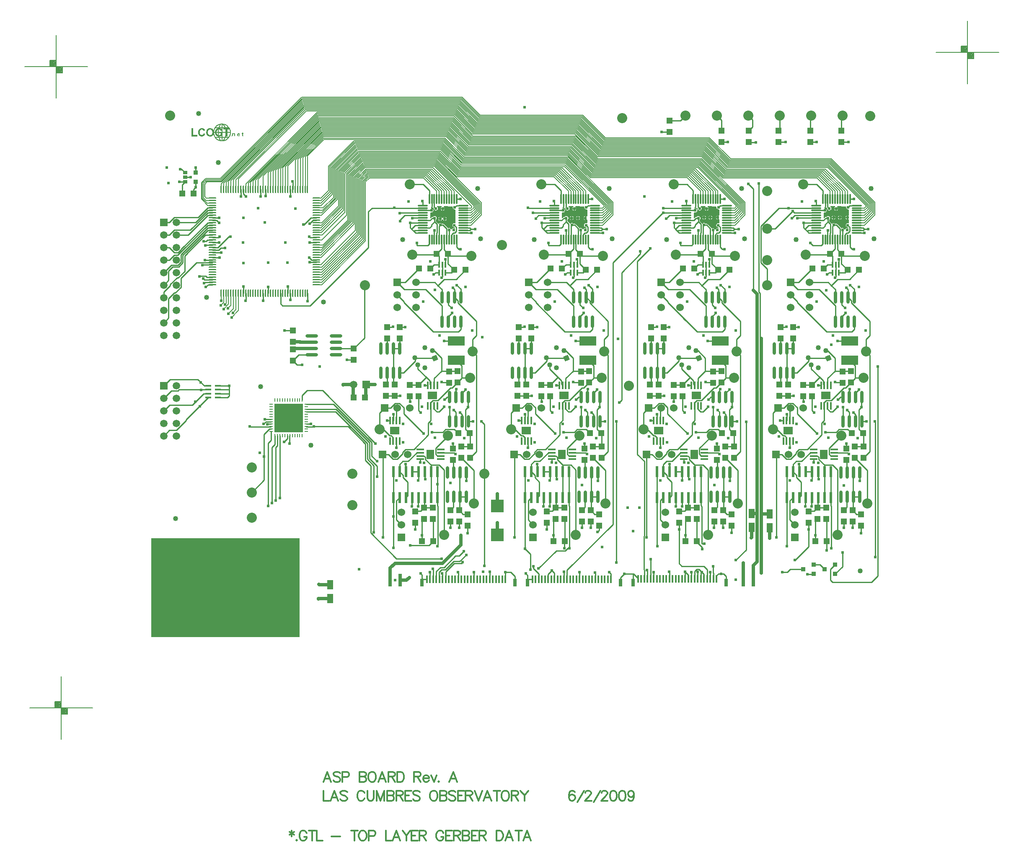
<source format=gtl>
%FSLAX23Y23*%
%MOIN*%
G70*
G01*
G75*
G04 Layer_Physical_Order=1*
G04 Layer_Color=255*
%ADD10C,0.005*%
%ADD11R,0.050X0.050*%
%ADD12O,0.098X0.028*%
%ADD13R,0.036X0.036*%
%ADD14R,0.030X0.100*%
%ADD15R,0.014X0.060*%
%ADD16R,0.031X0.060*%
%ADD17R,0.048X0.078*%
%ADD18R,0.050X0.050*%
%ADD19O,0.033X0.008*%
%ADD20O,0.008X0.033*%
%ADD21R,0.228X0.228*%
%ADD22R,0.016X0.061*%
%ADD23R,0.074X0.062*%
%ADD24R,0.134X0.075*%
%ADD25O,0.028X0.098*%
%ADD26R,0.024X0.087*%
%ADD27R,0.061X0.016*%
%ADD28R,0.062X0.074*%
%ADD29O,0.012X0.083*%
%ADD30O,0.083X0.012*%
%ADD31R,0.014X0.049*%
%ADD32R,0.036X0.028*%
%ADD33O,0.061X0.010*%
%ADD34O,0.010X0.061*%
%ADD35R,0.045X0.017*%
%ADD36R,0.100X0.100*%
%ADD37C,0.040*%
%ADD38C,0.025*%
%ADD39C,0.010*%
%ADD40C,0.012*%
%ADD41R,1.181X0.787*%
%ADD42C,0.008*%
%ADD43C,0.012*%
%ADD44C,0.012*%
%ADD45C,0.050*%
%ADD46C,0.026*%
%ADD47P,0.057X4X247.5*%
%ADD48C,0.080*%
%ADD49C,0.020*%
%ADD50R,0.060X0.060*%
%ADD51C,0.060*%
%ADD52R,0.060X0.060*%
%ADD53C,0.059*%
%ADD54R,0.059X0.059*%
%ADD55R,0.059X0.059*%
%ADD56C,0.236*%
%ADD57C,0.024*%
G36*
X11547Y13801D02*
X11547D01*
X11547Y13801D01*
X11548Y13801D01*
X11548Y13801D01*
X11549Y13801D01*
X11550Y13800D01*
X11550Y13800D01*
X11551Y13800D01*
X11552Y13800D01*
X11552Y13799D01*
X11553Y13799D01*
X11554Y13798D01*
X11554Y13798D01*
X11554Y13798D01*
X11554Y13797D01*
X11554Y13797D01*
X11555Y13797D01*
X11555Y13797D01*
X11555Y13796D01*
X11555Y13796D01*
X11556Y13795D01*
X11556Y13794D01*
X11556Y13794D01*
X11556Y13793D01*
X11557Y13792D01*
X11557Y13791D01*
X11557Y13790D01*
X11557Y13788D01*
Y13787D01*
X11542D01*
Y13787D01*
Y13787D01*
Y13787D01*
X11542Y13787D01*
X11542Y13786D01*
X11542Y13786D01*
X11542Y13785D01*
X11542Y13784D01*
X11543Y13783D01*
X11543Y13783D01*
X11543Y13783D01*
X11543Y13783D01*
X11544Y13782D01*
X11544Y13782D01*
X11545Y13782D01*
X11545Y13782D01*
X11546Y13781D01*
X11547Y13781D01*
X11547D01*
X11547Y13781D01*
X11548Y13781D01*
X11548Y13782D01*
X11548Y13782D01*
X11549Y13782D01*
X11549Y13782D01*
X11549Y13782D01*
X11549Y13782D01*
X11549Y13782D01*
X11550Y13783D01*
X11550Y13783D01*
X11550Y13783D01*
X11550Y13784D01*
X11551Y13785D01*
X11557Y13784D01*
Y13784D01*
X11557Y13783D01*
X11557Y13783D01*
X11557Y13783D01*
X11556Y13783D01*
X11556Y13782D01*
X11556Y13782D01*
X11555Y13781D01*
X11555Y13780D01*
X11554Y13779D01*
X11553Y13779D01*
X11553D01*
X11553Y13778D01*
X11553Y13778D01*
X11553Y13778D01*
X11552Y13778D01*
X11552Y13778D01*
X11552Y13778D01*
X11551Y13778D01*
X11551Y13777D01*
X11550Y13777D01*
X11549Y13777D01*
X11548Y13777D01*
X11547Y13777D01*
X11546D01*
X11546Y13777D01*
X11546Y13777D01*
X11545Y13777D01*
X11545Y13777D01*
X11544Y13777D01*
X11543Y13777D01*
X11543Y13777D01*
X11542Y13778D01*
X11541Y13778D01*
X11540Y13778D01*
X11540Y13779D01*
X11539Y13779D01*
X11538Y13780D01*
X11538Y13781D01*
X11538Y13781D01*
X11538Y13781D01*
X11538Y13781D01*
X11537Y13781D01*
X11537Y13782D01*
X11537Y13782D01*
X11537Y13782D01*
X11537Y13783D01*
X11536Y13783D01*
X11536Y13784D01*
X11536Y13785D01*
X11536Y13785D01*
X11536Y13786D01*
X11536Y13787D01*
X11535Y13788D01*
X11535Y13789D01*
Y13789D01*
Y13789D01*
X11535Y13789D01*
Y13790D01*
X11536Y13790D01*
X11536Y13791D01*
X11536Y13791D01*
X11536Y13792D01*
X11536Y13793D01*
X11536Y13793D01*
X11536Y13794D01*
X11537Y13795D01*
X11537Y13796D01*
X11537Y13796D01*
X11538Y13797D01*
X11538Y13798D01*
X11538Y13798D01*
X11539Y13798D01*
X11539Y13798D01*
X11539Y13798D01*
X11539Y13798D01*
X11540Y13799D01*
X11540Y13799D01*
X11541Y13799D01*
X11541Y13800D01*
X11542Y13800D01*
X11542Y13800D01*
X11543Y13801D01*
X11544Y13801D01*
X11544Y13801D01*
X11545Y13801D01*
X11546Y13801D01*
X11546D01*
X11547Y13801D01*
D02*
G37*
G36*
X11393Y13841D02*
X11394Y13841D01*
X11395Y13841D01*
X11397Y13841D01*
X11398Y13841D01*
X11401Y13840D01*
X11402Y13840D01*
X11404Y13839D01*
X11406Y13839D01*
X11407Y13838D01*
X11408Y13837D01*
X11410Y13836D01*
X11410Y13836D01*
X11410Y13836D01*
X11410Y13836D01*
X11411Y13836D01*
X11411Y13835D01*
X11412Y13834D01*
X11413Y13834D01*
X11413Y13833D01*
X11414Y13832D01*
X11415Y13831D01*
X11416Y13830D01*
X11416Y13829D01*
X11417Y13827D01*
X11418Y13826D01*
X11418Y13824D01*
X11418Y13823D01*
X11406Y13820D01*
Y13820D01*
X11406Y13821D01*
X11405Y13821D01*
X11405Y13821D01*
X11405Y13822D01*
X11404Y13823D01*
X11404Y13824D01*
X11403Y13825D01*
X11402Y13827D01*
X11400Y13828D01*
X11400Y13828D01*
X11400Y13828D01*
X11399Y13829D01*
X11398Y13829D01*
X11397Y13830D01*
X11395Y13830D01*
X11393Y13830D01*
X11391Y13830D01*
X11390D01*
X11390Y13830D01*
X11389Y13830D01*
X11388Y13830D01*
X11387Y13830D01*
X11386Y13830D01*
X11384Y13829D01*
X11383Y13829D01*
X11382Y13828D01*
X11381Y13828D01*
X11380Y13827D01*
X11379Y13826D01*
X11378Y13825D01*
X11378Y13825D01*
X11377Y13825D01*
X11377Y13824D01*
X11377Y13824D01*
X11377Y13823D01*
X11376Y13823D01*
X11376Y13822D01*
X11375Y13821D01*
X11375Y13820D01*
X11374Y13819D01*
X11374Y13817D01*
X11373Y13816D01*
X11373Y13814D01*
X11373Y13813D01*
X11373Y13811D01*
X11373Y13809D01*
Y13809D01*
Y13809D01*
Y13808D01*
X11373Y13807D01*
X11373Y13806D01*
X11373Y13805D01*
X11373Y13804D01*
X11373Y13803D01*
X11374Y13800D01*
X11374Y13798D01*
X11375Y13797D01*
X11375Y13796D01*
X11376Y13794D01*
X11377Y13793D01*
X11378Y13792D01*
X11378Y13792D01*
X11378Y13792D01*
X11378Y13791D01*
X11379Y13791D01*
X11379Y13791D01*
X11380Y13790D01*
X11380Y13790D01*
X11381Y13789D01*
X11382Y13789D01*
X11383Y13788D01*
X11384Y13788D01*
X11385Y13787D01*
X11387Y13787D01*
X11388Y13786D01*
X11390Y13786D01*
X11391Y13786D01*
X11392D01*
X11393Y13786D01*
X11394Y13786D01*
X11395Y13787D01*
X11396Y13787D01*
X11398Y13787D01*
X11399Y13788D01*
X11399D01*
X11399Y13788D01*
X11400Y13788D01*
X11401Y13788D01*
X11402Y13789D01*
X11403Y13789D01*
X11404Y13790D01*
X11405Y13791D01*
X11406Y13792D01*
Y13800D01*
X11391D01*
Y13811D01*
X11419D01*
Y13785D01*
X11419Y13785D01*
X11419Y13785D01*
X11419Y13785D01*
X11419Y13784D01*
X11418Y13784D01*
X11418Y13784D01*
X11417Y13783D01*
X11416Y13783D01*
X11415Y13782D01*
X11415Y13782D01*
X11414Y13781D01*
X11413Y13780D01*
X11411Y13780D01*
X11410Y13779D01*
X11409Y13779D01*
X11407Y13778D01*
X11407D01*
X11407Y13778D01*
X11407Y13778D01*
X11406Y13778D01*
X11405Y13777D01*
X11405Y13777D01*
X11404Y13777D01*
X11403Y13777D01*
X11402Y13776D01*
X11400Y13776D01*
X11398Y13776D01*
X11395Y13775D01*
X11392Y13775D01*
X11391D01*
X11390Y13775D01*
X11389Y13775D01*
X11388Y13775D01*
X11387Y13775D01*
X11386Y13776D01*
X11385Y13776D01*
X11383Y13776D01*
X11380Y13777D01*
X11379Y13777D01*
X11377Y13778D01*
X11376Y13779D01*
X11374Y13779D01*
X11374Y13779D01*
X11374Y13779D01*
X11374Y13780D01*
X11373Y13780D01*
X11372Y13781D01*
X11372Y13781D01*
X11371Y13782D01*
X11370Y13782D01*
X11369Y13783D01*
X11368Y13784D01*
X11367Y13785D01*
X11366Y13786D01*
X11366Y13787D01*
X11365Y13789D01*
X11364Y13790D01*
X11363Y13791D01*
Y13791D01*
X11363Y13792D01*
X11363Y13792D01*
X11363Y13793D01*
X11362Y13793D01*
X11362Y13794D01*
X11362Y13795D01*
X11361Y13796D01*
X11361Y13798D01*
X11361Y13799D01*
X11360Y13800D01*
X11360Y13802D01*
X11360Y13805D01*
X11359Y13807D01*
X11359Y13809D01*
Y13809D01*
Y13809D01*
Y13810D01*
X11359Y13810D01*
X11360Y13811D01*
X11360Y13812D01*
X11360Y13813D01*
X11360Y13815D01*
X11360Y13816D01*
X11360Y13817D01*
X11361Y13820D01*
X11362Y13822D01*
X11362Y13823D01*
X11363Y13825D01*
X11364Y13826D01*
X11364Y13826D01*
X11364Y13827D01*
X11364Y13827D01*
X11364Y13828D01*
X11365Y13828D01*
X11365Y13829D01*
X11366Y13830D01*
X11367Y13831D01*
X11367Y13832D01*
X11368Y13833D01*
X11369Y13834D01*
X11370Y13835D01*
X11372Y13836D01*
X11373Y13837D01*
X11374Y13837D01*
X11376Y13838D01*
X11376D01*
X11376Y13838D01*
X11376Y13839D01*
X11377Y13839D01*
X11378Y13839D01*
X11378Y13839D01*
X11379Y13840D01*
X11380Y13840D01*
X11381Y13840D01*
X11382Y13841D01*
X11384Y13841D01*
X11385Y13841D01*
X11386Y13841D01*
X11388Y13841D01*
X11391Y13842D01*
X11392D01*
X11393Y13841D01*
D02*
G37*
G36*
X11256D02*
X11257D01*
X11258Y13841D01*
X11259Y13841D01*
X11261Y13841D01*
X11262Y13841D01*
X11263Y13840D01*
X11265Y13840D01*
X11267Y13839D01*
X11268Y13839D01*
X11270Y13838D01*
X11271Y13837D01*
X11273Y13836D01*
X11274Y13835D01*
X11274Y13834D01*
X11274Y13834D01*
X11275Y13834D01*
X11275Y13834D01*
X11275Y13833D01*
X11276Y13833D01*
X11276Y13832D01*
X11277Y13832D01*
X11277Y13831D01*
X11278Y13830D01*
X11278Y13829D01*
X11279Y13828D01*
X11279Y13827D01*
X11280Y13826D01*
X11280Y13824D01*
X11281Y13823D01*
X11268Y13820D01*
Y13820D01*
X11268Y13820D01*
X11268Y13820D01*
X11268Y13821D01*
X11267Y13821D01*
X11267Y13823D01*
X11266Y13824D01*
X11266Y13825D01*
X11264Y13826D01*
X11263Y13828D01*
X11263Y13828D01*
X11263Y13828D01*
X11262Y13828D01*
X11261Y13829D01*
X11260Y13830D01*
X11258Y13830D01*
X11256Y13830D01*
X11254Y13830D01*
X11254D01*
X11253Y13830D01*
X11253Y13830D01*
X11252Y13830D01*
X11250Y13830D01*
X11249Y13829D01*
X11248Y13829D01*
X11247Y13828D01*
X11246Y13828D01*
X11245Y13827D01*
X11244Y13826D01*
X11243Y13825D01*
X11243Y13825D01*
X11243Y13825D01*
X11243Y13825D01*
X11242Y13824D01*
X11242Y13824D01*
X11242Y13823D01*
X11241Y13822D01*
X11241Y13821D01*
X11240Y13820D01*
X11240Y13819D01*
X11240Y13818D01*
X11239Y13816D01*
X11239Y13815D01*
X11239Y13813D01*
X11239Y13811D01*
X11239Y13809D01*
Y13809D01*
Y13808D01*
Y13808D01*
X11239Y13807D01*
X11239Y13806D01*
X11239Y13805D01*
X11239Y13803D01*
X11239Y13802D01*
X11240Y13799D01*
X11240Y13796D01*
X11241Y13795D01*
X11241Y13794D01*
X11242Y13792D01*
X11243Y13791D01*
X11243Y13791D01*
X11243Y13791D01*
X11243Y13791D01*
X11244Y13791D01*
X11244Y13790D01*
X11245Y13790D01*
X11245Y13789D01*
X11246Y13789D01*
X11248Y13788D01*
X11249Y13787D01*
X11251Y13787D01*
X11252Y13787D01*
X11253Y13786D01*
X11254Y13786D01*
X11255D01*
X11255Y13786D01*
X11256Y13786D01*
X11257Y13787D01*
X11259Y13787D01*
X11260Y13788D01*
X11262Y13788D01*
X11263Y13790D01*
X11263Y13790D01*
X11263Y13790D01*
X11264Y13790D01*
X11264Y13791D01*
X11265Y13792D01*
X11266Y13793D01*
X11266Y13794D01*
X11266Y13794D01*
X11267Y13795D01*
X11267Y13796D01*
X11268Y13797D01*
X11268Y13799D01*
X11268Y13800D01*
X11281Y13796D01*
Y13796D01*
X11281Y13796D01*
X11281Y13795D01*
X11280Y13794D01*
X11280Y13793D01*
X11280Y13792D01*
X11279Y13791D01*
X11279Y13790D01*
X11277Y13788D01*
X11277Y13786D01*
X11276Y13785D01*
X11275Y13784D01*
X11274Y13782D01*
X11273Y13781D01*
X11271Y13780D01*
X11271Y13780D01*
X11271Y13780D01*
X11271Y13780D01*
X11270Y13780D01*
X11270Y13779D01*
X11269Y13779D01*
X11268Y13778D01*
X11267Y13778D01*
X11266Y13777D01*
X11264Y13777D01*
X11263Y13776D01*
X11261Y13776D01*
X11260Y13776D01*
X11258Y13775D01*
X11256Y13775D01*
X11254Y13775D01*
X11254D01*
X11253Y13775D01*
X11252Y13775D01*
X11251Y13775D01*
X11250Y13776D01*
X11249Y13776D01*
X11247Y13776D01*
X11245Y13777D01*
X11244Y13777D01*
X11242Y13778D01*
X11240Y13779D01*
X11238Y13780D01*
X11237Y13781D01*
X11235Y13782D01*
X11233Y13784D01*
X11233Y13784D01*
X11233Y13784D01*
X11233Y13785D01*
X11232Y13785D01*
X11231Y13786D01*
X11231Y13787D01*
X11230Y13789D01*
X11229Y13790D01*
X11229Y13792D01*
X11228Y13794D01*
X11227Y13796D01*
X11226Y13798D01*
X11226Y13800D01*
X11226Y13802D01*
X11225Y13805D01*
X11225Y13808D01*
Y13808D01*
Y13808D01*
Y13808D01*
Y13808D01*
X11225Y13809D01*
X11225Y13810D01*
X11225Y13812D01*
X11226Y13813D01*
X11226Y13815D01*
X11226Y13817D01*
X11227Y13819D01*
X11227Y13821D01*
X11228Y13823D01*
X11229Y13825D01*
X11230Y13827D01*
X11231Y13829D01*
X11232Y13831D01*
X11233Y13833D01*
X11234Y13833D01*
X11234Y13833D01*
X11234Y13833D01*
X11235Y13834D01*
X11236Y13835D01*
X11237Y13835D01*
X11238Y13836D01*
X11239Y13837D01*
X11241Y13838D01*
X11242Y13839D01*
X11244Y13839D01*
X11246Y13840D01*
X11248Y13841D01*
X11250Y13841D01*
X11253Y13841D01*
X11255Y13842D01*
X11256D01*
X11256Y13841D01*
D02*
G37*
G36*
X11512Y13801D02*
X11512Y13801D01*
X11513Y13801D01*
X11513Y13801D01*
X11514Y13801D01*
X11515Y13800D01*
X11515Y13800D01*
X11515Y13800D01*
X11515Y13800D01*
X11515Y13800D01*
X11516Y13799D01*
X11516Y13799D01*
X11517Y13799D01*
X11517Y13798D01*
X11517Y13798D01*
X11517Y13798D01*
X11517Y13798D01*
X11518Y13798D01*
X11518Y13797D01*
X11518Y13797D01*
X11518Y13796D01*
X11518Y13796D01*
Y13796D01*
X11518Y13796D01*
X11518Y13795D01*
X11518Y13795D01*
X11519Y13794D01*
X11519Y13793D01*
X11519Y13793D01*
Y13792D01*
Y13777D01*
X11513D01*
Y13789D01*
Y13789D01*
Y13789D01*
Y13789D01*
Y13790D01*
Y13790D01*
Y13790D01*
X11512Y13791D01*
X11512Y13792D01*
X11512Y13793D01*
X11512Y13793D01*
X11512Y13793D01*
X11512Y13794D01*
X11512Y13794D01*
Y13794D01*
X11512Y13794D01*
X11512Y13794D01*
X11512Y13795D01*
X11512Y13795D01*
X11511Y13795D01*
X11511Y13795D01*
X11511Y13796D01*
X11511Y13796D01*
X11511Y13796D01*
X11510Y13796D01*
X11510Y13796D01*
X11510Y13796D01*
X11510Y13796D01*
X11509Y13796D01*
X11509Y13796D01*
X11508D01*
X11508Y13796D01*
X11508Y13796D01*
X11507Y13796D01*
X11507Y13796D01*
X11506Y13796D01*
X11506Y13795D01*
X11506Y13795D01*
X11506Y13795D01*
X11505Y13795D01*
X11505Y13795D01*
X11505Y13794D01*
X11504Y13794D01*
X11504Y13794D01*
X11504Y13793D01*
Y13793D01*
X11504Y13793D01*
X11504Y13793D01*
Y13792D01*
X11504Y13792D01*
X11504Y13792D01*
X11504Y13792D01*
X11504Y13791D01*
X11504Y13791D01*
X11504Y13790D01*
X11504Y13790D01*
Y13789D01*
X11504Y13788D01*
Y13788D01*
Y13777D01*
X11497D01*
Y13800D01*
X11503D01*
Y13797D01*
X11503Y13797D01*
X11503Y13797D01*
X11503Y13797D01*
X11504Y13798D01*
X11504Y13798D01*
X11504Y13798D01*
X11505Y13799D01*
X11505Y13799D01*
X11506Y13799D01*
X11506Y13800D01*
X11507Y13800D01*
X11508Y13800D01*
X11508Y13801D01*
X11509Y13801D01*
X11510Y13801D01*
X11511Y13801D01*
X11511D01*
X11512Y13801D01*
D02*
G37*
G36*
X11491Y13777D02*
X11485D01*
Y13783D01*
X11491D01*
Y13777D01*
D02*
G37*
G36*
X11581Y13800D02*
X11585D01*
Y13796D01*
X11581D01*
Y13786D01*
Y13786D01*
Y13786D01*
Y13786D01*
Y13786D01*
Y13785D01*
Y13785D01*
X11581Y13784D01*
Y13784D01*
Y13783D01*
X11581Y13783D01*
Y13783D01*
X11581Y13783D01*
X11581Y13783D01*
X11581Y13782D01*
X11581Y13782D01*
X11582D01*
X11582Y13782D01*
X11582Y13782D01*
X11582Y13782D01*
X11583Y13782D01*
X11583D01*
X11583Y13782D01*
X11583Y13782D01*
X11584Y13782D01*
X11584Y13782D01*
X11584Y13782D01*
X11585Y13782D01*
X11586Y13778D01*
X11586D01*
X11585Y13778D01*
X11585Y13778D01*
X11585Y13778D01*
X11585Y13777D01*
X11584Y13777D01*
X11583Y13777D01*
X11583Y13777D01*
X11582Y13777D01*
X11581Y13777D01*
X11580D01*
X11580Y13777D01*
X11580Y13777D01*
X11579Y13777D01*
X11579Y13777D01*
X11578Y13777D01*
X11578Y13777D01*
X11578Y13777D01*
X11578Y13777D01*
X11577Y13778D01*
X11577Y13778D01*
X11576Y13778D01*
X11576Y13778D01*
X11576Y13779D01*
X11576Y13779D01*
X11576Y13779D01*
X11576Y13779D01*
X11575Y13779D01*
X11575Y13780D01*
X11575Y13780D01*
X11575Y13781D01*
X11575Y13781D01*
Y13781D01*
X11575Y13781D01*
Y13782D01*
X11575Y13782D01*
X11575Y13783D01*
Y13783D01*
Y13783D01*
X11575Y13784D01*
Y13784D01*
Y13785D01*
Y13785D01*
Y13796D01*
X11572D01*
Y13800D01*
X11575D01*
Y13805D01*
X11581Y13809D01*
Y13800D01*
D02*
G37*
G36*
X11478Y13830D02*
X11459D01*
Y13776D01*
X11446D01*
Y13830D01*
X11427D01*
Y13840D01*
X11478D01*
Y13830D01*
D02*
G37*
G36*
X14209Y13220D02*
X14211Y13215D01*
X14207Y13213D01*
X14203Y13208D01*
X14203Y13206D01*
X14234D01*
X14234Y13208D01*
X14230Y13213D01*
X14227Y13215D01*
X14228Y13220D01*
X14295Y13219D01*
X14298Y13215D01*
X14297Y13212D01*
X14298Y13205D01*
X14302Y13200D01*
X14307Y13197D01*
X14313Y13195D01*
X14317Y13196D01*
X14321Y13193D01*
Y13141D01*
X14316Y13139D01*
X14312Y13141D01*
X14311Y13142D01*
Y13126D01*
Y13111D01*
X14312Y13111D01*
X14316Y13114D01*
X14321Y13111D01*
Y13087D01*
X14317Y13084D01*
X14311Y13085D01*
X14305Y13084D01*
X14300Y13080D01*
X14296Y13075D01*
X14295Y13069D01*
X14296Y13062D01*
X14300Y13057D01*
X14305Y13054D01*
X14311Y13052D01*
X14313Y13053D01*
X14316Y13050D01*
X14316Y13045D01*
X14313Y13044D01*
X14312Y13045D01*
X14305Y13046D01*
X14299Y13045D01*
X14294Y13041D01*
X14290Y13036D01*
X14290Y13035D01*
X14285D01*
X14285Y13037D01*
X14281Y13042D01*
X14276Y13046D01*
X14270Y13047D01*
X14263Y13046D01*
X14262Y13045D01*
X14257Y13047D01*
X14257Y13047D01*
X14255Y13050D01*
X14255Y13050D01*
X14255D01*
X14255Y13050D01*
Y13050D01*
X14228Y13077D01*
X14225Y13079D01*
X14221Y13080D01*
X14212D01*
X14210Y13082D01*
X14205Y13086D01*
X14198Y13087D01*
X14192Y13086D01*
X14187Y13082D01*
X14183Y13082D01*
X14183D01*
Y13082D01*
X14183Y13082D01*
X14182Y13082D01*
X14181Y13085D01*
X14163Y13102D01*
Y13113D01*
X14166Y13114D01*
X14169Y13120D01*
X14171Y13126D01*
X14169Y13132D01*
X14166Y13137D01*
X14161Y13141D01*
X14154Y13142D01*
X14148Y13141D01*
X14143Y13137D01*
X14141Y13135D01*
X14135D01*
X14134Y13135D01*
X14132Y13134D01*
X14132Y13134D01*
X14132D01*
X14131Y13134D01*
X14129Y13132D01*
X14123Y13126D01*
X14118Y13128D01*
Y13168D01*
X14122Y13172D01*
X14128Y13170D01*
X14135Y13172D01*
X14140Y13175D01*
X14144Y13180D01*
X14145Y13187D01*
X14144Y13193D01*
X14140Y13198D01*
X14138Y13200D01*
Y13209D01*
X14142Y13212D01*
X14143Y13211D01*
X14143Y13211D01*
X14145Y13208D01*
X14148Y13205D01*
X14147Y13203D01*
X14148Y13196D01*
X14152Y13191D01*
X14157Y13188D01*
X14163Y13186D01*
X14170Y13188D01*
X14175Y13191D01*
X14179Y13196D01*
X14180Y13203D01*
X14179Y13209D01*
X14175Y13214D01*
X14173Y13216D01*
X14174Y13221D01*
X14209Y13220D01*
D02*
G37*
G36*
X15260D02*
X15262Y13215D01*
X15258Y13213D01*
X15255Y13208D01*
X15254Y13206D01*
X15285D01*
X15285Y13208D01*
X15281Y13213D01*
X15278Y13215D01*
X15279Y13220D01*
X15346Y13219D01*
X15349Y13215D01*
X15348Y13212D01*
X15350Y13205D01*
X15353Y13200D01*
X15358Y13197D01*
X15365Y13195D01*
X15368Y13196D01*
X15372Y13193D01*
Y13148D01*
X15367Y13145D01*
X15366Y13146D01*
X15365Y13147D01*
Y13131D01*
Y13116D01*
X15366Y13116D01*
X15367Y13117D01*
X15372Y13115D01*
Y13087D01*
X15368Y13084D01*
X15363Y13085D01*
X15356Y13084D01*
X15351Y13080D01*
X15348Y13075D01*
X15346Y13069D01*
X15348Y13062D01*
X15351Y13057D01*
X15356Y13054D01*
X15363Y13052D01*
X15365Y13053D01*
X15367Y13050D01*
X15367Y13045D01*
X15364Y13044D01*
X15363Y13045D01*
X15357Y13046D01*
X15350Y13045D01*
X15345Y13041D01*
X15342Y13036D01*
X15341Y13035D01*
X15336D01*
X15336Y13037D01*
X15332Y13042D01*
X15327Y13046D01*
X15321Y13047D01*
X15315Y13046D01*
X15313Y13045D01*
X15308Y13047D01*
X15308Y13047D01*
X15306Y13050D01*
X15279Y13077D01*
X15276Y13079D01*
X15273Y13080D01*
X15263D01*
X15261Y13082D01*
X15256Y13086D01*
X15250Y13087D01*
X15243Y13086D01*
X15238Y13082D01*
X15234Y13082D01*
X15234Y13082D01*
D01*
D01*
D01*
X15234Y13082D01*
X15232Y13085D01*
X15215Y13102D01*
Y13113D01*
X15217Y13114D01*
X15221Y13120D01*
X15222Y13126D01*
X15221Y13132D01*
X15217Y13137D01*
X15212Y13141D01*
X15205Y13142D01*
X15199Y13141D01*
X15194Y13137D01*
X15192Y13135D01*
X15187D01*
X15185Y13135D01*
X15183Y13134D01*
X15183Y13134D01*
X15183D01*
X15182Y13134D01*
X15180Y13132D01*
X15174Y13126D01*
X15170Y13128D01*
Y13168D01*
X15173Y13172D01*
X15180Y13170D01*
X15186Y13172D01*
X15191Y13175D01*
X15195Y13180D01*
X15196Y13187D01*
X15195Y13193D01*
X15191Y13198D01*
X15189Y13200D01*
Y13209D01*
X15193Y13212D01*
X15194Y13211D01*
X15194Y13211D01*
X15196Y13208D01*
X15199Y13205D01*
X15198Y13203D01*
X15200Y13196D01*
X15203Y13191D01*
X15208Y13188D01*
X15215Y13186D01*
X15221Y13188D01*
X15226Y13191D01*
X15230Y13196D01*
X15231Y13203D01*
X15230Y13209D01*
X15226Y13214D01*
X15224Y13216D01*
X15225Y13221D01*
X15260Y13220D01*
D02*
G37*
G36*
X16292D02*
X16293Y13215D01*
X16290Y13213D01*
X16286Y13208D01*
X16286Y13206D01*
X16316D01*
X16316Y13208D01*
X16313Y13213D01*
X16309Y13215D01*
X16311Y13220D01*
X16377Y13219D01*
X16381Y13215D01*
X16380Y13212D01*
X16381Y13205D01*
X16385Y13200D01*
X16390Y13197D01*
X16396Y13195D01*
X16399Y13196D01*
X16403Y13193D01*
Y13148D01*
X16399Y13145D01*
X16397Y13146D01*
X16396Y13147D01*
Y13131D01*
Y13116D01*
X16397Y13116D01*
X16399Y13117D01*
X16403Y13115D01*
Y13087D01*
X16399Y13084D01*
X16394Y13085D01*
X16388Y13084D01*
X16383Y13080D01*
X16379Y13075D01*
X16378Y13069D01*
X16379Y13062D01*
X16383Y13057D01*
X16388Y13054D01*
X16394Y13052D01*
X16396Y13053D01*
X16399Y13050D01*
X16398Y13045D01*
X16396Y13044D01*
X16394Y13045D01*
X16388Y13046D01*
X16382Y13045D01*
X16377Y13041D01*
X16373Y13036D01*
X16373Y13035D01*
X16368D01*
X16367Y13037D01*
X16364Y13042D01*
X16359Y13046D01*
X16352Y13047D01*
X16346Y13046D01*
X16345Y13045D01*
X16340Y13047D01*
X16340Y13047D01*
X16338Y13050D01*
X16311Y13077D01*
X16308Y13079D01*
X16304Y13080D01*
X16294D01*
X16293Y13082D01*
X16287Y13086D01*
X16281Y13087D01*
X16275Y13086D01*
X16270Y13082D01*
X16266Y13082D01*
X16266Y13082D01*
D01*
D01*
D01*
X16266Y13082D01*
X16264Y13085D01*
X16246Y13102D01*
Y13113D01*
X16249Y13114D01*
X16252Y13120D01*
X16253Y13126D01*
X16252Y13132D01*
X16249Y13137D01*
X16243Y13141D01*
X16237Y13142D01*
X16231Y13141D01*
X16225Y13137D01*
X16224Y13135D01*
X16218D01*
X16217Y13135D01*
X16215Y13134D01*
X16215Y13134D01*
X16215D01*
X16214Y13134D01*
X16212Y13132D01*
X16206Y13126D01*
X16201Y13128D01*
Y13168D01*
X16205Y13172D01*
X16211Y13170D01*
X16217Y13172D01*
X16223Y13175D01*
X16226Y13180D01*
X16227Y13187D01*
X16226Y13193D01*
X16223Y13198D01*
X16220Y13200D01*
Y13209D01*
X16224Y13212D01*
X16226Y13211D01*
X16226Y13211D01*
X16228Y13208D01*
X16230Y13205D01*
X16230Y13203D01*
X16231Y13196D01*
X16235Y13191D01*
X16240Y13188D01*
X16246Y13186D01*
X16252Y13188D01*
X16258Y13191D01*
X16261Y13196D01*
X16262Y13203D01*
X16261Y13209D01*
X16258Y13214D01*
X16255Y13216D01*
X16257Y13221D01*
X16292Y13220D01*
D02*
G37*
G36*
X13162D02*
X13163Y13215D01*
X13160Y13213D01*
X13156Y13208D01*
X13156Y13206D01*
X13187D01*
X13186Y13208D01*
X13183Y13213D01*
X13179Y13215D01*
X13181Y13220D01*
X13247Y13219D01*
X13251Y13215D01*
X13250Y13212D01*
X13251Y13205D01*
X13255Y13200D01*
X13260Y13197D01*
X13266Y13195D01*
X13269Y13196D01*
X13273Y13193D01*
Y13087D01*
X13269Y13084D01*
X13264Y13085D01*
X13258Y13084D01*
X13253Y13080D01*
X13249Y13075D01*
X13248Y13069D01*
X13249Y13062D01*
X13253Y13057D01*
X13258Y13054D01*
X13264Y13052D01*
X13266Y13053D01*
X13269Y13050D01*
X13268Y13045D01*
X13266Y13044D01*
X13264Y13045D01*
X13258Y13046D01*
X13252Y13045D01*
X13247Y13041D01*
X13243Y13036D01*
X13243Y13035D01*
X13238D01*
X13238Y13037D01*
X13234Y13042D01*
X13229Y13046D01*
X13222Y13047D01*
X13216Y13046D01*
X13215Y13045D01*
X13210Y13047D01*
X13210Y13047D01*
X13208Y13050D01*
X13181Y13077D01*
X13178Y13079D01*
X13174Y13080D01*
X13164D01*
X13163Y13082D01*
X13157Y13086D01*
X13151Y13087D01*
X13145Y13086D01*
X13140Y13082D01*
X13136Y13082D01*
X13136D01*
Y13082D01*
X13136Y13082D01*
X13135Y13082D01*
X13134Y13085D01*
X13116Y13102D01*
Y13113D01*
X13119Y13114D01*
X13122Y13120D01*
X13123Y13126D01*
X13122Y13132D01*
X13119Y13137D01*
X13113Y13141D01*
X13107Y13142D01*
X13101Y13141D01*
X13096Y13137D01*
X13094Y13135D01*
X13088D01*
X13087Y13135D01*
X13085Y13134D01*
X13085Y13134D01*
X13085D01*
X13084Y13134D01*
X13082Y13132D01*
X13076Y13126D01*
X13071Y13128D01*
Y13168D01*
X13075Y13172D01*
X13081Y13170D01*
X13087Y13172D01*
X13093Y13175D01*
X13096Y13180D01*
X13098Y13187D01*
X13096Y13193D01*
X13093Y13198D01*
X13090Y13200D01*
Y13209D01*
X13094Y13212D01*
X13096Y13211D01*
X13096Y13211D01*
X13098Y13208D01*
X13100Y13205D01*
X13100Y13203D01*
X13101Y13196D01*
X13105Y13191D01*
X13110Y13188D01*
X13116Y13186D01*
X13122Y13188D01*
X13128Y13191D01*
X13131Y13196D01*
X13133Y13203D01*
X13131Y13209D01*
X13128Y13214D01*
X13125Y13216D01*
X13127Y13221D01*
X13162Y13220D01*
D02*
G37*
G36*
X11186Y13787D02*
X11218D01*
Y13776D01*
X11173D01*
Y13840D01*
X11186D01*
Y13787D01*
D02*
G37*
G36*
X11322Y13841D02*
X11323Y13841D01*
X11324Y13841D01*
X11325Y13841D01*
X11327Y13841D01*
X11329Y13840D01*
X11330Y13840D01*
X11332Y13839D01*
X11334Y13839D01*
X11336Y13838D01*
X11338Y13837D01*
X11340Y13836D01*
X11341Y13834D01*
X11343Y13833D01*
X11343Y13833D01*
X11343Y13832D01*
X11344Y13832D01*
X11344Y13831D01*
X11345Y13830D01*
X11346Y13829D01*
X11347Y13828D01*
X11347Y13826D01*
X11348Y13825D01*
X11349Y13823D01*
X11350Y13821D01*
X11350Y13819D01*
X11351Y13816D01*
X11351Y13814D01*
X11351Y13811D01*
X11352Y13808D01*
Y13808D01*
Y13808D01*
Y13808D01*
X11351Y13807D01*
X11351Y13806D01*
X11351Y13804D01*
X11351Y13803D01*
X11351Y13801D01*
X11350Y13799D01*
X11350Y13797D01*
X11349Y13795D01*
X11349Y13793D01*
X11348Y13791D01*
X11347Y13789D01*
X11346Y13787D01*
X11345Y13786D01*
X11343Y13784D01*
X11343Y13784D01*
X11343Y13784D01*
X11342Y13783D01*
X11342Y13783D01*
X11341Y13782D01*
X11340Y13781D01*
X11338Y13780D01*
X11337Y13780D01*
X11336Y13779D01*
X11334Y13778D01*
X11332Y13777D01*
X11330Y13776D01*
X11328Y13776D01*
X11326Y13776D01*
X11323Y13775D01*
X11321Y13775D01*
X11320D01*
X11319Y13775D01*
X11318Y13775D01*
X11317Y13775D01*
X11316Y13776D01*
X11314Y13776D01*
X11312Y13776D01*
X11311Y13777D01*
X11309Y13777D01*
X11307Y13778D01*
X11305Y13779D01*
X11303Y13780D01*
X11301Y13781D01*
X11300Y13782D01*
X11298Y13784D01*
X11298Y13784D01*
X11298Y13784D01*
X11297Y13785D01*
X11297Y13785D01*
X11296Y13786D01*
X11295Y13787D01*
X11295Y13789D01*
X11294Y13790D01*
X11293Y13792D01*
X11292Y13794D01*
X11291Y13795D01*
X11291Y13798D01*
X11290Y13800D01*
X11290Y13802D01*
X11290Y13805D01*
X11290Y13808D01*
Y13808D01*
Y13808D01*
Y13809D01*
X11290Y13810D01*
Y13810D01*
X11290Y13811D01*
X11290Y13812D01*
X11290Y13814D01*
X11290Y13816D01*
X11291Y13819D01*
X11291Y13822D01*
X11292Y13824D01*
Y13824D01*
X11293Y13825D01*
X11293Y13825D01*
X11293Y13825D01*
X11293Y13826D01*
X11294Y13827D01*
X11295Y13829D01*
X11296Y13830D01*
X11297Y13832D01*
X11298Y13833D01*
X11298Y13833D01*
X11299Y13833D01*
X11299Y13834D01*
X11300Y13834D01*
X11301Y13835D01*
X11302Y13836D01*
X11303Y13837D01*
X11305Y13838D01*
X11307Y13839D01*
X11307D01*
X11307Y13839D01*
X11307Y13839D01*
X11308Y13839D01*
X11308Y13840D01*
X11309Y13840D01*
X11310Y13840D01*
X11311Y13840D01*
X11312Y13840D01*
X11313Y13841D01*
X11315Y13841D01*
X11318Y13841D01*
X11320Y13842D01*
X11321D01*
X11322Y13841D01*
D02*
G37*
%LPC*%
G36*
X15295Y13126D02*
X15284D01*
X15285Y13125D01*
X15288Y13120D01*
X15293Y13116D01*
X15295Y13116D01*
Y13126D01*
D02*
G37*
G36*
X15315D02*
X15305D01*
Y13116D01*
X15306Y13116D01*
X15311Y13120D01*
X15315Y13125D01*
X15315Y13126D01*
D02*
G37*
G36*
X15245D02*
X15234D01*
X15235Y13125D01*
X15238Y13120D01*
X15243Y13116D01*
X15245Y13116D01*
Y13126D01*
D02*
G37*
G36*
X15265D02*
X15255D01*
Y13116D01*
X15256Y13116D01*
X15261Y13120D01*
X15265Y13125D01*
X15265Y13126D01*
D02*
G37*
G36*
X15355D02*
X15344D01*
X15345Y13125D01*
X15348Y13120D01*
X15353Y13116D01*
X15355Y13116D01*
Y13126D01*
D02*
G37*
G36*
X16346D02*
X16336D01*
Y13116D01*
X16337Y13116D01*
X16343Y13120D01*
X16346Y13125D01*
X16346Y13126D01*
D02*
G37*
G36*
X16326D02*
X16316D01*
X16316Y13125D01*
X16320Y13120D01*
X16325Y13116D01*
X16326Y13116D01*
Y13126D01*
D02*
G37*
G36*
X16276D02*
X16266D01*
X16266Y13125D01*
X16270Y13120D01*
X16275Y13116D01*
X16276Y13116D01*
Y13126D01*
D02*
G37*
G36*
X16296D02*
X16286D01*
Y13116D01*
X16287Y13116D01*
X16293Y13120D01*
X16296Y13125D01*
X16296Y13126D01*
D02*
G37*
G36*
X13146Y13116D02*
X13136D01*
X13136Y13115D01*
X13140Y13110D01*
X13145Y13106D01*
X13146Y13106D01*
Y13116D01*
D02*
G37*
G36*
X13201D02*
X13191D01*
Y13106D01*
X13192Y13106D01*
X13198Y13110D01*
X13201Y13115D01*
X13201Y13116D01*
D02*
G37*
G36*
X11321Y13830D02*
X11320D01*
X11319Y13830D01*
X11319Y13830D01*
X11318Y13830D01*
X11317Y13830D01*
X11316Y13830D01*
X11314Y13829D01*
X11313Y13829D01*
X11312Y13828D01*
X11311Y13828D01*
X11310Y13827D01*
X11309Y13826D01*
X11308Y13825D01*
X11308Y13825D01*
X11308Y13825D01*
X11307Y13824D01*
X11307Y13824D01*
X11307Y13823D01*
X11306Y13823D01*
X11306Y13822D01*
X11305Y13821D01*
X11305Y13820D01*
X11304Y13818D01*
X11304Y13817D01*
X11304Y13816D01*
X11303Y13814D01*
X11303Y13812D01*
X11303Y13810D01*
X11303Y13808D01*
Y13808D01*
Y13808D01*
Y13807D01*
X11303Y13807D01*
X11303Y13806D01*
X11303Y13805D01*
X11303Y13803D01*
X11304Y13802D01*
X11304Y13800D01*
X11305Y13798D01*
X11305Y13797D01*
X11306Y13795D01*
X11306Y13794D01*
X11307Y13793D01*
X11308Y13792D01*
X11308Y13792D01*
X11308Y13792D01*
X11308Y13791D01*
X11309Y13791D01*
X11309Y13790D01*
X11310Y13790D01*
X11311Y13790D01*
X11311Y13789D01*
X11312Y13788D01*
X11313Y13788D01*
X11314Y13788D01*
X11315Y13787D01*
X11317Y13787D01*
X11318Y13786D01*
X11319Y13786D01*
X11321Y13786D01*
X11321D01*
X11322Y13786D01*
X11322Y13786D01*
X11323Y13787D01*
X11324Y13787D01*
X11325Y13787D01*
X11327Y13788D01*
X11328Y13788D01*
X11329Y13789D01*
X11330Y13789D01*
X11331Y13790D01*
X11332Y13791D01*
X11333Y13792D01*
X11333Y13792D01*
X11333Y13792D01*
X11334Y13792D01*
X11334Y13793D01*
X11334Y13793D01*
X11335Y13794D01*
X11335Y13795D01*
X11336Y13796D01*
X11336Y13797D01*
X11337Y13798D01*
X11337Y13800D01*
X11337Y13801D01*
X11338Y13803D01*
X11338Y13805D01*
X11338Y13807D01*
X11338Y13809D01*
Y13809D01*
Y13809D01*
Y13810D01*
X11338Y13810D01*
X11338Y13811D01*
X11338Y13812D01*
X11338Y13813D01*
X11338Y13815D01*
X11337Y13817D01*
X11337Y13819D01*
X11336Y13820D01*
X11336Y13821D01*
X11335Y13823D01*
X11334Y13824D01*
X11333Y13825D01*
X11333Y13825D01*
X11333Y13825D01*
X11333Y13825D01*
X11332Y13826D01*
X11332Y13826D01*
X11331Y13827D01*
X11331Y13827D01*
X11330Y13828D01*
X11329Y13828D01*
X11328Y13829D01*
X11327Y13829D01*
X11326Y13830D01*
X11325Y13830D01*
X11323Y13830D01*
X11322Y13830D01*
X11321Y13830D01*
D02*
G37*
G36*
X11546Y13796D02*
X11546D01*
X11546Y13796D01*
X11546Y13796D01*
X11545Y13796D01*
X11545Y13796D01*
X11544Y13796D01*
X11544Y13795D01*
X11543Y13795D01*
X11543Y13795D01*
X11543Y13795D01*
X11543Y13794D01*
X11542Y13794D01*
X11542Y13793D01*
X11542Y13793D01*
X11542Y13792D01*
X11542Y13791D01*
X11551D01*
Y13791D01*
Y13791D01*
Y13791D01*
X11551Y13791D01*
X11551Y13792D01*
X11551Y13792D01*
X11551Y13793D01*
X11550Y13794D01*
X11550Y13794D01*
X11550Y13795D01*
X11550Y13795D01*
X11549Y13795D01*
X11549Y13795D01*
X11549Y13796D01*
X11548Y13796D01*
X11548Y13796D01*
X11547Y13796D01*
X11546Y13796D01*
D02*
G37*
G36*
X14191Y13121D02*
X14181D01*
X14181Y13120D01*
X14185Y13115D01*
X14190Y13111D01*
X14191Y13111D01*
Y13121D01*
D02*
G37*
G36*
X14261D02*
X14251D01*
Y13111D01*
X14252Y13111D01*
X14258Y13115D01*
X14261Y13120D01*
X14261Y13121D01*
D02*
G37*
G36*
X14301D02*
X14291D01*
X14291Y13120D01*
X14295Y13115D01*
X14300Y13111D01*
X14301Y13111D01*
Y13121D01*
D02*
G37*
G36*
X14211D02*
X14201D01*
Y13111D01*
X14202Y13111D01*
X14208Y13115D01*
X14211Y13120D01*
X14211Y13121D01*
D02*
G37*
G36*
X14241D02*
X14231D01*
X14231Y13120D01*
X14235Y13115D01*
X14240Y13111D01*
X14241Y13111D01*
Y13121D01*
D02*
G37*
G36*
X16336Y13147D02*
Y13136D01*
X16346D01*
X16346Y13138D01*
X16343Y13143D01*
X16337Y13146D01*
X16336Y13147D01*
D02*
G37*
G36*
X16386D02*
X16385Y13146D01*
X16380Y13143D01*
X16376Y13138D01*
X16376Y13136D01*
X16386D01*
Y13147D01*
D02*
G37*
G36*
X13166Y13196D02*
X13156D01*
X13156Y13195D01*
X13160Y13190D01*
X13165Y13186D01*
X13166Y13186D01*
Y13196D01*
D02*
G37*
G36*
X16276Y13147D02*
X16275Y13146D01*
X16270Y13143D01*
X16266Y13138D01*
X16266Y13136D01*
X16276D01*
Y13147D01*
D02*
G37*
G36*
X16286D02*
Y13136D01*
X16296D01*
X16296Y13138D01*
X16293Y13143D01*
X16287Y13146D01*
X16286Y13147D01*
D02*
G37*
G36*
X16326D02*
X16325Y13146D01*
X16320Y13143D01*
X16316Y13138D01*
X16316Y13136D01*
X16326D01*
Y13147D01*
D02*
G37*
G36*
X13187Y13196D02*
X13176D01*
Y13186D01*
X13177Y13186D01*
X13183Y13190D01*
X13186Y13195D01*
X13187Y13196D01*
D02*
G37*
G36*
X15285D02*
X15275D01*
Y13186D01*
X15276Y13186D01*
X15281Y13190D01*
X15285Y13195D01*
X15285Y13196D01*
D02*
G37*
G36*
X16296D02*
X16286D01*
X16286Y13195D01*
X16290Y13190D01*
X16295Y13186D01*
X16296Y13186D01*
Y13196D01*
D02*
G37*
G36*
X16316D02*
X16306D01*
Y13186D01*
X16307Y13186D01*
X16313Y13190D01*
X16316Y13195D01*
X16316Y13196D01*
D02*
G37*
G36*
X14213D02*
X14203D01*
X14203Y13195D01*
X14207Y13190D01*
X14212Y13186D01*
X14213Y13186D01*
Y13196D01*
D02*
G37*
G36*
X14234D02*
X14223D01*
Y13186D01*
X14225Y13186D01*
X14230Y13190D01*
X14234Y13195D01*
X14234Y13196D01*
D02*
G37*
G36*
X15265D02*
X15254D01*
X15255Y13195D01*
X15258Y13190D01*
X15263Y13186D01*
X15265Y13186D01*
Y13196D01*
D02*
G37*
G36*
X15355Y13147D02*
X15353Y13146D01*
X15348Y13143D01*
X15345Y13138D01*
X15344Y13136D01*
X15355D01*
Y13147D01*
D02*
G37*
G36*
X13181Y13137D02*
X13180Y13136D01*
X13175Y13133D01*
X13171Y13128D01*
X13166D01*
X13163Y13133D01*
X13157Y13136D01*
X13156Y13137D01*
Y13121D01*
Y13106D01*
X13157Y13106D01*
X13163Y13110D01*
X13166Y13115D01*
X13171D01*
X13175Y13110D01*
X13180Y13106D01*
X13181Y13106D01*
Y13121D01*
Y13137D01*
D02*
G37*
G36*
X14191Y13142D02*
X14190Y13141D01*
X14185Y13138D01*
X14181Y13133D01*
X14181Y13131D01*
X14191D01*
Y13142D01*
D02*
G37*
G36*
X14201D02*
Y13131D01*
X14211D01*
X14211Y13133D01*
X14208Y13138D01*
X14202Y13141D01*
X14201Y13142D01*
D02*
G37*
G36*
X16386Y13126D02*
X16376D01*
X16376Y13125D01*
X16380Y13120D01*
X16385Y13116D01*
X16386Y13116D01*
Y13126D01*
D02*
G37*
G36*
X13146Y13137D02*
X13145Y13136D01*
X13140Y13133D01*
X13136Y13128D01*
X13136Y13126D01*
X13146D01*
Y13137D01*
D02*
G37*
G36*
X13191D02*
Y13126D01*
X13201D01*
X13201Y13128D01*
X13198Y13133D01*
X13192Y13136D01*
X13191Y13137D01*
D02*
G37*
G36*
X14241Y13142D02*
X14240Y13141D01*
X14235Y13138D01*
X14231Y13133D01*
X14231Y13131D01*
X14241D01*
Y13142D01*
D02*
G37*
G36*
X15255Y13147D02*
Y13136D01*
X15265D01*
X15265Y13138D01*
X15261Y13143D01*
X15256Y13146D01*
X15255Y13147D01*
D02*
G37*
G36*
X15295D02*
X15293Y13146D01*
X15288Y13143D01*
X15285Y13138D01*
X15284Y13136D01*
X15295D01*
Y13147D01*
D02*
G37*
G36*
X15305D02*
Y13136D01*
X15315D01*
X15315Y13138D01*
X15311Y13143D01*
X15306Y13146D01*
X15305Y13147D01*
D02*
G37*
G36*
X14251Y13142D02*
Y13131D01*
X14261D01*
X14261Y13133D01*
X14258Y13138D01*
X14252Y13141D01*
X14251Y13142D01*
D02*
G37*
G36*
X14301D02*
X14300Y13141D01*
X14295Y13138D01*
X14291Y13133D01*
X14291Y13131D01*
X14301D01*
Y13142D01*
D02*
G37*
G36*
X15245Y13147D02*
X15243Y13146D01*
X15238Y13143D01*
X15235Y13138D01*
X15234Y13136D01*
X15245D01*
Y13147D01*
D02*
G37*
%LPD*%
D10*
X11482Y13807D02*
X11481Y13817D01*
X11479Y13827D01*
X11476Y13836D01*
X11470Y13845D01*
X11464Y13853D01*
X11457Y13860D01*
X11449Y13865D01*
X11440Y13870D01*
X11430Y13873D01*
X11420Y13874D01*
X11410D01*
X11400Y13873D01*
X11391Y13870D01*
X11382Y13865D01*
X11373Y13860D01*
X11366Y13853D01*
X11360Y13845D01*
X11355Y13836D01*
X11351Y13827D01*
X11349Y13817D01*
X11348Y13807D01*
X11349Y13797D01*
X11351Y13788D01*
X11355Y13778D01*
X11360Y13770D01*
X11366Y13762D01*
X11373Y13755D01*
X11382Y13749D01*
X11391Y13745D01*
X11400Y13742D01*
X11410Y13740D01*
X11420D01*
X11430Y13742D01*
X11440Y13745D01*
X11449Y13749D01*
X11457Y13755D01*
X11464Y13762D01*
X11470Y13770D01*
X11476Y13778D01*
X11479Y13788D01*
X11481Y13797D01*
X11482Y13807D01*
X11445Y13822D02*
X11445Y13831D01*
X11443Y13840D01*
X11440Y13849D01*
X11436Y13857D01*
X11430Y13865D01*
X11424Y13872D01*
X11406D02*
X11400Y13865D01*
X11395Y13857D01*
X11391Y13849D01*
X11388Y13840D01*
X11386Y13831D01*
X11385Y13822D01*
Y13793D02*
X11386Y13784D01*
X11388Y13774D01*
X11391Y13766D01*
X11395Y13757D01*
X11400Y13749D01*
X11406Y13742D01*
X11424D02*
X11430Y13749D01*
X11436Y13757D01*
X11440Y13766D01*
X11443Y13774D01*
X11445Y13784D01*
X11445Y13793D01*
X11492Y12335D02*
Y12335D01*
X11491Y12336D02*
X11492Y12335D01*
X11491Y12336D02*
X11546Y12391D01*
Y12527D01*
X11526Y12397D02*
Y12527D01*
X11501Y12372D02*
X11526Y12397D01*
X11507Y12405D02*
Y12527D01*
X11466Y12364D02*
X11507Y12405D01*
X11487Y12433D02*
Y12527D01*
X11462Y12408D02*
X11487Y12433D01*
X11430Y12403D02*
X11467Y12440D01*
X11430Y12402D02*
Y12403D01*
X11467Y12440D02*
Y12527D01*
X11448Y12447D02*
Y12527D01*
X11438Y12437D02*
X11448Y12447D01*
X11407Y12433D02*
X11428Y12454D01*
Y12527D01*
X11408Y12467D02*
X11408Y12467D01*
Y12527D01*
X13317Y13536D02*
X14144D01*
X14456Y13224D01*
X14149Y13560D02*
X14476Y13233D01*
X15232Y13598D02*
X15577Y13253D01*
X16264Y13597D02*
X16608Y13253D01*
X16526Y13088D02*
X16598Y13160D01*
Y13249D01*
X16260Y13587D02*
X16598Y13249D01*
X15457Y13587D02*
X16260D01*
X14382Y13167D02*
X14443D01*
X14476Y13199D02*
Y13233D01*
X14443Y13167D02*
X14476Y13199D01*
X14382Y13206D02*
X14443D01*
X14456Y13218D02*
Y13224D01*
X14443Y13206D02*
X14456Y13218D01*
X15433Y13068D02*
X15495D01*
X14407Y13598D02*
X15232D01*
X15495Y13068D02*
X15577Y13151D01*
Y13253D01*
X15433Y13088D02*
X15495D01*
X14403Y13588D02*
X15228D01*
X15567Y13249D01*
Y13160D02*
Y13249D01*
X15495Y13088D02*
X15567Y13160D01*
X15433Y13108D02*
X15495D01*
X14399Y13578D02*
X15224D01*
X15557Y13245D01*
Y13170D02*
Y13245D01*
X15495Y13108D02*
X15557Y13170D01*
X15433Y13127D02*
X15495D01*
X14395Y13568D02*
X15220D01*
X15547Y13241D01*
Y13180D02*
Y13241D01*
X15495Y13127D02*
X15547Y13180D01*
X15433Y13147D02*
X15495D01*
X14391Y13558D02*
X15216D01*
X15537Y13237D01*
Y13189D02*
Y13237D01*
X15495Y13147D02*
X15537Y13189D01*
X15433Y13167D02*
X15495D01*
X14387Y13548D02*
X15212D01*
X15527Y13233D01*
Y13199D02*
Y13233D01*
X15495Y13167D02*
X15527Y13199D01*
X15433Y13187D02*
X15495D01*
X14383Y13538D02*
X15207D01*
X15517Y13228D01*
Y13209D02*
Y13228D01*
X15495Y13187D02*
X15517Y13209D01*
X15433Y13206D02*
X15495D01*
X14378Y13528D02*
X15203D01*
X15507Y13224D01*
Y13218D02*
Y13224D01*
X15495Y13206D02*
X15507Y13218D01*
X14374Y13517D02*
X15184D01*
X15360Y13341D01*
Y13279D02*
Y13341D01*
X14370Y13507D02*
X15174D01*
X15341Y13341D01*
Y13279D02*
Y13341D01*
X14366Y13497D02*
X15164D01*
X15321Y13341D01*
Y13279D02*
Y13341D01*
X14361Y13487D02*
X15155D01*
X15301Y13341D01*
Y13279D02*
Y13341D01*
X14357Y13477D02*
X15145D01*
X15282Y13341D01*
Y13279D02*
Y13341D01*
X16465Y13068D02*
X16526D01*
X15461Y13597D02*
X16264D01*
X16526Y13068D02*
X16608Y13151D01*
Y13253D01*
X16465Y13088D02*
X16526D01*
X16465Y13108D02*
X16526D01*
X16256Y13577D02*
X16588Y13245D01*
Y13170D02*
Y13245D01*
X16526Y13108D02*
X16588Y13170D01*
X16465Y13127D02*
X16526D01*
X16252Y13567D02*
X16578Y13241D01*
Y13180D02*
Y13241D01*
X16526Y13127D02*
X16578Y13180D01*
X16465Y13147D02*
X16526D01*
X16248Y13557D02*
X16568Y13237D01*
Y13189D02*
Y13237D01*
X16526Y13147D02*
X16568Y13189D01*
X16465Y13167D02*
X16526D01*
X16244Y13547D02*
X16558Y13233D01*
Y13199D02*
Y13233D01*
X16526Y13167D02*
X16558Y13199D01*
X16465Y13187D02*
X16526D01*
X15437Y13537D02*
X16240D01*
X16548Y13228D01*
Y13209D02*
Y13228D01*
X16526Y13187D02*
X16548Y13209D01*
X16206Y13506D02*
X16372Y13341D01*
Y13279D02*
Y13341D01*
X15415Y13486D02*
X16187D01*
X16333Y13341D01*
Y13279D02*
Y13341D01*
X15411Y13476D02*
X16177D01*
X16313Y13341D01*
Y13279D02*
Y13341D01*
X15407Y13466D02*
X16168D01*
X16293Y13341D01*
Y13279D02*
Y13341D01*
X15403Y13456D02*
X16158D01*
X16274Y13341D01*
Y13279D02*
Y13341D01*
X15399Y13446D02*
X16148D01*
X16254Y13341D01*
Y13279D02*
Y13341D01*
X13120Y13577D02*
X13459Y13239D01*
Y13170D02*
Y13239D01*
X13449Y13180D02*
Y13235D01*
X13109Y13547D02*
X13429Y13228D01*
X13105Y13537D02*
X13419Y13224D01*
Y13209D02*
Y13224D01*
X13092Y13527D02*
X13401Y13219D01*
X13396Y13108D02*
X13459Y13170D01*
X13335Y13108D02*
X13396D01*
Y13127D02*
X13449Y13180D01*
X13335Y13127D02*
X13396D01*
X13335Y13167D02*
X13396D01*
Y13187D02*
X13419Y13209D01*
X13335Y13187D02*
X13396D01*
X13335Y13206D02*
X13396D01*
X13086Y13516D02*
X13262Y13341D01*
Y13279D02*
Y13341D01*
X13076Y13506D02*
X13242Y13341D01*
Y13279D02*
Y13341D01*
X13222Y13279D02*
Y13341D01*
X13057Y13486D02*
X13203Y13341D01*
Y13279D02*
Y13341D01*
X13183Y13279D02*
Y13341D01*
X13038Y13466D02*
X13163Y13341D01*
Y13279D02*
Y13341D01*
X13144Y13279D02*
Y13341D01*
X13018Y13446D02*
X13124Y13341D01*
Y13279D02*
Y13341D01*
X14309Y13279D02*
Y13341D01*
X14124Y13526D02*
X14309Y13341D01*
X13312Y13526D02*
X14124D01*
X13159Y13680D02*
X13312Y13526D01*
X13161Y13692D02*
X13317Y13536D01*
X14220Y13757D02*
X14399Y13578D01*
X14178Y13656D02*
X14357Y13477D01*
X14195Y13696D02*
X14374Y13517D01*
X14191Y13686D02*
X14370Y13507D01*
X14186Y13676D02*
X14366Y13497D01*
X14212Y13737D02*
X14391Y13558D01*
X14208Y13727D02*
X14387Y13548D01*
X14203Y13717D02*
X14383Y13538D01*
X14199Y13707D02*
X14378Y13528D01*
X14228Y13777D02*
X14407Y13598D01*
X14224Y13767D02*
X14403Y13588D01*
X14182Y13666D02*
X14361Y13487D01*
X14216Y13747D02*
X14395Y13568D01*
X13391Y13737D02*
X14212D01*
X13400Y13757D02*
X14220D01*
X13375Y13696D02*
X14195D01*
X13370Y13686D02*
X14191D01*
X13366Y13676D02*
X14186D01*
X13387Y13727D02*
X14208D01*
X13383Y13717D02*
X14203D01*
X13379Y13707D02*
X14199D01*
X13408Y13777D02*
X14228D01*
X13404Y13767D02*
X14224D01*
X13396Y13747D02*
X14216D01*
X13244Y13885D02*
X13391Y13737D01*
X13252Y13905D02*
X13400Y13757D01*
X13210Y13804D02*
X13358Y13656D01*
X13227Y13844D02*
X13375Y13696D01*
X13223Y13834D02*
X13370Y13686D01*
X13219Y13824D02*
X13366Y13676D01*
X13240Y13875D02*
X13387Y13727D01*
X13236Y13865D02*
X13383Y13717D01*
X13231Y13855D02*
X13379Y13707D01*
X13260Y13925D02*
X13408Y13777D01*
X13256Y13915D02*
X13404Y13767D01*
X13214Y13814D02*
X13362Y13666D01*
X13248Y13895D02*
X13396Y13747D01*
X15281Y13736D02*
X15449Y13567D01*
X15243Y13645D02*
X15411Y13476D01*
X15239Y13635D02*
X15407Y13466D01*
X15235Y13625D02*
X15403Y13456D01*
X15231Y13615D02*
X15399Y13446D01*
X15277Y13726D02*
X15445Y13557D01*
X15272Y13716D02*
X15441Y13547D01*
X15268Y13706D02*
X15437Y13537D01*
X15289Y13756D02*
X15457Y13587D01*
X15293Y13766D02*
X15461Y13597D01*
X15285Y13746D02*
X15453Y13577D01*
X15247Y13655D02*
X15415Y13486D01*
X14416Y13645D02*
X15243D01*
X14412Y13635D02*
X15239D01*
X14408Y13625D02*
X15235D01*
X14404Y13615D02*
X15231D01*
X14450Y13726D02*
X15277D01*
X14420Y13655D02*
X15247D01*
X14262Y13885D02*
X14441Y13706D01*
X14237Y13824D02*
X14416Y13645D01*
X14232Y13814D02*
X14412Y13635D01*
X14228Y13804D02*
X14408Y13625D01*
X14224Y13794D02*
X14404Y13615D01*
X14270Y13905D02*
X14450Y13726D01*
X14266Y13895D02*
X14445Y13716D01*
X14241Y13834D02*
X14420Y13655D01*
X13415Y13814D02*
X14232D01*
X13411Y13804D02*
X14228D01*
X13407Y13794D02*
X14224D01*
X13423Y13834D02*
X14241D01*
X13272Y13958D02*
X13415Y13814D01*
X13268Y13948D02*
X13411Y13804D01*
X13263Y13938D02*
X13407Y13794D01*
X13280Y13978D02*
X13423Y13834D01*
X13333Y13591D02*
X14160D01*
X14506Y13245D01*
Y13170D02*
Y13245D01*
X14443Y13108D02*
X14506Y13170D01*
X14382Y13108D02*
X14443D01*
X12261Y13538D02*
X12465Y13742D01*
X13182D01*
X13333Y13591D01*
X13116Y13567D02*
X13449Y13235D01*
X13028Y13456D02*
X13144Y13341D01*
X13047Y13476D02*
X13183Y13341D01*
X13067Y13496D02*
X13222Y13341D01*
X12584Y13456D02*
X13028D01*
X12547Y13419D02*
X12584Y13456D01*
X12580Y13466D02*
X13038D01*
X12537Y13423D02*
X12580Y13466D01*
X12575Y13476D02*
X13047D01*
X12527Y13428D02*
X12575Y13476D01*
X12571Y13486D02*
X13057D01*
X12517Y13432D02*
X12571Y13486D01*
X12567Y13496D02*
X13067D01*
X12507Y13436D02*
X12567Y13496D01*
X12563Y13506D02*
X13076D01*
X12497Y13440D02*
X12563Y13506D01*
X12559Y13516D02*
X13086D01*
X12487Y13444D02*
X12559Y13516D01*
X12554Y13527D02*
X13092D01*
X12476Y13449D02*
X12554Y13527D01*
X12538Y13567D02*
X13116D01*
X12436Y13465D02*
X12538Y13567D01*
X12534Y13577D02*
X13120D01*
X12426Y13469D02*
X12534Y13577D01*
X12167Y13285D02*
X12201D01*
X12261Y13345D01*
Y13538D01*
X12167Y13226D02*
X12201D01*
X12291Y13316D01*
Y13525D01*
X12478Y13712D01*
X13170D01*
X13322Y13560D01*
X14149D01*
X12167Y13246D02*
X12201D01*
X12281Y13326D01*
Y13529D01*
X12474Y13722D01*
X13174D01*
X13324Y13572D01*
X14151D01*
X14382Y13147D02*
X14443D01*
X14151Y13572D02*
X14486Y13237D01*
Y13189D02*
Y13237D01*
X14443Y13147D02*
X14486Y13189D01*
X12167Y13266D02*
X12201D01*
X12271Y13335D01*
Y13534D01*
X12469Y13732D01*
X13178D01*
X13328Y13582D01*
X14155D01*
X14496Y13241D01*
Y13180D02*
Y13241D01*
X14443Y13127D02*
X14496Y13180D01*
X14382Y13127D02*
X14443D01*
X12416Y13474D02*
X12529Y13587D01*
X13123D01*
X13469Y13242D01*
Y13160D02*
Y13242D01*
X13396Y13088D02*
X13469Y13160D01*
X13335Y13088D02*
X13396D01*
X12301Y13521D02*
X12482Y13702D01*
X13165D01*
X13320Y13548D01*
X14146D01*
X14466Y13228D01*
Y13222D02*
Y13228D01*
X14466Y13222D02*
X14466Y13222D01*
X14466Y13221D02*
Y13222D01*
Y13221D02*
X14466Y13221D01*
Y13209D02*
Y13221D01*
X14443Y13187D02*
X14466Y13209D01*
X14382Y13187D02*
X14443D01*
X12311Y13517D02*
X12486Y13692D01*
X13161D01*
X12323Y13512D02*
X12491Y13680D01*
X13159D01*
X12167Y13207D02*
X12220D01*
X12301Y13287D01*
Y13521D01*
X12167Y13187D02*
X12216D01*
X12311Y13282D01*
Y13517D01*
X12167Y13167D02*
X12210D01*
X12323Y13281D01*
Y13512D01*
X12167Y13148D02*
X12206D01*
X12333Y13275D01*
Y13508D01*
X12495Y13670D01*
X13155D01*
X13308Y13516D01*
X13315D01*
X13315Y13516D01*
X14114D01*
X14289Y13341D01*
Y13279D02*
Y13341D01*
X12344Y13503D02*
X12500Y13659D01*
X13151D01*
X13304Y13506D01*
X14104D01*
X14270Y13341D01*
Y13279D02*
Y13341D01*
X12167Y13089D02*
X12209D01*
X12344Y13223D01*
Y13503D01*
X12167Y13069D02*
X12207D01*
X12354Y13216D01*
Y13499D01*
X12504Y13649D01*
X13147D01*
X13300Y13496D01*
X14095D01*
X14250Y13341D01*
Y13279D02*
Y13341D01*
X12167Y13049D02*
X12203D01*
X12364Y13210D01*
Y13495D01*
X12508Y13639D01*
X13143D01*
X13296Y13486D01*
X14085D01*
X14230Y13341D01*
Y13279D02*
Y13341D01*
X12167Y13029D02*
X12201D01*
X12374Y13202D01*
Y13491D01*
X12512Y13629D01*
X13139D01*
X13292Y13476D01*
X14075D01*
X14211Y13341D01*
Y13279D02*
Y13341D01*
X12167Y13010D02*
X12207D01*
X12384Y13187D01*
Y13487D01*
X12516Y13619D01*
X13135D01*
X13288Y13466D01*
X14066D01*
X14191Y13341D01*
Y13279D02*
Y13341D01*
X12167Y12990D02*
X12212D01*
X12394Y13172D01*
Y13482D01*
X12521Y13609D01*
X13131D01*
X13283Y13456D01*
X14056D01*
X14171Y13341D01*
Y13279D02*
Y13341D01*
X12167Y12951D02*
X12208D01*
X12406Y13149D01*
Y13478D01*
X12525Y13597D01*
X13129D01*
X13479Y13247D01*
Y13151D02*
Y13247D01*
X13396Y13068D02*
X13479Y13151D01*
X13335Y13068D02*
X13396D01*
X12203Y12754D02*
X12476Y13027D01*
X12167Y12734D02*
X12201D01*
X12208D01*
X12487Y13013D01*
X12167Y12715D02*
X12201D01*
X12208D01*
X12497Y13003D01*
X12167Y12695D02*
X12201D01*
X12208D01*
X12507Y12994D01*
X12167Y12675D02*
X12201D01*
X12209D01*
X12517Y12982D01*
X12167Y12655D02*
X12201D01*
X12209D01*
X12527Y12973D01*
X12167Y12636D02*
X12201D01*
X12209D01*
X12537Y12963D01*
X12167Y12616D02*
X12209D01*
X12547Y12953D01*
X12487Y13013D02*
Y13444D01*
X12497Y13003D02*
Y13440D01*
X12507Y12994D02*
Y13436D01*
X12517Y12982D02*
Y13432D01*
X12527Y12973D02*
Y13428D01*
X12537Y12963D02*
Y13423D01*
X12547Y12953D02*
Y13419D01*
X12476Y13027D02*
Y13449D01*
X12167Y12813D02*
X12201D01*
X12466Y13078D01*
Y13453D01*
X13105Y13537D02*
X13105Y13537D01*
X12466Y13453D02*
X12550Y13537D01*
X13105D01*
X12167Y12833D02*
X12201D01*
X12456Y13087D01*
Y13457D01*
X13429Y13228D02*
X13429Y13228D01*
Y13199D02*
Y13228D01*
X13109Y13547D02*
X13109Y13547D01*
X12456Y13457D02*
X12546Y13547D01*
X13109D01*
X13396Y13167D02*
X13429Y13199D01*
X12167Y12911D02*
X12219D01*
X12416Y13108D01*
Y13474D01*
X12167Y12892D02*
X12212D01*
X12426Y13105D01*
Y13469D01*
X12167Y12872D02*
X12205D01*
X12436Y13102D01*
Y13465D01*
X12167Y12852D02*
X12201D01*
X12446Y13097D01*
Y13461D01*
X13335Y13147D02*
X13396D01*
X13112Y13557D02*
X13439Y13231D01*
X12446Y13461D02*
X12542Y13557D01*
X13112D01*
X13439Y13189D02*
Y13231D01*
X13396Y13147D02*
X13439Y13189D01*
X12167Y12596D02*
X12209D01*
X12557Y12944D01*
Y13415D01*
X12588Y13446D01*
X13018D01*
X13358Y13656D02*
X14178D01*
X12214Y13804D02*
X13210D01*
X11999Y13589D02*
X12214Y13804D01*
X11999Y13355D02*
Y13589D01*
X11940Y13355D02*
Y13542D01*
X12209Y13824D02*
X13219D01*
X11920Y13535D02*
X12209Y13824D01*
X11920Y13355D02*
Y13535D01*
X12206Y13834D02*
X13223D01*
X11900Y13528D02*
X12206Y13834D01*
X11900Y13355D02*
Y13528D01*
X12203Y13844D02*
X13227D01*
X11881Y13521D02*
X12203Y13844D01*
X11881Y13355D02*
Y13521D01*
X12201Y13855D02*
X13231D01*
X11861Y13514D02*
X12201Y13855D01*
X11861Y13355D02*
Y13514D01*
X12199Y13865D02*
X13236D01*
X11841Y13507D02*
X12199Y13865D01*
X11841Y13355D02*
Y13507D01*
X12196Y13875D02*
X13240D01*
X11822Y13501D02*
X12196Y13875D01*
X11822Y13355D02*
Y13501D01*
X12193Y13885D02*
X13244D01*
X11802Y13494D02*
X12193Y13885D01*
X11802Y13355D02*
Y13494D01*
X12190Y13895D02*
X13248D01*
X11782Y13487D02*
X12190Y13895D01*
X11782Y13355D02*
Y13487D01*
X12188Y13905D02*
X13252D01*
X11743Y13460D02*
X12188Y13905D01*
X11743Y13355D02*
Y13460D01*
X12179Y13948D02*
X13268D01*
X11644Y13413D02*
X12179Y13948D01*
X11644Y13355D02*
Y13413D01*
X12176Y13958D02*
X13272D01*
X11625Y13406D02*
X12176Y13958D01*
X11625Y13355D02*
Y13406D01*
X12174Y13968D02*
X13276D01*
X11605Y13399D02*
X12174Y13968D01*
X11605Y13355D02*
Y13399D01*
X12182Y13938D02*
X13263D01*
X11664Y13420D02*
X12182Y13938D01*
X11664Y13355D02*
Y13420D01*
X12182Y13925D02*
X13260D01*
X11684Y13427D02*
X12182Y13925D01*
X11684Y13355D02*
Y13427D01*
X12185Y13915D02*
X13256D01*
X11704Y13434D02*
X12185Y13915D01*
X11704Y13355D02*
Y13434D01*
X11428Y13355D02*
Y13404D01*
X13426Y13824D02*
X13426Y13824D01*
X14237D01*
X13419Y13824D02*
X13426D01*
X13276Y13968D02*
X13419Y13824D01*
X11487Y13355D02*
Y13425D01*
X13292Y14008D02*
X13436Y13864D01*
X14253D01*
X14433Y13685D01*
X15260D01*
X15428Y13516D01*
X16392Y13279D02*
Y13341D01*
X15428Y13516D02*
X16204D01*
X16204Y13516D01*
X16216D01*
X16392Y13341D01*
X11467Y13355D02*
Y13418D01*
X13297Y14019D02*
X13440Y13875D01*
X14258D01*
X16235Y13527D02*
X16538Y13224D01*
Y13218D02*
Y13224D01*
X16526Y13206D02*
X16538Y13218D01*
X16465Y13206D02*
X16526D01*
X15439Y13527D02*
X15439Y13527D01*
X16235D01*
X13449Y13895D02*
X14259D01*
X14259Y13895D01*
X14444Y13696D02*
X14444Y13696D01*
X15264D01*
X14445Y13716D02*
X14446Y13716D01*
X15272Y13716D02*
X15272Y13716D01*
X14446Y13716D02*
X15265D01*
X15266Y13716D01*
X15272D01*
X14258Y13875D02*
X14437Y13696D01*
X14444D01*
X15264Y13696D02*
X15432Y13527D01*
X15439D01*
X14266Y13895D02*
X14266Y13895D01*
X14259Y13895D02*
X14266D01*
X11448Y13355D02*
Y13411D01*
X13301Y14029D02*
X13444Y13885D01*
X14262D01*
X11448Y13411D02*
X12065Y14029D01*
X13301D01*
X11467Y13418D02*
X12068Y14019D01*
X13297D01*
X11487Y13425D02*
X12070Y14008D01*
X13292D01*
X13305Y14039D02*
X13449Y13895D01*
X12063Y14039D02*
X12150D01*
X12150Y14039D01*
X12463D01*
X13305D01*
X11408Y13355D02*
Y13397D01*
X12060Y14049D01*
X13309D02*
X13453Y13905D01*
X11428Y13404D02*
X12063Y14039D01*
X13453Y13905D02*
X14263D01*
X14263Y13905D01*
X12060Y14049D02*
X13309D01*
X14441Y13706D02*
X14441Y13706D01*
X15268D02*
X15268Y13706D01*
X14441Y13706D02*
X15268D01*
X14270Y13905D02*
X14270Y13905D01*
X14263Y13905D02*
X14270D01*
X13288Y13998D02*
X13432Y13854D01*
X14249D01*
X14428Y13675D01*
X15255D01*
X15424Y13506D01*
X16206D01*
X13284Y13988D02*
X13428Y13844D01*
X14245D01*
X14424Y13665D01*
X15251D01*
X15420Y13496D01*
X16184D01*
X16184Y13496D01*
X16197D01*
X16352Y13341D01*
Y13279D02*
Y13341D01*
X12074Y13998D02*
X13288D01*
X11507Y13355D02*
Y13430D01*
X12080Y13988D02*
X13284D01*
X11526Y13355D02*
Y13433D01*
X11507Y13430D02*
X12074Y13998D01*
X11526Y13433D02*
X12080Y13988D01*
X11546Y13355D02*
Y13438D01*
X12085Y13978D01*
X13280D01*
X12097Y13623D02*
X12226Y13752D01*
X13186D01*
X13337Y13602D01*
X14163D01*
X14516Y13249D01*
Y13160D02*
Y13249D01*
X14443Y13088D02*
X14516Y13160D01*
X14382Y13088D02*
X14443D01*
X12097Y13355D02*
Y13623D01*
X12078Y13616D02*
X12223Y13762D01*
X13190D01*
X13342Y13611D01*
X14168D01*
X14526Y13253D01*
Y13151D02*
Y13253D01*
X14443Y13068D02*
X14526Y13151D01*
X14382Y13068D02*
X14443D01*
X12078Y13355D02*
Y13616D01*
X12058Y13609D02*
X12222Y13774D01*
X13198D01*
X13346Y13626D01*
X14166D01*
X14345Y13447D01*
X15116D01*
X15222Y13341D01*
Y13279D02*
Y13341D01*
X12058Y13355D02*
Y13609D01*
X12038Y13602D02*
X12219Y13784D01*
X13202D01*
X13350Y13636D01*
X14170D01*
X14349Y13457D01*
X15126D01*
X15242Y13341D01*
Y13279D02*
Y13341D01*
X12038Y13355D02*
Y13602D01*
X12018Y13596D02*
X12217Y13794D01*
X13206D01*
X15135Y13467D02*
X15262Y13341D01*
Y13279D02*
Y13341D01*
X14360Y13467D02*
X14360Y13467D01*
X15135D01*
X13361Y13646D02*
X13361Y13646D01*
X14174D01*
X12018Y13355D02*
Y13596D01*
X13214Y13814D02*
X13214Y13814D01*
X12211Y13814D02*
X13214D01*
X13206Y13794D02*
X13354Y13646D01*
X13361D01*
X14174Y13646D02*
X14353Y13467D01*
X14360D01*
X13362Y13666D02*
X13362Y13666D01*
X14182D02*
X14182Y13666D01*
X13362Y13666D02*
X14182D01*
X11940Y13542D02*
X12211Y13814D01*
X15452Y13557D02*
X15452Y13557D01*
X16248D01*
X15445D02*
X15445Y13557D01*
X15452D01*
X15456Y13567D02*
X15456Y13567D01*
X16252D01*
X15449D02*
X15449Y13567D01*
X15456D01*
X15453Y13577D02*
X15453Y13577D01*
X16256D02*
X16256Y13577D01*
X15453Y13577D02*
X16256D01*
X15293Y13766D02*
X15293Y13766D01*
X15286Y13766D02*
X15293D01*
X15286Y13766D02*
X15286Y13766D01*
X14466Y13766D02*
X15286D01*
X14287Y13945D02*
X14466Y13766D01*
X13469Y13945D02*
X14287D01*
X13326Y14089D02*
X13469Y13945D01*
X12049Y14089D02*
X13326D01*
X11402Y13441D02*
X12049Y14089D01*
X11285Y13441D02*
X11402D01*
X11251Y13407D02*
X11285Y13441D01*
X11251Y13277D02*
Y13407D01*
Y13277D02*
X11302Y13226D01*
X11338D01*
X15289Y13756D02*
X15289Y13756D01*
X15282Y13756D02*
X15289D01*
X15282Y13756D02*
X15282Y13756D01*
X14462Y13756D02*
X15282D01*
X14283Y13935D02*
X14462Y13756D01*
X13465Y13935D02*
X14283D01*
X13322Y14079D02*
X13465Y13935D01*
X12052Y14079D02*
X13322D01*
X11406Y13432D02*
X12052Y14079D01*
X11289Y13432D02*
X11406D01*
X11260Y13404D02*
X11289Y13432D01*
X11260Y13281D02*
Y13404D01*
Y13281D02*
X11295Y13246D01*
X11338D01*
X15285Y13746D02*
X15285Y13746D01*
X15278Y13746D02*
X15285D01*
X15278Y13746D02*
X15278Y13746D01*
X14458Y13746D02*
X15278D01*
X14278Y13925D02*
X14458Y13746D01*
X13461Y13925D02*
X14278D01*
X13318Y14069D02*
X13461Y13925D01*
X12054Y14069D02*
X13318D01*
X11409Y13423D02*
X12054Y14069D01*
X11292Y13423D02*
X11409D01*
X11269Y13400D02*
X11292Y13423D01*
X11269Y13286D02*
Y13400D01*
Y13286D02*
X11290Y13266D01*
X11338D01*
X14274Y13915D02*
X14454Y13736D01*
X14267Y13915D02*
X14274D01*
X14267Y13915D02*
X14267Y13915D01*
X13457Y13915D02*
X14267D01*
X13314Y14059D02*
X13457Y13915D01*
X12057Y14059D02*
X13314D01*
X11413Y13414D02*
X12057Y14059D01*
X11296Y13414D02*
X11413D01*
X11278Y13396D02*
X11296Y13414D01*
X11278Y13297D02*
Y13396D01*
Y13297D02*
X11290Y13285D01*
X11338D01*
X15274Y13736D02*
X15274Y13736D01*
X14454Y13736D02*
X15274D01*
X15448Y13547D02*
X15448Y13547D01*
X16244D01*
X15441D02*
X15441Y13547D01*
X15448D01*
X15281Y13736D02*
X15281Y13736D01*
X15274Y13736D02*
X15281D01*
X12167Y12754D02*
X12203D01*
X13396Y13206D02*
X13401Y13211D01*
Y13219D01*
X11415Y13874D02*
X11418D01*
X11361Y13768D02*
X11469D01*
X11361Y13846D02*
X11469D01*
X11348Y13807D02*
X11482D01*
X11415Y13740D02*
Y13874D01*
X11445Y13807D02*
Y13822D01*
X11385Y13807D02*
Y13822D01*
Y13793D02*
Y13807D01*
X11445Y13793D02*
Y13807D01*
D11*
X11980Y11992D02*
D03*
Y12082D02*
D03*
Y12233D02*
D03*
Y12143D02*
D03*
X16420Y11817D02*
D03*
Y11907D02*
D03*
X16110Y11709D02*
D03*
Y11799D02*
D03*
X16353Y11815D02*
D03*
Y11905D02*
D03*
X16450Y11309D02*
D03*
Y11219D02*
D03*
X16520Y11309D02*
D03*
Y11219D02*
D03*
X16040Y11709D02*
D03*
Y11799D02*
D03*
X15960Y12259D02*
D03*
Y12169D02*
D03*
X16433Y10801D02*
D03*
Y10711D02*
D03*
X16083Y10701D02*
D03*
Y10791D02*
D03*
X15919Y11712D02*
D03*
Y11802D02*
D03*
X15860Y12169D02*
D03*
Y12259D02*
D03*
X15849Y11802D02*
D03*
Y11712D02*
D03*
X16223Y10731D02*
D03*
Y10821D02*
D03*
X16153Y10731D02*
D03*
Y10821D02*
D03*
X16500Y10679D02*
D03*
Y10769D02*
D03*
X16363Y10711D02*
D03*
Y10801D02*
D03*
X16383Y11291D02*
D03*
Y11201D02*
D03*
X15389Y11817D02*
D03*
Y11907D02*
D03*
X15079Y11709D02*
D03*
Y11799D02*
D03*
X15322Y11815D02*
D03*
Y11905D02*
D03*
X15419Y11309D02*
D03*
Y11219D02*
D03*
X15489Y11309D02*
D03*
Y11219D02*
D03*
X15009Y11709D02*
D03*
Y11799D02*
D03*
X14929Y12259D02*
D03*
Y12169D02*
D03*
X15402Y10801D02*
D03*
Y10711D02*
D03*
X15052Y10701D02*
D03*
Y10791D02*
D03*
X14888Y11712D02*
D03*
Y11802D02*
D03*
X14829Y12169D02*
D03*
Y12259D02*
D03*
X14818Y11802D02*
D03*
Y11712D02*
D03*
X15192Y10731D02*
D03*
Y10821D02*
D03*
X15122Y10731D02*
D03*
Y10821D02*
D03*
X15469Y10679D02*
D03*
Y10769D02*
D03*
X15332Y10711D02*
D03*
Y10801D02*
D03*
X15352Y11291D02*
D03*
Y11201D02*
D03*
X14337Y11817D02*
D03*
Y11907D02*
D03*
X14027Y11709D02*
D03*
Y11799D02*
D03*
X14271Y11815D02*
D03*
Y11905D02*
D03*
X14367Y11309D02*
D03*
Y11219D02*
D03*
X14437Y11309D02*
D03*
Y11219D02*
D03*
X13957Y11709D02*
D03*
Y11799D02*
D03*
X13877Y12259D02*
D03*
Y12169D02*
D03*
X14350Y10801D02*
D03*
Y10711D02*
D03*
X14000Y10701D02*
D03*
Y10791D02*
D03*
X13836Y11712D02*
D03*
Y11802D02*
D03*
X13777Y12169D02*
D03*
Y12259D02*
D03*
X13766Y11802D02*
D03*
Y11712D02*
D03*
X14140Y10731D02*
D03*
Y10821D02*
D03*
X14070Y10731D02*
D03*
Y10821D02*
D03*
X14417Y10679D02*
D03*
Y10769D02*
D03*
X14280Y10711D02*
D03*
Y10801D02*
D03*
X14300Y11291D02*
D03*
Y11201D02*
D03*
X13290Y11817D02*
D03*
Y11907D02*
D03*
X12980Y11709D02*
D03*
Y11799D02*
D03*
X13224Y11815D02*
D03*
Y11905D02*
D03*
X13320Y11309D02*
D03*
Y11219D02*
D03*
X13390Y11309D02*
D03*
Y11219D02*
D03*
X12910Y11709D02*
D03*
Y11799D02*
D03*
X12830Y12259D02*
D03*
Y12169D02*
D03*
X13303Y10801D02*
D03*
Y10711D02*
D03*
X12953Y10701D02*
D03*
Y10791D02*
D03*
X12789Y11712D02*
D03*
Y11802D02*
D03*
X12730Y12169D02*
D03*
Y12259D02*
D03*
X12719Y11802D02*
D03*
Y11712D02*
D03*
X13093Y10731D02*
D03*
Y10821D02*
D03*
X13023Y10731D02*
D03*
Y10821D02*
D03*
X13370Y10679D02*
D03*
Y10769D02*
D03*
X13233Y10711D02*
D03*
Y10801D02*
D03*
X13253Y11291D02*
D03*
Y11201D02*
D03*
X12464Y11999D02*
D03*
Y12089D02*
D03*
X15605Y13733D02*
D03*
Y13823D02*
D03*
X16097Y13733D02*
D03*
Y13823D02*
D03*
X16343D02*
D03*
Y13733D02*
D03*
X14975Y13901D02*
D03*
Y13811D02*
D03*
X15389Y13823D02*
D03*
Y13733D02*
D03*
X15841Y13823D02*
D03*
Y13733D02*
D03*
D12*
X12129Y12189D02*
D03*
Y12139D02*
D03*
Y12089D02*
D03*
Y12039D02*
D03*
X12322Y12189D02*
D03*
Y12139D02*
D03*
Y12089D02*
D03*
Y12039D02*
D03*
D13*
X16294Y10294D02*
D03*
X16208Y10331D02*
D03*
X16294Y10368D02*
D03*
X16124Y10294D02*
D03*
X16038Y10331D02*
D03*
X16124Y10368D02*
D03*
X11207Y13414D02*
D03*
Y13488D02*
D03*
D14*
X15642Y10245D02*
D03*
X15563D02*
D03*
X12832Y10244D02*
D03*
X12753D02*
D03*
D15*
X13045Y10253D02*
D03*
X13070D02*
D03*
X13095D02*
D03*
X13120D02*
D03*
X13145D02*
D03*
X13170D02*
D03*
X13195D02*
D03*
X13220D02*
D03*
X13245D02*
D03*
X13270D02*
D03*
X13295D02*
D03*
X13320D02*
D03*
X13345D02*
D03*
X13370D02*
D03*
X13395D02*
D03*
X13420D02*
D03*
X13445D02*
D03*
X13470D02*
D03*
X13495D02*
D03*
X13520D02*
D03*
X13545D02*
D03*
X13570D02*
D03*
X13595D02*
D03*
X13620D02*
D03*
X13645D02*
D03*
X13670D02*
D03*
X13885D02*
D03*
X13910D02*
D03*
X13935D02*
D03*
X13960D02*
D03*
X13985D02*
D03*
X14010D02*
D03*
X14035D02*
D03*
X14060D02*
D03*
X14085D02*
D03*
X14110D02*
D03*
X14135D02*
D03*
X14160D02*
D03*
X14185D02*
D03*
X14210D02*
D03*
X14235D02*
D03*
X14260D02*
D03*
X14285D02*
D03*
X14310D02*
D03*
X14335D02*
D03*
X14360D02*
D03*
X14385D02*
D03*
X14410D02*
D03*
X14435D02*
D03*
X14460D02*
D03*
X14485D02*
D03*
X14510D02*
D03*
X14725Y10254D02*
D03*
X14750D02*
D03*
X14775D02*
D03*
X14800D02*
D03*
X14825D02*
D03*
X14850D02*
D03*
X14875D02*
D03*
X14900D02*
D03*
X14925D02*
D03*
X14950D02*
D03*
X14975D02*
D03*
X15000D02*
D03*
X15025D02*
D03*
X15050D02*
D03*
X15075D02*
D03*
X15100D02*
D03*
X15125D02*
D03*
X15150D02*
D03*
X15175D02*
D03*
X15200D02*
D03*
X15225D02*
D03*
X15250D02*
D03*
X15275D02*
D03*
X15300D02*
D03*
X15325D02*
D03*
X15350D02*
D03*
D16*
X13007Y10226D02*
D03*
X13747D02*
D03*
X13847D02*
D03*
X14587D02*
D03*
X15427D02*
D03*
X14687D02*
D03*
D17*
X15628Y10666D02*
D03*
Y10776D02*
D03*
X12277Y10099D02*
D03*
Y10209D02*
D03*
X15773Y10663D02*
D03*
Y10773D02*
D03*
D18*
X11099Y13321D02*
D03*
X11189D02*
D03*
X12553Y11699D02*
D03*
X12463D02*
D03*
X16515Y11414D02*
D03*
X16425D02*
D03*
X16135Y10554D02*
D03*
X16225D02*
D03*
X16113Y12724D02*
D03*
X16203D02*
D03*
X16254Y12843D02*
D03*
X16344D02*
D03*
X16483Y12714D02*
D03*
X16393D02*
D03*
X15484Y11414D02*
D03*
X15394D02*
D03*
X15104Y10554D02*
D03*
X15194D02*
D03*
X15082Y12724D02*
D03*
X15172D02*
D03*
X15223Y12843D02*
D03*
X15313D02*
D03*
X15452Y12714D02*
D03*
X15362D02*
D03*
X14432Y11414D02*
D03*
X14342D02*
D03*
X14052Y10554D02*
D03*
X14142D02*
D03*
X14030Y12724D02*
D03*
X14120D02*
D03*
X14171Y12843D02*
D03*
X14261D02*
D03*
X14400Y12714D02*
D03*
X14310D02*
D03*
X13385Y11414D02*
D03*
X13295D02*
D03*
X13005Y10554D02*
D03*
X13095D02*
D03*
X12983Y12724D02*
D03*
X13073D02*
D03*
X13124Y12843D02*
D03*
X13214D02*
D03*
X13353Y12714D02*
D03*
X13263D02*
D03*
D19*
X11805Y11644D02*
D03*
Y11624D02*
D03*
Y11605D02*
D03*
Y11585D02*
D03*
Y11565D02*
D03*
Y11546D02*
D03*
Y11526D02*
D03*
Y11506D02*
D03*
Y11487D02*
D03*
Y11467D02*
D03*
Y11447D02*
D03*
Y11428D02*
D03*
X12086D02*
D03*
Y11447D02*
D03*
Y11467D02*
D03*
Y11487D02*
D03*
Y11506D02*
D03*
Y11526D02*
D03*
Y11546D02*
D03*
Y11565D02*
D03*
Y11585D02*
D03*
Y11605D02*
D03*
Y11624D02*
D03*
Y11644D02*
D03*
D20*
X11837Y11395D02*
D03*
X11857D02*
D03*
X11877D02*
D03*
X11896D02*
D03*
X11916D02*
D03*
X11936D02*
D03*
X11955D02*
D03*
X11975D02*
D03*
X11995D02*
D03*
X12015D02*
D03*
X12034D02*
D03*
X12054D02*
D03*
Y11677D02*
D03*
X12034D02*
D03*
X12015D02*
D03*
X11995D02*
D03*
X11975D02*
D03*
X11955D02*
D03*
X11936D02*
D03*
X11916D02*
D03*
X11896D02*
D03*
X11877D02*
D03*
X11857D02*
D03*
X11837D02*
D03*
D21*
X11946Y11536D02*
D03*
D22*
X16259Y11795D02*
D03*
X16233D02*
D03*
X16207D02*
D03*
X16182D02*
D03*
X16259Y11632D02*
D03*
X16233D02*
D03*
X16207D02*
D03*
X16182D02*
D03*
X15959Y11515D02*
D03*
X15933D02*
D03*
X15907D02*
D03*
X15882D02*
D03*
X15959Y11352D02*
D03*
X15933D02*
D03*
X15907D02*
D03*
X15882D02*
D03*
X15227Y11795D02*
D03*
X15201D02*
D03*
X15176D02*
D03*
X15150D02*
D03*
X15227Y11632D02*
D03*
X15201D02*
D03*
X15176D02*
D03*
X15150D02*
D03*
X14927Y11515D02*
D03*
X14901D02*
D03*
X14876D02*
D03*
X14850D02*
D03*
X14927Y11352D02*
D03*
X14901D02*
D03*
X14876D02*
D03*
X14850D02*
D03*
X14176Y11795D02*
D03*
X14150D02*
D03*
X14125D02*
D03*
X14099D02*
D03*
X14176Y11632D02*
D03*
X14150D02*
D03*
X14125D02*
D03*
X14099D02*
D03*
X13876Y11515D02*
D03*
X13850D02*
D03*
X13825D02*
D03*
X13799D02*
D03*
X13876Y11352D02*
D03*
X13850D02*
D03*
X13825D02*
D03*
X13799D02*
D03*
X13129Y11795D02*
D03*
X13103D02*
D03*
X13077D02*
D03*
X13052D02*
D03*
X13129Y11632D02*
D03*
X13103D02*
D03*
X13077D02*
D03*
X13052D02*
D03*
X12829Y11515D02*
D03*
X12803D02*
D03*
X12777D02*
D03*
X12752D02*
D03*
X12829Y11352D02*
D03*
X12803D02*
D03*
X12777D02*
D03*
X12752D02*
D03*
D23*
X16220Y11714D02*
D03*
X15920Y11434D02*
D03*
X15189Y11714D02*
D03*
X14889Y11434D02*
D03*
X14137Y11714D02*
D03*
X13837Y11434D02*
D03*
X13090Y11714D02*
D03*
X12790Y11434D02*
D03*
D24*
X16410Y11995D02*
D03*
Y12148D02*
D03*
X15379Y11995D02*
D03*
Y12148D02*
D03*
X14327Y11995D02*
D03*
Y12148D02*
D03*
X13280Y11995D02*
D03*
Y12148D02*
D03*
D25*
X16355Y11507D02*
D03*
X16405D02*
D03*
X16455D02*
D03*
X16505D02*
D03*
X16355Y11700D02*
D03*
X16405D02*
D03*
X16455D02*
D03*
X16505D02*
D03*
X15810Y11894D02*
D03*
X15860D02*
D03*
X15910D02*
D03*
X15960D02*
D03*
X15810Y12087D02*
D03*
X15860D02*
D03*
X15910D02*
D03*
X15960D02*
D03*
X16338Y10909D02*
D03*
X16388D02*
D03*
X16438D02*
D03*
X16488D02*
D03*
X16338Y11102D02*
D03*
X16388D02*
D03*
X16438D02*
D03*
X16488D02*
D03*
X16296Y12303D02*
D03*
X16346D02*
D03*
X16396D02*
D03*
X16446D02*
D03*
X16296Y12496D02*
D03*
X16346D02*
D03*
X16396D02*
D03*
X16446D02*
D03*
X15324Y11507D02*
D03*
X15374D02*
D03*
X15424D02*
D03*
X15474D02*
D03*
X15324Y11700D02*
D03*
X15374D02*
D03*
X15424D02*
D03*
X15474D02*
D03*
X14779Y11894D02*
D03*
X14829D02*
D03*
X14879D02*
D03*
X14929D02*
D03*
X14779Y12087D02*
D03*
X14829D02*
D03*
X14879D02*
D03*
X14929D02*
D03*
X15307Y10909D02*
D03*
X15357D02*
D03*
X15407D02*
D03*
X15457D02*
D03*
X15307Y11102D02*
D03*
X15357D02*
D03*
X15407D02*
D03*
X15457D02*
D03*
X15265Y12303D02*
D03*
X15315D02*
D03*
X15365D02*
D03*
X15415D02*
D03*
X15265Y12496D02*
D03*
X15315D02*
D03*
X15365D02*
D03*
X15415D02*
D03*
X14272Y11507D02*
D03*
X14322D02*
D03*
X14372D02*
D03*
X14422D02*
D03*
X14272Y11700D02*
D03*
X14322D02*
D03*
X14372D02*
D03*
X14422D02*
D03*
X13727Y11894D02*
D03*
X13777D02*
D03*
X13827D02*
D03*
X13877D02*
D03*
X13727Y12087D02*
D03*
X13777D02*
D03*
X13827D02*
D03*
X13877D02*
D03*
X14255Y10909D02*
D03*
X14305D02*
D03*
X14355D02*
D03*
X14405D02*
D03*
X14255Y11102D02*
D03*
X14305D02*
D03*
X14355D02*
D03*
X14405D02*
D03*
X14213Y12303D02*
D03*
X14263D02*
D03*
X14313D02*
D03*
X14363D02*
D03*
X14213Y12496D02*
D03*
X14263D02*
D03*
X14313D02*
D03*
X14363D02*
D03*
X13225Y11507D02*
D03*
X13275D02*
D03*
X13325D02*
D03*
X13375D02*
D03*
X13225Y11700D02*
D03*
X13275D02*
D03*
X13325D02*
D03*
X13375D02*
D03*
X12680Y11894D02*
D03*
X12730D02*
D03*
X12780D02*
D03*
X12830D02*
D03*
X12680Y12087D02*
D03*
X12730D02*
D03*
X12780D02*
D03*
X12830D02*
D03*
X13166Y12303D02*
D03*
X13216D02*
D03*
X13266D02*
D03*
X13316D02*
D03*
X13166Y12496D02*
D03*
X13216D02*
D03*
X13266D02*
D03*
X13316D02*
D03*
X13358Y11102D02*
D03*
X13308D02*
D03*
X13258D02*
D03*
X13208D02*
D03*
X13358Y10909D02*
D03*
X13308D02*
D03*
X13258D02*
D03*
X13208D02*
D03*
D26*
X16258Y11108D02*
D03*
X16208D02*
D03*
X16158D02*
D03*
X16108D02*
D03*
X16058D02*
D03*
X16008D02*
D03*
X15958D02*
D03*
X15908D02*
D03*
X16258Y10903D02*
D03*
X16208D02*
D03*
X16158D02*
D03*
X16108D02*
D03*
X16058D02*
D03*
X16008D02*
D03*
X15958D02*
D03*
X15908D02*
D03*
X15227Y11108D02*
D03*
X15177D02*
D03*
X15127D02*
D03*
X15077D02*
D03*
X15027D02*
D03*
X14977D02*
D03*
X14927D02*
D03*
X14877D02*
D03*
X15227Y10903D02*
D03*
X15177D02*
D03*
X15127D02*
D03*
X15077D02*
D03*
X15027D02*
D03*
X14977D02*
D03*
X14927D02*
D03*
X14877D02*
D03*
X14175Y11108D02*
D03*
X14125D02*
D03*
X14075D02*
D03*
X14025D02*
D03*
X13975D02*
D03*
X13925D02*
D03*
X13875D02*
D03*
X13825D02*
D03*
X14175Y10903D02*
D03*
X14125D02*
D03*
X14075D02*
D03*
X14025D02*
D03*
X13975D02*
D03*
X13925D02*
D03*
X13875D02*
D03*
X13825D02*
D03*
X13128Y11108D02*
D03*
X13078D02*
D03*
X13028D02*
D03*
X12978D02*
D03*
X12928D02*
D03*
X12878D02*
D03*
X12828D02*
D03*
X12778D02*
D03*
X13128Y10903D02*
D03*
X13078D02*
D03*
X13028D02*
D03*
X12978D02*
D03*
X12928D02*
D03*
X12878D02*
D03*
X12828D02*
D03*
X12778D02*
D03*
D27*
X16121Y11284D02*
D03*
Y11258D02*
D03*
Y11233D02*
D03*
Y11207D02*
D03*
X16285Y11284D02*
D03*
Y11258D02*
D03*
Y11233D02*
D03*
Y11207D02*
D03*
X15090Y11284D02*
D03*
Y11258D02*
D03*
Y11233D02*
D03*
Y11207D02*
D03*
X15253Y11284D02*
D03*
Y11258D02*
D03*
Y11233D02*
D03*
Y11207D02*
D03*
X14039Y11284D02*
D03*
Y11258D02*
D03*
Y11233D02*
D03*
Y11207D02*
D03*
X14202Y11284D02*
D03*
Y11258D02*
D03*
Y11233D02*
D03*
Y11207D02*
D03*
X12992Y11284D02*
D03*
Y11258D02*
D03*
Y11233D02*
D03*
Y11207D02*
D03*
X13155Y11284D02*
D03*
Y11258D02*
D03*
Y11233D02*
D03*
Y11207D02*
D03*
D28*
X16203Y11246D02*
D03*
X15172D02*
D03*
X14120D02*
D03*
X13073D02*
D03*
D29*
X16195Y12956D02*
D03*
X16215D02*
D03*
X16234D02*
D03*
X16254D02*
D03*
X16274D02*
D03*
X16293D02*
D03*
X16313D02*
D03*
X16333D02*
D03*
X16352D02*
D03*
X16372D02*
D03*
X16392D02*
D03*
X16411D02*
D03*
Y13279D02*
D03*
X16392D02*
D03*
X16372D02*
D03*
X16352D02*
D03*
X16333D02*
D03*
X16313D02*
D03*
X16293D02*
D03*
X16274D02*
D03*
X16254D02*
D03*
X16234D02*
D03*
X16215D02*
D03*
X16195D02*
D03*
X15163Y12956D02*
D03*
X15183D02*
D03*
X15203D02*
D03*
X15222D02*
D03*
X15242D02*
D03*
X15262D02*
D03*
X15282D02*
D03*
X15301D02*
D03*
X15321D02*
D03*
X15341D02*
D03*
X15360D02*
D03*
X15380D02*
D03*
Y13279D02*
D03*
X15360D02*
D03*
X15341D02*
D03*
X15321D02*
D03*
X15301D02*
D03*
X15282D02*
D03*
X15262D02*
D03*
X15242D02*
D03*
X15222D02*
D03*
X15203D02*
D03*
X15183D02*
D03*
X15163D02*
D03*
X13065Y12956D02*
D03*
X13085D02*
D03*
X13104D02*
D03*
X13124D02*
D03*
X13144D02*
D03*
X13163D02*
D03*
X13183D02*
D03*
X13203D02*
D03*
X13222D02*
D03*
X13242D02*
D03*
X13262D02*
D03*
X13282D02*
D03*
Y13279D02*
D03*
X13262D02*
D03*
X13242D02*
D03*
X13222D02*
D03*
X13203D02*
D03*
X13183D02*
D03*
X13163D02*
D03*
X13144D02*
D03*
X13124D02*
D03*
X13104D02*
D03*
X13085D02*
D03*
X13065D02*
D03*
X14112D02*
D03*
X14132D02*
D03*
X14152D02*
D03*
X14171D02*
D03*
X14191D02*
D03*
X14211D02*
D03*
X14230D02*
D03*
X14250D02*
D03*
X14270D02*
D03*
X14289D02*
D03*
X14309D02*
D03*
X14329D02*
D03*
Y12956D02*
D03*
X14309D02*
D03*
X14289D02*
D03*
X14270D02*
D03*
X14250D02*
D03*
X14230D02*
D03*
X14211D02*
D03*
X14191D02*
D03*
X14171D02*
D03*
X14152D02*
D03*
X14132D02*
D03*
X14112D02*
D03*
D30*
X16465Y13009D02*
D03*
Y13029D02*
D03*
Y13049D02*
D03*
Y13068D02*
D03*
Y13088D02*
D03*
Y13108D02*
D03*
Y13127D02*
D03*
Y13147D02*
D03*
Y13167D02*
D03*
Y13187D02*
D03*
Y13206D02*
D03*
Y13226D02*
D03*
X16142D02*
D03*
Y13206D02*
D03*
Y13187D02*
D03*
Y13167D02*
D03*
Y13147D02*
D03*
Y13127D02*
D03*
Y13108D02*
D03*
Y13088D02*
D03*
Y13068D02*
D03*
Y13049D02*
D03*
Y13029D02*
D03*
Y13009D02*
D03*
X15433D02*
D03*
Y13029D02*
D03*
Y13049D02*
D03*
Y13068D02*
D03*
Y13088D02*
D03*
Y13108D02*
D03*
Y13127D02*
D03*
Y13147D02*
D03*
Y13167D02*
D03*
Y13187D02*
D03*
Y13206D02*
D03*
Y13226D02*
D03*
X15110D02*
D03*
Y13206D02*
D03*
Y13187D02*
D03*
Y13167D02*
D03*
Y13147D02*
D03*
Y13127D02*
D03*
Y13108D02*
D03*
Y13088D02*
D03*
Y13068D02*
D03*
Y13049D02*
D03*
Y13029D02*
D03*
Y13009D02*
D03*
X13335D02*
D03*
Y13029D02*
D03*
Y13049D02*
D03*
Y13068D02*
D03*
Y13088D02*
D03*
Y13108D02*
D03*
Y13127D02*
D03*
Y13147D02*
D03*
Y13167D02*
D03*
Y13187D02*
D03*
Y13206D02*
D03*
Y13226D02*
D03*
X13012D02*
D03*
Y13206D02*
D03*
Y13187D02*
D03*
Y13167D02*
D03*
Y13147D02*
D03*
Y13127D02*
D03*
Y13108D02*
D03*
Y13088D02*
D03*
Y13068D02*
D03*
Y13049D02*
D03*
Y13029D02*
D03*
Y13009D02*
D03*
X14059D02*
D03*
Y13029D02*
D03*
Y13049D02*
D03*
Y13068D02*
D03*
Y13088D02*
D03*
Y13108D02*
D03*
Y13127D02*
D03*
Y13147D02*
D03*
Y13167D02*
D03*
Y13187D02*
D03*
Y13206D02*
D03*
Y13226D02*
D03*
X14382D02*
D03*
Y13206D02*
D03*
Y13187D02*
D03*
Y13167D02*
D03*
Y13147D02*
D03*
Y13127D02*
D03*
Y13108D02*
D03*
Y13088D02*
D03*
Y13068D02*
D03*
Y13049D02*
D03*
Y13029D02*
D03*
Y13009D02*
D03*
D31*
X16324Y12754D02*
D03*
X16298D02*
D03*
X16273D02*
D03*
X16324Y12693D02*
D03*
X16298D02*
D03*
X16273D02*
D03*
X15292Y12754D02*
D03*
X15267D02*
D03*
X15241D02*
D03*
X15292Y12693D02*
D03*
X15267D02*
D03*
X15241D02*
D03*
X14241Y12754D02*
D03*
X14215D02*
D03*
X14190D02*
D03*
X14241Y12693D02*
D03*
X14215D02*
D03*
X14190D02*
D03*
X13194Y12754D02*
D03*
X13168D02*
D03*
X13143D02*
D03*
X13194Y12693D02*
D03*
X13168D02*
D03*
X13143D02*
D03*
D32*
X11121Y13451D02*
D03*
Y13414D02*
D03*
Y13488D02*
D03*
D33*
X11338Y13285D02*
D03*
Y13266D02*
D03*
Y13246D02*
D03*
Y13226D02*
D03*
Y13207D02*
D03*
Y13187D02*
D03*
Y13167D02*
D03*
Y13148D02*
D03*
Y13128D02*
D03*
Y13108D02*
D03*
Y13089D02*
D03*
Y13069D02*
D03*
Y13049D02*
D03*
Y13029D02*
D03*
Y13010D02*
D03*
Y12990D02*
D03*
Y12970D02*
D03*
Y12951D02*
D03*
Y12931D02*
D03*
Y12911D02*
D03*
Y12892D02*
D03*
Y12872D02*
D03*
Y12852D02*
D03*
Y12833D02*
D03*
Y12813D02*
D03*
Y12793D02*
D03*
Y12774D02*
D03*
Y12754D02*
D03*
Y12734D02*
D03*
Y12715D02*
D03*
Y12695D02*
D03*
Y12675D02*
D03*
Y12655D02*
D03*
Y12636D02*
D03*
Y12616D02*
D03*
Y12596D02*
D03*
X12167D02*
D03*
Y12616D02*
D03*
Y12636D02*
D03*
Y12655D02*
D03*
Y12675D02*
D03*
Y12695D02*
D03*
Y12715D02*
D03*
Y12734D02*
D03*
Y12754D02*
D03*
Y12774D02*
D03*
Y12793D02*
D03*
Y12813D02*
D03*
Y12833D02*
D03*
Y12852D02*
D03*
Y12872D02*
D03*
Y12892D02*
D03*
Y12911D02*
D03*
Y12931D02*
D03*
Y12951D02*
D03*
Y12970D02*
D03*
Y12990D02*
D03*
Y13010D02*
D03*
Y13029D02*
D03*
Y13049D02*
D03*
Y13069D02*
D03*
Y13089D02*
D03*
Y13108D02*
D03*
Y13128D02*
D03*
Y13148D02*
D03*
Y13167D02*
D03*
Y13187D02*
D03*
Y13207D02*
D03*
Y13226D02*
D03*
Y13246D02*
D03*
Y13266D02*
D03*
Y13285D02*
D03*
D34*
X11408Y12527D02*
D03*
X11428D02*
D03*
X11448D02*
D03*
X11467D02*
D03*
X11487D02*
D03*
X11507D02*
D03*
X11526D02*
D03*
X11546D02*
D03*
X11566D02*
D03*
X11585D02*
D03*
X11605D02*
D03*
X11625D02*
D03*
X11644D02*
D03*
X11664D02*
D03*
X11684D02*
D03*
X11704D02*
D03*
X11723D02*
D03*
X11743D02*
D03*
X11763D02*
D03*
X11782D02*
D03*
X11802D02*
D03*
X11822D02*
D03*
X11841D02*
D03*
X11861D02*
D03*
X11881D02*
D03*
X11900D02*
D03*
X11920D02*
D03*
X11940D02*
D03*
X11959D02*
D03*
X11979D02*
D03*
X11999D02*
D03*
X12018D02*
D03*
X12038D02*
D03*
X12058D02*
D03*
X12078D02*
D03*
X12097D02*
D03*
Y13355D02*
D03*
X12078D02*
D03*
X12058D02*
D03*
X12038D02*
D03*
X12018D02*
D03*
X11999D02*
D03*
X11979D02*
D03*
X11959D02*
D03*
X11940D02*
D03*
X11920D02*
D03*
X11900D02*
D03*
X11881D02*
D03*
X11861D02*
D03*
X11841D02*
D03*
X11822D02*
D03*
X11802D02*
D03*
X11782D02*
D03*
X11763D02*
D03*
X11743D02*
D03*
X11723D02*
D03*
X11704D02*
D03*
X11684D02*
D03*
X11664D02*
D03*
X11644D02*
D03*
X11625D02*
D03*
X11605D02*
D03*
X11585D02*
D03*
X11566D02*
D03*
X11546D02*
D03*
X11526D02*
D03*
X11507D02*
D03*
X11487D02*
D03*
X11467D02*
D03*
X11448D02*
D03*
X11428D02*
D03*
X11408D02*
D03*
D35*
X11382Y11791D02*
D03*
Y11760D02*
D03*
Y11728D02*
D03*
Y11697D02*
D03*
X11305D02*
D03*
Y11728D02*
D03*
Y11760D02*
D03*
Y11791D02*
D03*
D36*
X13607Y10835D02*
D03*
Y10605D02*
D03*
D37*
X11047Y10736D02*
D03*
X11230Y13957D02*
D03*
X16492Y10318D02*
D03*
X12124Y11319D02*
D03*
X11724Y11785D02*
D03*
X12222Y12457D02*
D03*
X11291Y12495D02*
D03*
X11385Y13567D02*
D03*
X13473Y12960D02*
D03*
X12852Y12955D02*
D03*
X13449Y13360D02*
D03*
X14496D02*
D03*
X13899Y12955D02*
D03*
X14520Y12960D02*
D03*
X15548Y13360D02*
D03*
X14951Y12955D02*
D03*
X15572Y12960D02*
D03*
X16579Y13360D02*
D03*
X15982Y12955D02*
D03*
X16603Y12960D02*
D03*
X13030Y11935D02*
D03*
X12974Y11958D02*
D03*
X12950Y12014D02*
D03*
X13030Y12094D02*
D03*
X13088Y12070D02*
D03*
X14135D02*
D03*
X14077Y12094D02*
D03*
X13997Y12014D02*
D03*
X14021Y11958D02*
D03*
X14077Y11935D02*
D03*
X15129D02*
D03*
X15073Y11958D02*
D03*
X15048Y12014D02*
D03*
X15129Y12094D02*
D03*
X15187Y12070D02*
D03*
X16218D02*
D03*
X16160Y12094D02*
D03*
X16080Y12014D02*
D03*
X16104Y11958D02*
D03*
X16160Y11935D02*
D03*
D38*
X11980Y12143D02*
X12033D01*
X12036Y12140D01*
X11980Y12082D02*
X11987Y12089D01*
X12129D01*
X12037Y12139D02*
X12129D01*
X12036Y12140D02*
X12037Y12139D01*
X15706Y10300D02*
Y10772D01*
X15642Y10361D02*
X15674Y10393D01*
X15642Y10245D02*
Y10361D01*
X15563Y10245D02*
Y10381D01*
X15564Y10382D01*
X15563Y10245D02*
Y10276D01*
X15772Y10579D02*
X15773Y10579D01*
Y10663D01*
X15706Y10772D02*
X15708Y10773D01*
X15706Y10772D02*
Y12168D01*
X15708Y10773D02*
X15773D01*
X15627Y10583D02*
X15628Y10584D01*
Y10666D01*
X15671Y10776D02*
X15674Y10779D01*
Y12520D01*
Y10393D02*
Y10779D01*
X15628Y10776D02*
X15671D01*
X15641Y12553D02*
X15674Y12520D01*
X15642Y10245D02*
Y10246D01*
X12181Y10096D02*
X12184Y10099D01*
X12277D01*
X12186Y10211D02*
X12188Y10209D01*
X12277D01*
X13606Y10931D02*
X13607Y10930D01*
Y10835D02*
Y10930D01*
X13606Y10701D02*
X13607Y10700D01*
Y10605D02*
Y10700D01*
X12884Y10244D02*
X12906Y10266D01*
X12832Y10244D02*
X12884D01*
X12753Y10244D02*
Y10340D01*
X13315Y10525D02*
Y10603D01*
X12559Y11800D02*
X12633D01*
X12633Y11800D01*
X12379Y11800D02*
X12459D01*
X12378Y11799D02*
X12379Y11800D01*
X12459Y11703D02*
Y11800D01*
X12559Y11705D02*
Y11800D01*
X12553Y11699D02*
X12559Y11705D01*
X12753Y10340D02*
X12791Y10378D01*
X13168D01*
X13315Y10525D01*
D39*
X12408Y11999D02*
X12408Y11999D01*
X12464D01*
X12024Y12036D02*
X12027Y12039D01*
X12129D01*
X11980Y11992D02*
X12024Y12036D01*
X11913Y12233D02*
X11980D01*
X12014Y11958D02*
X12051D01*
X11980Y11992D02*
X12014Y11958D01*
X12548Y12173D02*
Y12591D01*
X12464Y12089D02*
X12548Y12173D01*
X12322Y12089D02*
X12464D01*
X14925Y13206D02*
X15110D01*
X13848D02*
X14059D01*
X12608D02*
X13012D01*
X14773Y10327D02*
X14775Y10324D01*
X14773Y10327D02*
Y10594D01*
X14775Y10254D02*
Y10324D01*
X14773Y10257D02*
X14775Y10254D01*
X14773Y10594D02*
X14775Y10597D01*
X14720Y12782D02*
X14823Y12885D01*
X14720Y11245D02*
Y12782D01*
Y11245D02*
X14775Y11190D01*
Y10597D02*
Y11190D01*
X14595Y12693D02*
X14742Y12840D01*
X14526Y12770D02*
X14924Y13168D01*
X14525Y12769D02*
X14526Y12770D01*
X14595Y11677D02*
Y12693D01*
X14769Y11444D02*
Y11574D01*
X15871Y10307D02*
X15913D01*
X15937Y10331D01*
X16038D01*
X15275Y10254D02*
Y10329D01*
X15248Y10356D02*
X15275Y10329D01*
X15073Y10356D02*
X15248D01*
X15052Y10378D02*
X15073Y10356D01*
X15052Y10378D02*
Y10649D01*
X15150Y10254D02*
Y10279D01*
Y10254D02*
Y10307D01*
X14825Y10254D02*
Y10413D01*
X15427Y10226D02*
Y10274D01*
X15405Y10296D02*
X15427Y10274D01*
X15387Y10296D02*
X15405D01*
X16632Y10278D02*
Y11946D01*
X16583Y10229D02*
X16632Y10278D01*
X16273Y10229D02*
X16583D01*
X16256Y10246D02*
X16273Y10229D01*
X16256Y10246D02*
Y10330D01*
X16294Y10368D01*
X16124D02*
X16171D01*
X16208Y10331D01*
X16352Y10352D02*
Y10464D01*
X16294Y10294D02*
X16352Y10352D01*
X16122Y10292D02*
X16124Y10294D01*
X16072Y10292D02*
X16122D01*
X14797Y10326D02*
X14800Y10323D01*
Y10254D02*
Y10323D01*
X14850Y10254D02*
Y10309D01*
X15324Y10301D02*
Y10356D01*
Y10301D02*
X15325Y10300D01*
X11298Y12951D02*
X11338D01*
X11288Y12941D02*
X11298Y12951D01*
X11268Y12941D02*
X11288D01*
X11268D02*
Y12945D01*
X11084Y13516D02*
X11093D01*
X11121Y13488D01*
X13095Y10551D02*
Y10727D01*
X12911Y10521D02*
X12975D01*
X12977Y10520D02*
X13061D01*
X13095Y10554D01*
X12975Y10521D02*
X12977Y10520D01*
X15236Y10491D02*
Y10506D01*
X15194Y10549D02*
X15236Y10506D01*
X15194Y10549D02*
Y10554D01*
X16225Y10482D02*
X16226Y10481D01*
X16225Y10482D02*
Y10554D01*
X14742Y12840D02*
Y12862D01*
X14576Y11657D02*
X14595Y11677D01*
X14497Y10307D02*
X14510Y10294D01*
Y10253D02*
Y10294D01*
X13847Y10256D02*
X13850Y10253D01*
X13847Y10256D02*
Y10281D01*
Y10226D02*
Y10256D01*
X13850Y10253D02*
X13885D01*
X13007Y10260D02*
X13014Y10253D01*
X13007Y10260D02*
Y10285D01*
Y10226D02*
Y10260D01*
X13014Y10253D02*
X13045D01*
X13165Y10299D02*
X13170Y10295D01*
Y10253D02*
Y10295D01*
X13294Y10309D02*
X13295Y10309D01*
Y10253D02*
Y10309D01*
X15231Y10309D02*
X15233D01*
X15209Y10331D02*
X15231Y10309D01*
X15191Y10331D02*
X15209D01*
X15175Y10315D02*
X15191Y10331D01*
X15175Y10254D02*
Y10315D01*
X15300Y10307D02*
X15300Y10307D01*
Y10254D02*
Y10307D01*
X15695Y12179D02*
X15706Y12168D01*
X15695Y12179D02*
Y12529D01*
X15686Y12539D02*
X15695Y12529D01*
X15686Y12539D02*
Y13402D01*
X16610Y11509D02*
X16611Y11508D01*
Y10429D02*
Y11508D01*
X15585Y10486D02*
Y11506D01*
X15504Y10405D02*
X15585Y10486D01*
X13501Y11091D02*
Y11484D01*
Y10357D02*
Y11091D01*
X14551Y10385D02*
Y11509D01*
X13935Y10253D02*
Y10296D01*
X13893Y10337D02*
X13935Y10296D01*
X13893Y10337D02*
Y10356D01*
X13501Y10357D02*
X13501Y10357D01*
X13478Y11507D02*
X13501Y11484D01*
X14179Y10497D02*
Y10833D01*
X13132Y10515D02*
Y10833D01*
X14166Y10497D02*
X14179D01*
X14147Y10478D02*
X14166Y10497D01*
X14075Y10478D02*
X14147D01*
X13934Y10337D02*
X14075Y10478D01*
X14525Y10689D02*
Y10692D01*
X14160Y10324D02*
X14525Y10689D01*
X15231Y10536D02*
X15253D01*
X15231D02*
Y10833D01*
X12086Y11585D02*
X12319D01*
X12571Y11333D01*
Y11207D02*
Y11333D01*
Y11207D02*
X12624Y11154D01*
Y10950D02*
Y11154D01*
X12086Y11605D02*
X12323D01*
X12589Y11339D01*
Y11212D02*
Y11339D01*
Y11212D02*
X12649Y11152D01*
Y11068D02*
Y11152D01*
X12605Y11233D02*
X12648Y11190D01*
X12086Y11644D02*
X12303D01*
X12605Y11342D01*
Y11233D02*
Y11342D01*
X12054Y11677D02*
Y11714D01*
X12094Y11754D01*
X12215D01*
X12637Y11332D01*
X14138Y10499D02*
Y10549D01*
X14142Y10554D01*
X15194D02*
Y10727D01*
X16225Y10554D02*
Y10727D01*
X15200Y10310D02*
X15200Y10310D01*
X15200Y10254D02*
Y10310D01*
X16083Y10513D02*
Y10649D01*
X14925Y13167D02*
X15110D01*
X13890D02*
X14059D01*
X12828D02*
X13012D01*
X14160Y10324D02*
X14160Y10324D01*
X14160Y10253D02*
Y10324D01*
X15847Y13206D02*
X15922D01*
X15702Y12771D02*
X15751Y12722D01*
X15702Y13062D02*
X15847Y13206D01*
X15702Y12771D02*
Y13062D01*
X15751Y12591D02*
Y12722D01*
X11881Y12444D02*
Y12527D01*
Y12444D02*
X11895Y12429D01*
X12115D01*
X12579Y12893D01*
Y13178D01*
X12608Y13206D01*
X12965Y12908D02*
X13053D01*
X12965Y12909D02*
Y12929D01*
X14013Y12908D02*
X14100D01*
X14013Y12909D02*
Y12929D01*
X15064Y12908D02*
X15151D01*
X15064Y12911D02*
Y12929D01*
X16095D02*
X16116Y12908D01*
X15817Y13041D02*
X15956Y13180D01*
X15751Y13041D02*
X15817D01*
X11338Y12892D02*
X11384D01*
X11469Y12977D01*
X11481D01*
X11338Y12872D02*
X11389D01*
X11405Y12888D01*
X11439D01*
X11338Y12852D02*
X11409D01*
X11410Y12853D01*
X15956Y13180D02*
X15970Y13167D01*
X13911Y13125D02*
X13933Y13147D01*
X14059D01*
X12868D02*
X13012D01*
X12832Y13111D02*
X12868Y13147D01*
X12832Y13103D02*
Y13111D01*
X13911Y13121D02*
Y13125D01*
X14949Y13120D02*
X14976Y13147D01*
X15950Y13125D02*
X15972Y13147D01*
X15993Y13127D02*
X16142D01*
X15028D02*
X15110D01*
X13984D02*
X14059D01*
X12929D02*
X13012D01*
X11338Y12872D02*
X11339Y12871D01*
X15993Y13125D02*
Y13127D01*
X11099Y13392D02*
X11121Y13414D01*
X11099Y13321D02*
Y13392D01*
X11189Y13355D02*
X11207Y13373D01*
X11189Y13321D02*
Y13355D01*
X11166Y13451D02*
X11167Y13452D01*
X11121Y13451D02*
X11166D01*
X11207Y13488D02*
Y13529D01*
Y13373D02*
Y13414D01*
X13094Y10336D02*
X13095Y10336D01*
Y10253D02*
Y10336D01*
X13070Y10308D02*
X13070Y10308D01*
X13070Y10253D02*
Y10308D01*
X11075Y13414D02*
X11121D01*
X11236Y12663D02*
X11239Y12666D01*
X11285D01*
X11296Y12655D01*
X11338D01*
X11266Y12645D02*
X11276Y12636D01*
X11338D01*
X11272Y12607D02*
X11281Y12616D01*
X11338D01*
X11287Y12577D02*
X11306Y12596D01*
X11338D01*
X11129Y11521D02*
X11305Y11697D01*
X10951Y11391D02*
X10997Y11437D01*
X11052D01*
X11129Y11515D01*
Y11521D01*
X11179Y11639D02*
X11268Y11728D01*
X10951Y11591D02*
X10999Y11639D01*
X11179D01*
X11268Y11728D02*
X11305D01*
X11074Y11760D02*
X11305D01*
X10951Y11691D02*
X11013Y11753D01*
X11067D01*
X11074Y11760D01*
X10951Y11791D02*
X11002Y11842D01*
X11224D01*
X11275Y11791D01*
X11305D01*
X11064Y12830D02*
X11104Y12870D01*
X11035Y12853D02*
X11067D01*
X11132Y12859D02*
X11302Y13029D01*
X11132Y12858D02*
Y12859D01*
X11104Y12830D02*
X11132Y12858D01*
X11104Y12770D02*
Y12830D01*
X11118Y12864D02*
Y12865D01*
X11090Y12836D02*
X11118Y12864D01*
X11104Y12870D02*
Y12871D01*
X11090Y12875D02*
Y12877D01*
X11067Y12853D02*
X11090Y12875D01*
X11302Y13029D02*
X11338D01*
X11073Y12739D02*
X11104Y12770D01*
X11024Y12739D02*
X11073D01*
X10990Y12704D02*
X11024Y12739D01*
X10990Y12630D02*
Y12704D01*
X10951Y12591D02*
X10990Y12630D01*
X11058Y12653D02*
X11067D01*
X11004Y12598D02*
X11058Y12653D01*
X11004Y12589D02*
Y12598D01*
X11284Y12990D02*
X11338D01*
X11118Y12824D02*
X11284Y12990D01*
X11118Y12703D02*
Y12824D01*
X11067Y12653D02*
X11118Y12703D01*
X10951Y12537D02*
X11004Y12589D01*
X10951Y12491D02*
Y12537D01*
X11302Y13207D02*
X11338D01*
X11302Y13187D02*
X11338D01*
X11302Y13167D02*
X11338D01*
X11302Y13049D02*
X11338D01*
X11302Y13069D02*
X11338D01*
X11302Y13089D02*
X11338D01*
X10997Y13091D02*
X11035Y13130D01*
X10951Y13091D02*
X10997D01*
X11225Y13130D02*
X11302Y13207D01*
X11035Y13130D02*
X11225D01*
X11206Y13091D02*
X11302Y13187D01*
X11051Y13091D02*
X11206D01*
X10997Y12991D02*
X11035Y13030D01*
X10951Y12991D02*
X10997D01*
X11164Y13030D02*
X11302Y13167D01*
X11035Y13030D02*
X11164D01*
X11051Y12991D02*
X11146D01*
X11302Y13148D01*
X11338D01*
X11035Y12830D02*
X11064D01*
X10997Y12891D02*
X11035Y12853D01*
X10951Y12891D02*
X10997D01*
X11090Y12877D02*
X11302Y13089D01*
X11090Y12775D02*
Y12836D01*
X11118Y12865D02*
X11302Y13049D01*
X11104Y12871D02*
X11302Y13069D01*
X10997Y12791D02*
X11035Y12830D01*
X10951Y12791D02*
X10997D01*
X11013Y12753D02*
X11067D01*
X10951Y12691D02*
X11013Y12753D01*
X11067D02*
X11090Y12775D01*
X14112Y13279D02*
Y13345D01*
X13957Y13394D02*
X14063D01*
X14382Y13009D02*
X14445D01*
X15538Y11268D02*
Y12035D01*
X16007Y11285D02*
X16071D01*
X15984Y11262D02*
X16007Y11285D01*
X15984Y11251D02*
Y11262D01*
X15939Y11207D02*
X15984Y11251D01*
X16008Y10903D02*
X16023Y10918D01*
Y10998D02*
Y11025D01*
X15987Y11061D02*
X16023Y11025D01*
X16071Y11285D02*
X16187Y11401D01*
X16096Y11258D02*
X16121D01*
X16027Y11190D02*
X16096Y11258D01*
X15538Y12192D02*
Y12305D01*
X16446Y12241D02*
Y12303D01*
X16427Y12222D02*
X16446Y12241D01*
X16227Y12222D02*
X16427D01*
X16156Y12292D02*
X16227Y12222D01*
X16569Y12192D02*
Y12305D01*
X14326Y13021D02*
Y13054D01*
X14311Y13069D02*
X14326Y13054D01*
X15226Y13010D02*
Y13078D01*
X15273Y13071D02*
X15300Y13043D01*
Y12958D02*
Y13043D01*
X16234Y12956D02*
Y13027D01*
X16259Y11233D02*
X16285D01*
X16245Y11247D02*
X16259Y11233D01*
X16245Y11247D02*
Y11296D01*
X15891Y11394D02*
X15907Y11377D01*
X15879Y11394D02*
X15891D01*
X15829Y11444D02*
X15879Y11394D01*
X15800Y11444D02*
X15829D01*
X15907Y11207D02*
X15939D01*
X15868Y11246D02*
X15907Y11207D01*
X15823Y11246D02*
X15868D01*
X16550Y10854D02*
Y11119D01*
X13233Y12824D02*
X13398D01*
X13109Y12614D02*
X13134Y12589D01*
X12960Y12614D02*
X13109D01*
X13037Y12558D02*
X13166Y12428D01*
X12866Y12558D02*
X13037D01*
X12864Y12454D02*
Y12460D01*
X12810Y12514D02*
X12864Y12460D01*
X13214Y12763D02*
X13263Y12714D01*
X13214Y12763D02*
Y12843D01*
X14874Y12259D02*
X14875Y12260D01*
X14829Y12259D02*
X14874D01*
X13960Y13051D02*
Y13088D01*
Y13051D02*
X13972Y13039D01*
X14298Y11107D02*
X14303Y11102D01*
X14000Y10649D02*
Y10701D01*
X14075Y11045D02*
X14078Y11047D01*
X14405Y11036D02*
Y11102D01*
X14241Y12754D02*
Y12797D01*
X14240Y12798D02*
X14241D01*
X14241Y12797D01*
X14208Y12653D02*
X14215Y12660D01*
X14151Y12754D02*
X14190D01*
X14120Y12724D02*
X14151Y12754D01*
X14190D02*
Y12824D01*
X14241Y12693D02*
X14290D01*
X14146Y12677D02*
X14162Y12693D01*
X14163Y12693D02*
X14164Y12693D01*
X14162D02*
X14164D01*
X14190D01*
X13777Y11813D02*
Y11894D01*
Y11877D02*
Y11894D01*
X13827Y11811D02*
Y11894D01*
Y12087D01*
Y11851D02*
Y11894D01*
X13877D02*
X13879D01*
X13877D02*
X13905D01*
X13998Y11987D01*
Y12013D01*
X13777Y12087D02*
Y12169D01*
X13827Y12087D02*
X13877D01*
Y12169D01*
X13857Y12614D02*
X13913Y12558D01*
X14084D01*
X14213Y12303D02*
Y12428D01*
X14084Y12558D02*
X14213Y12428D01*
X14263Y12303D02*
Y12342D01*
X14292Y12371D01*
X13911Y12454D02*
Y12460D01*
X13857Y12514D02*
X13911Y12460D01*
X14074Y12292D02*
X14144Y12222D01*
X14156Y12614D02*
X14181Y12589D01*
X14007Y12614D02*
X14156D01*
X14181Y12589D02*
X14231Y12639D01*
X14181Y12589D02*
X14213Y12557D01*
Y12496D02*
Y12557D01*
X14231Y12639D02*
X14325D01*
X14400Y12714D01*
X14263Y12436D02*
Y12496D01*
Y12436D02*
X14288Y12411D01*
X14300Y12570D02*
X14313Y12557D01*
X14152Y12956D02*
Y13027D01*
X14341Y12451D02*
Y12469D01*
X14313Y12496D02*
Y12557D01*
Y12496D02*
X14341Y12469D01*
X14363Y12496D02*
Y12560D01*
X14331Y12592D02*
X14363Y12560D01*
X14100Y12908D02*
X14112Y12921D01*
Y12956D01*
X14171D02*
Y13006D01*
X14059Y13049D02*
X14115D01*
X14171Y13006D02*
X14174Y13010D01*
X14115Y13049D02*
X14128Y13063D01*
X14059Y13108D02*
X14117D01*
X14135Y13126D01*
X14128Y13063D02*
Y13073D01*
X14174Y13010D02*
Y13078D01*
X14128Y13073D02*
X14154Y13098D01*
X14135Y13126D02*
X14154D01*
Y13098D02*
X14174Y13078D01*
X14154Y13098D02*
Y13126D01*
X14191Y12956D02*
Y13063D01*
X14249Y12958D02*
Y13043D01*
X14221Y13071D02*
X14249Y13043D01*
X14191Y13063D02*
X14198Y13071D01*
X14221D01*
X14171Y12843D02*
X14211Y12882D01*
Y12956D01*
X14230Y12874D02*
Y12956D01*
Y12874D02*
X14261Y12843D01*
X14249Y12958D02*
X14250Y12956D01*
X14270D02*
Y13031D01*
X14289Y12956D02*
Y12996D01*
X14302Y13009D01*
X14314D01*
X14326Y13021D01*
X14329Y12894D02*
X14346Y12877D01*
X14329Y12894D02*
Y12956D01*
X14346Y12877D02*
X14361D01*
X14382Y13029D02*
X14433D01*
X14442Y13039D01*
X14382Y13049D02*
X14432D01*
X14442Y13039D02*
X14474D01*
X14475Y13038D01*
X14432Y13049D02*
X14442Y13039D01*
X14313Y13212D02*
X14328Y13226D01*
X14382D01*
X14329Y13279D02*
X14360D01*
X14360Y13279D01*
X14152Y13215D02*
X14163Y13203D01*
X14152Y13239D02*
Y13279D01*
Y13215D02*
Y13279D01*
X14059Y13187D02*
X14128D01*
X14128Y13187D01*
X14128Y13216D02*
X14132Y13219D01*
Y13279D01*
X14059Y13226D02*
Y13258D01*
X14056Y13261D02*
X14059Y13258D01*
X14002Y13009D02*
X14059D01*
X13989Y13022D02*
X14002Y13009D01*
X13960Y13088D02*
X14059D01*
X13989Y13022D02*
X13996Y13029D01*
X14059D01*
X13972Y13039D02*
X13989Y13022D01*
X13972Y13039D02*
X14001Y13068D01*
X14059D01*
X13875Y11108D02*
Y11165D01*
X13900Y11190D01*
X13944D01*
X14013Y11258D01*
X14039D01*
X14081Y11205D02*
X14125Y11160D01*
X14039Y11233D02*
X14071D01*
X14081Y11205D02*
Y11224D01*
X14071Y11233D02*
X14081Y11224D01*
X14125Y11108D02*
Y11160D01*
X14230Y10606D02*
Y11121D01*
X14125Y11160D02*
X14159D01*
X14160Y11160D01*
X14191D02*
X14230Y11121D01*
X14160Y11160D02*
X14191D01*
X14039Y11184D02*
X14040Y11183D01*
X14039Y11184D02*
Y11207D01*
X14202Y11258D02*
X14204Y11257D01*
X14309D01*
X14319Y11247D01*
X14163Y11247D02*
Y11296D01*
Y11247D02*
X14177Y11233D01*
X14202D01*
X14163Y11296D02*
X14260Y11393D01*
X13850Y11515D02*
Y11606D01*
X13825Y11515D02*
X13825Y11516D01*
Y11565D01*
X13775Y11515D02*
X13799D01*
X13850Y11299D02*
Y11352D01*
X13747Y11444D02*
X13797Y11394D01*
X13825Y11352D02*
Y11377D01*
X13797Y11394D02*
X13808D01*
X13825Y11377D01*
X14175Y10903D02*
Y11108D01*
X14125Y10903D02*
Y11108D01*
X14024Y11039D02*
X14025Y11040D01*
X13975Y11108D02*
X14025D01*
Y11040D02*
Y11108D01*
X13923Y11110D02*
Y11169D01*
X13905Y11061D02*
X13940Y11025D01*
X13905Y11061D02*
Y11079D01*
X13875Y11108D02*
X13905Y11079D01*
X13940Y10998D02*
Y11025D01*
X13825Y10903D02*
Y11108D01*
X14175Y10837D02*
X14179Y10833D01*
X14175Y10837D02*
Y10903D01*
X13973Y10833D02*
X13974Y10832D01*
X13925Y10903D02*
X13940Y10918D01*
X13851Y10725D02*
Y10879D01*
X13875Y10903D01*
X13851Y10725D02*
X13890Y10686D01*
X14400Y11446D02*
Y11602D01*
Y11446D02*
X14432Y11414D01*
X14272Y11507D02*
Y11622D01*
X14400Y11602D02*
X14420Y11623D01*
Y11698D01*
X14306Y11599D02*
X14322Y11583D01*
Y11507D02*
Y11583D01*
X14228Y12148D02*
X14327D01*
X14027Y11594D02*
Y11709D01*
X14357Y11577D02*
X14372Y11562D01*
Y11507D02*
Y11562D01*
X14027Y11594D02*
X14043Y11578D01*
X14422Y11507D02*
X14461D01*
X14233Y11681D02*
X14253Y11700D01*
X14272D01*
X14322D02*
Y11761D01*
X14327Y11766D01*
X14372Y11700D02*
Y11734D01*
X14400Y11762D01*
X14420Y11698D02*
X14422Y11700D01*
X14150Y11795D02*
Y11850D01*
X14208Y11909D01*
X14150Y12070D02*
X14208Y12011D01*
Y11909D02*
Y12011D01*
Y11909D02*
X14257D01*
X14021Y11924D02*
Y11958D01*
Y11924D02*
X14088Y11857D01*
X14027Y11799D02*
X14086Y11857D01*
X14116Y11804D02*
X14125Y11795D01*
X14086Y11857D02*
X14088D01*
X14116Y11804D02*
Y11830D01*
X14088Y11857D02*
X14116Y11830D01*
X14075Y11796D02*
X14076Y11795D01*
X14099D01*
X14173Y11584D02*
X14189D01*
X14150Y11606D02*
X14173Y11584D01*
X14150Y11606D02*
Y11632D01*
X14189Y11584D02*
X14229Y11624D01*
X13785Y11246D02*
X13824Y11207D01*
X13857D01*
X13901Y11251D01*
X13740Y11246D02*
X13785D01*
X13901Y11251D02*
Y11262D01*
X13924Y11285D01*
X13988D01*
X14104Y11401D01*
Y11495D02*
X14125Y11516D01*
X14104Y11401D02*
Y11495D01*
X14125Y11516D02*
Y11632D01*
Y11657D01*
X14141Y11674D01*
X14178D01*
X14278Y11774D01*
X14294D01*
X14337Y11817D01*
X14486Y11268D02*
Y12035D01*
X14437Y11219D02*
X14486Y11268D01*
X14457Y12064D02*
X14486Y12035D01*
X14280Y12824D02*
X14445D01*
X13975Y12834D02*
X14162D01*
X13717Y11444D02*
X13747D01*
X13717D02*
Y11574D01*
X13757Y11614D01*
X14260Y11393D02*
Y11396D01*
X14367Y11219D02*
X14467Y11119D01*
Y10854D02*
Y11119D01*
X14337Y11817D02*
X14371Y11851D01*
Y11951D01*
X14327Y11995D02*
X14371Y11951D01*
X14374Y11854D02*
X14437D01*
X14261Y12763D02*
Y12843D01*
X14290Y12693D02*
X14310Y12714D01*
X14261Y12763D02*
X14310Y12714D01*
X13857Y12614D02*
X13920D01*
X14030Y12724D01*
X14300Y11291D02*
Y11333D01*
X13766Y11802D02*
X13777Y11813D01*
Y12259D02*
X13822D01*
X13823Y12260D01*
X14380Y10769D02*
X14417D01*
X14348Y10663D02*
X14350Y10661D01*
X14000Y10791D02*
X14003Y10794D01*
X14043D01*
X13920Y12259D02*
X13921Y12258D01*
X13877Y12259D02*
X13920D01*
X14052Y10602D02*
Y10715D01*
Y10554D02*
Y10602D01*
X14142Y10554D02*
Y10727D01*
X14140Y10729D02*
Y10731D01*
Y10729D02*
X14142Y10727D01*
X14070Y10821D02*
X14138D01*
X14437Y11309D02*
Y11409D01*
X14432Y11414D02*
X14437Y11409D01*
X13757Y11614D02*
X13802D01*
X13841Y11653D01*
X13874D01*
X13908Y11618D01*
Y11569D02*
X14066Y11411D01*
X13908Y11569D02*
Y11618D01*
X14133Y11423D02*
X14218D01*
X14311Y11445D02*
X14342Y11414D01*
X14218Y11423D02*
X14240Y11445D01*
X14311D01*
X14367Y11309D02*
X14437D01*
X13850Y11606D02*
X13857Y11614D01*
X13957Y11799D02*
X14027D01*
X14210Y11821D02*
X14212Y11819D01*
X14257D01*
Y11909D02*
X14259Y11907D01*
X13742Y10586D02*
Y11244D01*
X13740Y11246D02*
X13742Y11244D01*
X13998Y12013D02*
X14157D01*
X14135Y12070D02*
X14150D01*
X14171Y12843D02*
X14190Y12824D01*
X14162Y12834D02*
X14171Y12843D01*
X14261D02*
X14280Y12824D01*
X13827Y11811D02*
X13836Y11802D01*
X14055Y10716D02*
X14070Y10731D01*
X14043Y10794D02*
X14070Y10821D01*
X14068D02*
X14070D01*
X13957Y11667D02*
X13958Y11666D01*
X13957Y11667D02*
Y11709D01*
X14401Y12578D02*
X14403D01*
X15350Y11107D02*
X15355Y11102D01*
X15052Y10649D02*
Y10701D01*
X15127Y11045D02*
X15129Y11047D01*
X15131D01*
X15457Y11036D02*
Y11102D01*
X15292Y12754D02*
Y12797D01*
X15292Y12798D02*
X15292D01*
X15292Y12797D01*
X15260Y12653D02*
X15267Y12660D01*
X15202Y12754D02*
X15241D01*
X15172Y12724D02*
X15202Y12754D01*
X15241D02*
Y12824D01*
X15292Y12693D02*
X15341D01*
X15198Y12677D02*
X15214Y12693D01*
X15215D01*
X15215Y12693D02*
X15215Y12693D01*
X15241D01*
X14829Y11813D02*
Y11894D01*
Y11877D02*
Y11894D01*
X14879Y11811D02*
Y11894D01*
Y12087D01*
Y11851D02*
Y11894D01*
X14929D02*
X14956D01*
X14929D02*
X14931D01*
X14956D02*
X15049Y11987D01*
Y12013D01*
X14829Y12087D02*
Y12169D01*
X14879Y12087D02*
X14929D01*
Y12169D01*
X14909Y12614D02*
X14965Y12558D01*
X15135D01*
X15265Y12303D02*
Y12428D01*
X15135Y12558D02*
X15265Y12428D01*
X15315Y12303D02*
Y12342D01*
X15344Y12371D01*
X14963Y12454D02*
Y12460D01*
X14909Y12514D02*
X14963Y12460D01*
X15208Y12614D02*
X15232Y12589D01*
X15059Y12614D02*
X15208D01*
X15232Y12589D02*
X15282Y12639D01*
X15232Y12589D02*
X15265Y12557D01*
Y12496D02*
Y12557D01*
X15282Y12639D02*
X15377D01*
X15452Y12714D01*
X15315Y12436D02*
Y12496D01*
Y12436D02*
X15340Y12411D01*
X15352Y12570D02*
X15365Y12557D01*
X15203Y12956D02*
Y13027D01*
X15509Y12064D02*
Y12163D01*
X15392Y12451D02*
Y12469D01*
X15365Y12496D02*
Y12557D01*
Y12496D02*
X15392Y12469D01*
X15509Y12163D02*
X15538Y12192D01*
X15392Y12451D02*
X15538Y12305D01*
X15415Y12496D02*
Y12560D01*
X15383Y12592D02*
X15415Y12560D01*
X15151Y12908D02*
X15163Y12921D01*
Y12956D01*
X15222D02*
Y13006D01*
X15110Y13049D02*
X15166D01*
X15222Y13006D02*
X15226Y13010D01*
X15166Y13049D02*
X15180Y13063D01*
X15110Y13108D02*
X15169D01*
X15187Y13126D01*
X15180Y13063D02*
Y13073D01*
X15205Y13098D01*
X15187Y13126D02*
X15205D01*
Y13098D02*
X15226Y13078D01*
X15205Y13098D02*
Y13126D01*
X15242Y12956D02*
Y13063D01*
X15250Y13071D01*
X15273D01*
X15223Y12843D02*
X15262Y12882D01*
Y12956D01*
X15282Y12874D02*
Y12956D01*
Y12874D02*
X15313Y12843D01*
X15300Y12958D02*
X15301Y12956D01*
X15321D02*
Y13031D01*
X15341Y12956D02*
Y12996D01*
X15353Y13009D01*
X15365D01*
X15378Y13021D01*
Y13054D01*
X15363Y13069D02*
X15378Y13054D01*
X15380Y12894D02*
X15397Y12877D01*
X15380Y12894D02*
Y12956D01*
X15397Y12877D02*
X15413D01*
X15433Y13009D02*
X15496D01*
X15433Y13029D02*
X15484D01*
X15494Y13039D01*
X15526D02*
X15526Y13038D01*
X15494Y13039D02*
X15526D01*
X15484Y13049D02*
X15494Y13039D01*
X15433Y13049D02*
X15484D01*
X15365Y13212D02*
X15379Y13226D01*
X15433D01*
X15380Y13279D02*
X15411D01*
X15412Y13279D01*
X15203Y13215D02*
X15215Y13203D01*
X15203Y13215D02*
Y13279D01*
Y13239D02*
Y13279D01*
X15110Y13187D02*
X15180D01*
X15180Y13187D01*
X15180Y13216D02*
X15183Y13219D01*
Y13279D01*
X15009Y13394D02*
X15115D01*
X15163Y13345D01*
Y13279D02*
Y13345D01*
X15110Y13226D02*
Y13258D01*
X15108Y13261D02*
X15110Y13258D01*
X14976Y13147D02*
X15110D01*
X15053Y13009D02*
X15110D01*
X15040Y13022D02*
X15053Y13009D01*
X15023Y13039D02*
X15040Y13022D01*
X15011Y13051D02*
X15023Y13039D01*
X15011Y13051D02*
Y13088D01*
X15023Y13039D02*
X15052Y13068D01*
X15011Y13088D02*
X15110D01*
X15040Y13022D02*
X15047Y13029D01*
X15110D01*
X15052Y13068D02*
X15110D01*
X14927Y11108D02*
Y11165D01*
X14952Y11190D01*
X14996D01*
X15064Y11258D01*
X15090D01*
X15132Y11205D02*
X15177Y11160D01*
X15090Y11233D02*
X15123D01*
X15132Y11205D02*
Y11224D01*
X15123Y11233D02*
X15132Y11224D01*
X15177Y11108D02*
Y11160D01*
X15282Y10606D02*
Y11121D01*
X15177Y11160D02*
X15211D01*
X15211Y11160D01*
X15242D02*
X15282Y11121D01*
X15211Y11160D02*
X15242D01*
X15090Y11184D02*
X15092Y11183D01*
X15090Y11184D02*
Y11207D01*
X15253Y11258D02*
X15255Y11257D01*
X15361D01*
X15371Y11247D01*
X15214Y11247D02*
Y11296D01*
Y11247D02*
X15228Y11233D01*
X15253D01*
X15214Y11296D02*
X15312Y11393D01*
X14901Y11515D02*
Y11606D01*
X14876Y11515D02*
X14877Y11516D01*
Y11565D01*
X14826Y11515D02*
X14850D01*
X14901Y11299D02*
Y11352D01*
X14798Y11444D02*
X14848Y11394D01*
X14876Y11352D02*
Y11377D01*
X14848Y11394D02*
X14860D01*
X14876Y11377D01*
X15227Y10903D02*
Y11108D01*
X15177Y10903D02*
Y11108D01*
X15027D02*
X15077D01*
X15076Y11039D02*
X15077Y11040D01*
Y11108D01*
X14975Y11110D02*
Y11169D01*
X14956Y11061D02*
X14992Y11025D01*
X14956Y11061D02*
Y11079D01*
X14927Y11108D02*
X14956Y11079D01*
X14992Y10998D02*
Y11025D01*
X14877Y10903D02*
Y11108D01*
X15227Y10837D02*
X15231Y10833D01*
X15227Y10837D02*
Y10903D01*
X15025Y10833D02*
X15026Y10832D01*
X14977Y10903D02*
X14992Y10918D01*
X14903Y10725D02*
Y10879D01*
X14927Y10903D01*
X14903Y10725D02*
X14942Y10686D01*
X15451Y11446D02*
X15484Y11414D01*
X15324Y11507D02*
Y11622D01*
X15451Y11602D02*
X15472Y11623D01*
X15451Y11446D02*
Y11602D01*
X15472Y11623D02*
Y11698D01*
X15358Y11599D02*
X15374Y11583D01*
Y11507D02*
Y11583D01*
X15424Y11507D02*
Y11562D01*
X15409Y11577D02*
X15424Y11562D01*
X15079Y11594D02*
Y11709D01*
Y11594D02*
X15095Y11578D01*
X15474Y11507D02*
X15512D01*
X15512Y11507D01*
X15285Y11681D02*
X15304Y11700D01*
X15324D01*
X15374D02*
Y11761D01*
X15379Y11766D01*
X15424Y11700D02*
Y11734D01*
X15452Y11762D01*
X15472Y11698D02*
X15474Y11700D01*
X15201Y11795D02*
Y11850D01*
X15260Y11909D01*
X15201Y12070D02*
X15260Y12011D01*
Y11909D02*
Y12011D01*
Y11909D02*
X15309D01*
X15073Y11924D02*
Y11958D01*
Y11924D02*
X15139Y11857D01*
X15079Y11799D02*
X15138Y11857D01*
X15167Y11804D02*
X15176Y11795D01*
X15138Y11857D02*
X15139D01*
X15167Y11804D02*
Y11830D01*
X15139Y11857D02*
X15167Y11830D01*
X15127Y11795D02*
X15150D01*
X15127Y11796D02*
X15127Y11795D01*
X15201Y11606D02*
X15224Y11584D01*
X15241D01*
X15201Y11606D02*
Y11632D01*
X15241Y11584D02*
X15281Y11624D01*
X14837Y11246D02*
X14876Y11207D01*
X14908D01*
X14953Y11251D01*
X14792Y11246D02*
X14837D01*
X14953Y11251D02*
Y11262D01*
X14976Y11285D01*
X15039D01*
X15156Y11401D01*
Y11495D02*
X15176Y11516D01*
X15156Y11401D02*
Y11495D01*
X15176Y11516D02*
Y11632D01*
Y11657D01*
X15192Y11674D01*
X15230D01*
X15330Y11774D01*
X15346D01*
X15389Y11817D01*
X15489Y11219D02*
X15538Y11268D01*
X15509Y12064D02*
X15538Y12035D01*
X15332Y12824D02*
X15497D01*
X15027Y12834D02*
X15214D01*
X14769Y11444D02*
X14798D01*
X14769Y11574D02*
X14809Y11614D01*
X15312Y11393D02*
Y11396D01*
X15419Y11219D02*
X15519Y11119D01*
Y10854D02*
Y11119D01*
X15389Y11817D02*
X15423Y11851D01*
Y11951D01*
X15379Y11995D02*
X15423Y11951D01*
X15426Y11854D02*
X15489D01*
X15313Y12763D02*
Y12843D01*
X15341Y12693D02*
X15362Y12714D01*
X15313Y12763D02*
X15362Y12714D01*
X14909Y12614D02*
X14972D01*
X15082Y12724D01*
X15352Y11291D02*
Y11333D01*
X14818Y11802D02*
X14829Y11813D01*
X15432Y10769D02*
X15469D01*
X15400Y10663D02*
X15402Y10661D01*
X15052Y10791D02*
X15055Y10794D01*
X15095D01*
X14929Y12259D02*
X14972D01*
X14973Y12258D01*
X15104Y10554D02*
Y10602D01*
Y10715D01*
X15192Y10729D02*
Y10731D01*
Y10729D02*
X15194Y10727D01*
X15122Y10821D02*
X15190D01*
X15489Y11309D02*
Y11409D01*
X15484Y11414D02*
X15489Y11409D01*
X14809Y11614D02*
X14854D01*
X14893Y11653D01*
X14925D01*
X14960Y11618D01*
Y11569D02*
X15118Y11411D01*
X14960Y11569D02*
Y11618D01*
X15185Y11423D02*
X15269D01*
X15363Y11445D02*
X15394Y11414D01*
X15269Y11423D02*
X15291Y11445D01*
X15363D01*
X15419Y11309D02*
X15489D01*
X14901Y11606D02*
X14909Y11614D01*
X15009Y11799D02*
X15079D01*
X15264Y11819D02*
X15309D01*
X15262Y11821D02*
X15264Y11819D01*
X15309Y11909D02*
X15311Y11907D01*
X14794Y10586D02*
Y11244D01*
X14792Y11246D02*
X14794Y11244D01*
X15049Y12013D02*
X15209D01*
X15187Y12070D02*
X15201D01*
X15223Y12843D02*
X15241Y12824D01*
X15214Y12834D02*
X15223Y12843D01*
X15313D02*
X15332Y12824D01*
X14879Y11811D02*
X14888Y11802D01*
X15107Y10716D02*
X15122Y10731D01*
X15095Y10794D02*
X15122Y10821D01*
X15120D02*
X15122D01*
X15009Y11667D02*
Y11709D01*
Y11667D02*
X15010Y11666D01*
X16381Y11107D02*
X16386Y11102D01*
X16083Y10649D02*
Y10701D01*
X16158Y11045D02*
X16161Y11047D01*
X16162D01*
X16488Y11036D02*
Y11102D01*
X16324Y12754D02*
Y12797D01*
X16323Y12798D02*
X16323D01*
X16324Y12797D01*
X16291Y12653D02*
X16298Y12660D01*
X16234Y12754D02*
X16273D01*
X16203Y12724D02*
X16234Y12754D01*
X16273D02*
Y12824D01*
X16324Y12693D02*
X16373D01*
X16229Y12677D02*
X16245Y12693D01*
X16246Y12693D02*
X16247Y12693D01*
X16245D02*
X16247D01*
X16273D01*
X15860Y11813D02*
Y11894D01*
Y11877D02*
Y11894D01*
X15910Y11811D02*
Y11894D01*
Y12087D01*
Y11851D02*
Y11894D01*
X15960D02*
X15962D01*
X15960D02*
X15988D01*
X16081Y11987D01*
Y12013D01*
X15860Y12087D02*
Y12169D01*
X15910Y12087D02*
X15960D01*
Y12169D01*
X15940Y12614D02*
X15996Y12558D01*
X16167D01*
X16296Y12303D02*
Y12428D01*
X16167Y12558D02*
X16296Y12428D01*
X16346Y12303D02*
Y12342D01*
X16375Y12371D01*
X15994Y12454D02*
Y12460D01*
X15940Y12514D02*
X15994Y12460D01*
X16239Y12614D02*
X16264Y12589D01*
X16090Y12614D02*
X16239D01*
X16264Y12589D02*
X16313Y12639D01*
X16264Y12589D02*
X16296Y12557D01*
Y12496D02*
Y12557D01*
X16313Y12639D02*
X16408D01*
X16483Y12714D01*
X16346Y12436D02*
Y12496D01*
Y12436D02*
X16371Y12411D01*
X16383Y12570D02*
X16396Y12557D01*
X16540Y12064D02*
Y12163D01*
X16423Y12451D02*
Y12469D01*
X16396Y12496D02*
Y12557D01*
Y12496D02*
X16423Y12469D01*
X16540Y12163D02*
X16569Y12192D01*
X16423Y12451D02*
X16569Y12305D01*
X16446Y12496D02*
Y12560D01*
X16414Y12592D02*
X16446Y12560D01*
X16116Y12908D02*
X16182D01*
X16195Y12921D01*
Y12956D01*
X16142Y13049D02*
X16197D01*
X16211Y13063D01*
X16254Y12956D02*
Y13006D01*
X16257Y13010D01*
X16142Y13108D02*
X16200D01*
X16218Y13126D01*
X16211Y13063D02*
Y13073D01*
X16257Y13010D02*
Y13078D01*
X16211Y13073D02*
X16237Y13098D01*
X16218Y13126D02*
X16237D01*
Y13098D02*
X16257Y13078D01*
X16237Y13098D02*
Y13126D01*
X16274Y13063D02*
X16281Y13071D01*
X16274Y12956D02*
Y13063D01*
X16331Y12958D02*
Y13043D01*
X16304Y13071D02*
X16331Y13043D01*
X16281Y13071D02*
X16304D01*
X16254Y12843D02*
X16293Y12882D01*
Y12956D01*
X16313Y12874D02*
Y12956D01*
Y12874D02*
X16344Y12843D01*
X16331Y12958D02*
X16333Y12956D01*
X16352D02*
Y13031D01*
X16372Y12956D02*
Y12996D01*
X16385Y13009D01*
X16397D01*
X16394Y13069D02*
X16409Y13054D01*
X16397Y13009D02*
X16409Y13021D01*
Y13054D01*
X16411Y12894D02*
Y12956D01*
Y12894D02*
X16429Y12877D01*
X16444D01*
X16465Y13009D02*
X16527D01*
X16465Y13029D02*
X16516D01*
X16525Y13039D02*
X16557D01*
X16516Y13029D02*
X16525Y13039D01*
X16557D02*
X16557Y13038D01*
X16465Y13049D02*
X16515D01*
X16525Y13039D01*
X16410Y13226D02*
X16465D01*
X16396Y13212D02*
X16410Y13226D01*
X16443Y13279D02*
X16443Y13279D01*
X16411Y13279D02*
X16443D01*
X16234Y13215D02*
X16246Y13203D01*
X16234Y13215D02*
Y13279D01*
Y13239D02*
Y13279D01*
X16211Y13187D02*
X16211Y13187D01*
X16142Y13187D02*
X16211D01*
Y13216D02*
X16215Y13219D01*
Y13279D01*
X16040Y13394D02*
X16146D01*
X16195Y13345D01*
Y13279D02*
Y13345D01*
X16142Y13226D02*
Y13258D01*
X16139Y13261D02*
X16142Y13258D01*
X15922Y13206D02*
X16142D01*
X15970Y13167D02*
X16142D01*
X15972Y13147D02*
X16142D01*
X16084Y13009D02*
X16142D01*
X16072Y13022D02*
X16084Y13009D01*
X16054Y13039D02*
X16083Y13068D01*
X16072Y13022D02*
X16079Y13029D01*
X16054Y13039D02*
X16072Y13022D01*
X16079Y13029D02*
X16142D01*
X16043Y13051D02*
X16054Y13039D01*
X16043Y13051D02*
Y13088D01*
X16083Y13068D02*
X16142D01*
X16043Y13088D02*
X16142D01*
X15958Y11108D02*
Y11165D01*
X15983Y11190D01*
X16027D01*
X16163Y11205D02*
X16208Y11160D01*
X16121Y11233D02*
X16154D01*
X16163Y11205D02*
Y11224D01*
X16154Y11233D02*
X16163Y11224D01*
X16208Y11108D02*
Y11160D01*
X16313Y10606D02*
Y11121D01*
X16208Y11160D02*
X16242D01*
X16243Y11160D01*
X16274D02*
X16313Y11121D01*
X16243Y11160D02*
X16274D01*
X16121Y11184D02*
X16123Y11183D01*
X16121Y11184D02*
Y11207D01*
X16285Y11258D02*
X16287Y11257D01*
X16392D01*
X16402Y11247D01*
X16245Y11296D02*
X16343Y11393D01*
X15933Y11515D02*
Y11606D01*
X15907Y11515D02*
X15908Y11516D01*
Y11565D01*
X15857Y11515D02*
X15882D01*
X15933Y11299D02*
Y11352D01*
X15907D02*
Y11377D01*
X16258Y10903D02*
Y11108D01*
X16208Y10903D02*
Y11108D01*
X16107Y11039D02*
X16108Y11040D01*
Y11108D01*
X16058D02*
X16108D01*
X16006Y11110D02*
Y11169D01*
X15987Y11061D02*
Y11079D01*
X15958Y11108D02*
X15987Y11079D01*
X15908Y10903D02*
Y11108D01*
X16258Y10837D02*
Y10903D01*
Y10837D02*
X16262Y10833D01*
Y10498D02*
Y10833D01*
X16056D02*
X16057Y10832D01*
X15934Y10725D02*
Y10879D01*
X15958Y10903D01*
X15934Y10725D02*
X15973Y10686D01*
X16482Y11446D02*
Y11602D01*
Y11446D02*
X16515Y11414D01*
X16355Y11507D02*
Y11622D01*
X16482Y11602D02*
X16503Y11623D01*
Y11698D01*
X16389Y11599D02*
X16405Y11583D01*
Y11507D02*
Y11583D01*
X16311Y12148D02*
X16410D01*
X16110Y11594D02*
Y11709D01*
Y11594D02*
X16126Y11578D01*
X16455Y11507D02*
Y11562D01*
X16440Y11577D02*
X16455Y11562D01*
X16505Y11507D02*
X16543D01*
X16543Y11507D01*
X16316Y11681D02*
X16336Y11700D01*
X16355D01*
X16405D02*
Y11761D01*
X16410Y11766D01*
X16455Y11700D02*
Y11734D01*
X16483Y11762D01*
X16503Y11698D02*
X16505Y11700D01*
X16233Y11795D02*
Y11850D01*
X16291Y11909D01*
X16233Y12070D02*
X16291Y12011D01*
Y11909D02*
Y12011D01*
Y11909D02*
X16340D01*
X16104Y11924D02*
Y11958D01*
Y11924D02*
X16171Y11857D01*
X16110Y11799D02*
X16169Y11857D01*
X16199Y11804D02*
X16207Y11795D01*
X16169Y11857D02*
X16171D01*
X16199Y11804D02*
Y11830D01*
X16171Y11857D02*
X16199Y11830D01*
X16158Y11795D02*
X16182D01*
X16158Y11796D02*
X16158Y11795D01*
X16233Y11606D02*
X16256Y11584D01*
X16272D01*
X16312Y11624D01*
X16233Y11606D02*
Y11632D01*
X16187Y11495D02*
X16207Y11516D01*
X16187Y11401D02*
Y11495D01*
X16207Y11516D02*
Y11632D01*
Y11657D01*
X16224Y11674D01*
X16261D01*
X16361Y11774D01*
X16377D01*
X16420Y11817D01*
X16569Y11268D02*
Y12035D01*
X16520Y11219D02*
X16569Y11268D01*
X16540Y12064D02*
X16569Y12035D01*
X16363Y12824D02*
X16528D01*
X16058Y12834D02*
X16245D01*
X15800Y11444D02*
Y11574D01*
X15840Y11614D01*
X16343Y11393D02*
Y11396D01*
X16450Y11219D02*
X16550Y11119D01*
X16420Y11817D02*
X16454Y11851D01*
Y11951D01*
X16410Y11995D02*
X16454Y11951D01*
X16457Y11854D02*
X16520D01*
X16344Y12763D02*
Y12843D01*
X16373Y12693D02*
X16393Y12714D01*
X16344Y12763D02*
X16393Y12714D01*
X15940Y12614D02*
X16003D01*
X16113Y12724D01*
X16383Y11291D02*
Y11333D01*
X15849Y11802D02*
X15860Y11813D01*
Y12259D02*
X15905D01*
X15906Y12260D01*
X16463Y10769D02*
X16500D01*
X16431Y10663D02*
X16433Y10661D01*
X16083Y10791D02*
X16086Y10794D01*
X16126D01*
X16003Y12259D02*
X16004Y12258D01*
X15960Y12259D02*
X16003D01*
X16135Y10602D02*
Y10715D01*
Y10554D02*
Y10602D01*
X16223Y10729D02*
Y10731D01*
Y10729D02*
X16225Y10727D01*
X16153Y10821D02*
X16221D01*
X16520Y11309D02*
Y11409D01*
X16515Y11414D02*
X16520Y11409D01*
X15840Y11614D02*
X15885D01*
X15924Y11653D01*
X15956D01*
X15991Y11618D01*
Y11569D02*
X16149Y11411D01*
X15991Y11569D02*
Y11618D01*
X16216Y11423D02*
X16301D01*
X16394Y11445D02*
X16425Y11414D01*
X16301Y11423D02*
X16323Y11445D01*
X16394D01*
X16450Y11309D02*
X16520D01*
X15933Y11606D02*
X15940Y11614D01*
X16040Y11799D02*
X16110D01*
X16293Y11821D02*
X16295Y11819D01*
X16340D01*
Y11909D02*
X16342Y11907D01*
X15825Y10586D02*
Y11244D01*
X15823Y11246D02*
X15825Y11244D01*
X16081Y12013D02*
X16240D01*
X16218Y12070D02*
X16233D01*
X16254Y12843D02*
X16273Y12824D01*
X16245Y12834D02*
X16254Y12843D01*
X16344D02*
X16363Y12824D01*
X15910Y11811D02*
X15919Y11802D01*
X16138Y10716D02*
X16153Y10731D01*
X16126Y10794D02*
X16153Y10821D01*
X16151D02*
X16153D01*
X16040Y11667D02*
Y11709D01*
Y11667D02*
X16041Y11666D01*
X16484Y12578D02*
X16486D01*
X16276Y12189D02*
X16277Y12190D01*
X13088Y13126D02*
X13107D01*
X13070Y13108D02*
X13088Y13126D01*
X13081Y13073D02*
X13107Y13098D01*
X13081Y13063D02*
Y13073D01*
X13107Y13098D02*
Y13126D01*
X13124Y12956D02*
Y13006D01*
X13127Y13010D01*
Y13078D01*
X13107Y13098D02*
X13127Y13078D01*
X13031Y11047D02*
X13032D01*
X13028Y11045D02*
X13031Y11047D01*
X12977Y11039D02*
X12978Y11040D01*
Y11108D01*
X13099Y12677D02*
X13115Y12693D01*
X13117D01*
X13427Y13039D02*
X13428Y13038D01*
X13395Y13039D02*
X13427D01*
X13026Y12292D02*
X13097Y12222D01*
X12670Y11574D02*
X12710Y11614D01*
X12670Y11444D02*
Y11574D01*
Y11444D02*
X12699D01*
X12749Y11394D01*
X12761D01*
X12777Y11377D01*
Y11352D02*
Y11377D01*
X12803Y11299D02*
Y11352D01*
X12777Y11515D02*
X12778Y11516D01*
Y11565D01*
X12728Y11515D02*
X12752D01*
X12803Y11606D02*
X12810Y11614D01*
X12803Y11515D02*
Y11606D01*
X12693Y11246D02*
X12695Y11244D01*
Y10586D02*
Y11244D01*
X12926Y10833D02*
X12927Y10832D01*
X13301Y10663D02*
X13303Y10661D01*
X13251Y11107D02*
X13256Y11102D01*
X12992Y11233D02*
X13024D01*
X13033Y11224D01*
Y11205D02*
Y11224D01*
Y11205D02*
X13078Y11160D01*
Y11108D02*
Y11160D01*
Y10903D02*
Y11108D01*
X12966Y11258D02*
X12992D01*
X12853Y11190D02*
X12897D01*
X12828Y11165D02*
X12853Y11190D01*
X12828Y11108D02*
Y11165D01*
X12897Y11190D02*
X12966Y11258D01*
X12828Y11108D02*
X12857Y11079D01*
Y11061D02*
Y11079D01*
Y11061D02*
X12893Y11025D01*
X12878Y10903D02*
X12893Y10918D01*
X12992Y11184D02*
Y11207D01*
Y11184D02*
X12993Y11183D01*
X12876Y11110D02*
Y11169D01*
X12778Y10903D02*
Y11108D01*
X12928D02*
X12978D01*
X13253Y11291D02*
Y11333D01*
X13155Y11258D02*
X13157Y11257D01*
X13262D01*
X13272Y11247D01*
X13129Y11233D02*
X13155D01*
X13115Y11247D02*
X13129Y11233D01*
X13115Y11247D02*
Y11296D01*
X13213Y11393D01*
Y11396D01*
X13358Y11036D02*
Y11102D01*
X13128Y10903D02*
Y11108D01*
Y10837D02*
Y10903D01*
Y10837D02*
X13132Y10833D01*
X13112Y11160D02*
X13113Y11160D01*
X13183Y10606D02*
Y11121D01*
X13144Y11160D02*
X13183Y11121D01*
X13113Y11160D02*
X13144D01*
X13078Y11160D02*
X13112D01*
X13093Y10729D02*
Y10731D01*
X12953Y10649D02*
Y10701D01*
X12804Y10879D02*
X12828Y10903D01*
X12804Y10725D02*
Y10879D01*
Y10725D02*
X12843Y10686D01*
X12730Y11877D02*
Y11894D01*
X12780Y12087D02*
X12830D01*
X12780Y11851D02*
Y11894D01*
X12730Y12087D02*
Y12169D01*
X13069Y11804D02*
X13077Y11795D01*
X13069Y11804D02*
Y11830D01*
X12974Y11924D02*
Y11958D01*
X12910Y11799D02*
X12980D01*
X13039Y11857D01*
X12974Y11924D02*
X13041Y11857D01*
X13069Y11830D01*
X13039Y11857D02*
X13041D01*
X13103Y11795D02*
Y11850D01*
X13161Y11909D01*
X13210D01*
X13212Y11907D01*
X13088Y12070D02*
X13103D01*
X13161Y12011D01*
Y11909D02*
Y12011D01*
X13077Y11632D02*
Y11657D01*
X13094Y11674D01*
X13131D01*
X13231Y11774D01*
X13247D01*
X13280Y11995D02*
X13324Y11951D01*
X13247Y11774D02*
X13290Y11817D01*
X13324Y11851D01*
X12854Y11262D02*
X12877Y11285D01*
X13077Y11516D02*
Y11632D01*
X13057Y11401D02*
Y11495D01*
X12877Y11285D02*
X12941D01*
X12854Y11251D02*
Y11262D01*
X12809Y11207D02*
X12854Y11251D01*
X12777Y11207D02*
X12809D01*
X13057Y11495D02*
X13077Y11516D01*
X12941Y11285D02*
X13057Y11401D01*
X12738Y11246D02*
X12777Y11207D01*
X12693Y11246D02*
X12738D01*
X12980Y11594D02*
Y11709D01*
Y11594D02*
X12996Y11578D01*
X13310Y11577D02*
X13325Y11562D01*
Y11507D02*
Y11562D01*
X13163Y11821D02*
X13165Y11819D01*
X13210D01*
X12951Y12013D02*
X13110D01*
X12830Y11894D02*
X12832D01*
X12719Y11802D02*
X12730Y11813D01*
Y11894D01*
X12780D02*
Y12087D01*
X13029Y11795D02*
X13052D01*
X13028Y11796D02*
X13029Y11795D01*
X13126Y11584D02*
X13142D01*
X13103Y11606D02*
X13126Y11584D01*
X13103Y11606D02*
Y11632D01*
X13142Y11584D02*
X13182Y11624D01*
X12910Y11667D02*
Y11709D01*
Y11667D02*
X12911Y11666D01*
X13225Y11507D02*
Y11622D01*
X13373Y11623D02*
Y11698D01*
X13375Y11700D01*
X13275D02*
Y11761D01*
X13280Y11766D01*
X13325Y11700D02*
Y11734D01*
X13353Y11762D01*
X13206Y11700D02*
X13225D01*
X13186Y11681D02*
X13206Y11700D01*
X12956Y10794D02*
X12996D01*
X12953Y10791D02*
X12956Y10794D01*
X12996D02*
X13023Y10821D01*
X13021D02*
X13023D01*
X13091D01*
X12830Y11894D02*
X12858D01*
X12951Y11987D01*
Y12013D01*
X13093Y10729D02*
X13095Y10727D01*
X13005Y10602D02*
Y10715D01*
X13008Y10716D02*
X13023Y10731D01*
X12780Y11811D02*
Y11894D01*
Y11811D02*
X12789Y11802D01*
X12893Y10998D02*
Y11025D01*
X13320Y11309D02*
X13390D01*
Y11409D01*
X13385Y11414D02*
X13390Y11409D01*
X13352Y11446D02*
X13385Y11414D01*
X13352Y11446D02*
Y11602D01*
X13373Y11623D01*
X13216Y12436D02*
X13241Y12411D01*
X13216Y12436D02*
Y12496D01*
Y12342D02*
X13245Y12371D01*
X13216Y12303D02*
Y12342D01*
X12830Y12087D02*
Y12169D01*
X12730Y12259D02*
X12775D01*
X12776Y12260D01*
X12830Y12259D02*
X12873D01*
X12874Y12258D01*
X13146Y12189D02*
X13147Y12190D01*
X13166Y12496D02*
Y12557D01*
X13284Y12592D02*
X13316Y12560D01*
Y12496D02*
Y12560D01*
X12810Y12614D02*
X12866Y12558D01*
X13166Y12303D02*
Y12428D01*
X13097Y12222D02*
X13297D01*
X13316Y12241D01*
Y12303D01*
X13171Y11423D02*
X13193Y11445D01*
X13264D02*
X13295Y11414D01*
X13193Y11445D02*
X13264D01*
X13086Y11423D02*
X13171D01*
X12861Y11569D02*
X13019Y11411D01*
X12861Y11569D02*
Y11618D01*
X12826Y11653D02*
X12861Y11618D01*
X12794Y11653D02*
X12826D01*
X12755Y11614D02*
X12794Y11653D01*
X12710Y11614D02*
X12755D01*
X13335Y13009D02*
X13398D01*
X13222Y12956D02*
Y13031D01*
X13104Y13239D02*
Y13279D01*
X13012Y13226D02*
Y13258D01*
X13009Y13261D02*
X13012Y13258D01*
X13281Y13226D02*
X13335D01*
X13266Y13212D02*
X13281Y13226D01*
X13255Y13009D02*
X13267D01*
X13279Y13021D01*
X13264Y13069D02*
X13279Y13054D01*
Y13021D02*
Y13054D01*
X13242Y12956D02*
Y12996D01*
X13255Y13009D01*
X13012Y13108D02*
X13070D01*
X13067Y13049D02*
X13081Y13063D01*
X13012Y13049D02*
X13067D01*
X12913Y13088D02*
X13012D01*
X12955Y13009D02*
X13012D01*
X12913Y13051D02*
Y13088D01*
X12949Y13029D02*
X13012D01*
X12942Y13022D02*
X12949Y13029D01*
X12942Y13022D02*
X12955Y13009D01*
X12954Y13068D02*
X13012D01*
X12924Y13039D02*
X12942Y13022D01*
X12913Y13051D02*
X12924Y13039D01*
X12954Y13068D01*
X13012Y13187D02*
X13081D01*
X13081Y13187D01*
X13104Y13215D02*
Y13279D01*
Y13215D02*
X13116Y13203D01*
X13085Y13219D02*
Y13279D01*
X13081Y13216D02*
X13085Y13219D01*
X13282Y13279D02*
X13313D01*
X13313Y13279D01*
X13335Y13029D02*
X13386D01*
X13395Y13039D01*
X13385Y13049D02*
X13395Y13039D01*
X13335Y13049D02*
X13385D01*
X13144Y12956D02*
Y13063D01*
X13151Y13071D01*
X13174D01*
X13201Y13043D01*
Y12958D02*
Y13043D01*
Y12958D02*
X13203Y12956D01*
X13282Y12894D02*
Y12956D01*
Y12894D02*
X13299Y12877D01*
X13314D01*
X13320Y11219D02*
X13420Y11119D01*
Y10854D02*
Y11119D01*
X13259Y11599D02*
X13275Y11583D01*
Y11507D02*
Y11583D01*
X13181Y12148D02*
X13280D01*
X13327Y11854D02*
X13390D01*
X13324Y11851D02*
Y11951D01*
X13333Y10769D02*
X13370D01*
X13183Y12874D02*
Y12956D01*
Y12874D02*
X13214Y12843D01*
X13163Y12882D02*
Y12956D01*
X13124Y12843D02*
X13163Y12882D01*
X13143Y12754D02*
Y12824D01*
X13124Y12843D02*
X13143Y12824D01*
X13243Y12693D02*
X13263Y12714D01*
X13194Y12693D02*
X13243D01*
X13073Y12724D02*
X13104Y12754D01*
X13143D01*
X12928Y12834D02*
X13115D01*
X13124Y12843D01*
X13214D02*
X13233Y12824D01*
X13278Y12639D02*
X13353Y12714D01*
X13134Y12589D02*
X13183Y12639D01*
X13134Y12589D02*
X13166Y12557D01*
X12873Y12614D02*
X12983Y12724D01*
X12810Y12614D02*
X12873D01*
X13117Y12693D02*
X13143D01*
X13116Y12693D02*
X13117Y12693D01*
X13194Y12754D02*
Y12797D01*
X13193Y12798D02*
X13194Y12797D01*
X13193Y12798D02*
X13193D01*
X13161Y12653D02*
X13168Y12660D01*
X13104Y12956D02*
Y13027D01*
X13253Y12570D02*
X13266Y12557D01*
Y12496D02*
Y12557D01*
Y12496D02*
X13293Y12469D01*
Y12451D02*
Y12469D01*
Y12451D02*
X13439Y12305D01*
X13390Y11219D02*
X13439Y11268D01*
Y12192D02*
Y12305D01*
X13410Y12163D02*
X13439Y12192D01*
X13410Y12064D02*
Y12163D01*
Y12064D02*
X13439Y12035D01*
Y11268D02*
Y12035D01*
X12910Y13394D02*
X13016D01*
X13065Y13345D01*
Y13279D02*
Y13345D01*
Y12921D02*
Y12956D01*
X13053Y12908D02*
X13065Y12921D01*
X13375Y11507D02*
X13413D01*
X13414Y11507D01*
X14079Y13378D02*
X14112Y13345D01*
X15994Y12454D02*
X16135Y12313D01*
X14963Y12454D02*
X15104Y12313D01*
X13911Y12454D02*
X14053Y12313D01*
X12864Y12454D02*
X13005Y12313D01*
X12893Y10918D02*
Y10945D01*
X13940Y10918D02*
Y10945D01*
X14992Y10918D02*
Y10945D01*
X16023Y10918D02*
Y10945D01*
X15994Y12454D02*
X16156Y12292D01*
X13911Y12454D02*
X14074Y12292D01*
X12864Y12454D02*
X13026Y12292D01*
X14063Y13394D02*
X14079Y13378D01*
X16386Y10826D02*
Y10909D01*
X16361Y10801D02*
X16386Y10826D01*
X15355D02*
Y10909D01*
X15330Y10801D02*
X15355Y10826D01*
X14303D02*
Y10909D01*
X14278Y10801D02*
X14303Y10826D01*
X13256D02*
Y10909D01*
X13231Y10801D02*
X13256Y10826D01*
X16386Y11102D02*
Y11196D01*
X16381Y11201D02*
X16386Y11196D01*
X15355Y11102D02*
Y11196D01*
X15350Y11201D02*
X15355Y11196D01*
X14303Y11102D02*
Y11196D01*
X14298Y11201D02*
X14303Y11196D01*
X13256Y11102D02*
Y11196D01*
X13251Y11201D02*
X13256Y11196D01*
X16436Y10909D02*
X16486D01*
X16436D02*
Y11102D01*
Y10806D02*
Y10909D01*
X16431Y10801D02*
X16436Y10806D01*
X16431Y10801D02*
X16463Y10769D01*
X15405Y10909D02*
X15455D01*
X15405D02*
Y11102D01*
Y10806D02*
Y10909D01*
X15400Y10801D02*
X15405Y10806D01*
X15400Y10801D02*
X15432Y10769D01*
X14353Y10909D02*
X14403D01*
X14353D02*
Y11102D01*
Y10806D02*
Y10909D01*
X14348Y10801D02*
X14353Y10806D01*
X14348Y10801D02*
X14380Y10769D01*
X13306Y10909D02*
X13356D01*
X13306D02*
Y11102D01*
Y10806D02*
Y10909D01*
X13301Y10801D02*
X13306Y10806D01*
X13301Y10801D02*
X13333Y10769D01*
X16156Y10826D02*
Y10903D01*
X16151Y10821D02*
X16156Y10826D01*
X15125D02*
Y10903D01*
X15120Y10821D02*
X15125Y10826D01*
X14073D02*
Y10903D01*
X14068Y10821D02*
X14073Y10826D01*
X13026D02*
Y10903D01*
X13021Y10821D02*
X13026Y10826D01*
X16342Y11907D02*
X16420D01*
X15311D02*
X15389D01*
X14259D02*
X14337D01*
X13212D02*
X13290D01*
X16221Y10731D02*
X16223Y10729D01*
X15190Y10731D02*
X15192Y10729D01*
X14138Y10731D02*
X14140Y10729D01*
X13091Y10731D02*
X13093Y10729D01*
X16211Y13187D02*
Y13216D01*
X15180Y13187D02*
Y13216D01*
X16361Y10662D02*
Y10711D01*
X16135Y10715D02*
X16152Y10732D01*
X16138Y10716D02*
Y10718D01*
X15107Y10716D02*
Y10718D01*
X15330Y10662D02*
Y10711D01*
X15104Y10715D02*
X15121Y10732D01*
X14128Y13187D02*
Y13216D01*
X13081Y13187D02*
Y13216D01*
X14278Y10662D02*
Y10711D01*
X14055Y10716D02*
Y10718D01*
X14052Y10715D02*
X14069Y10732D01*
X13231Y10662D02*
Y10711D01*
X13005Y10715D02*
X13022Y10732D01*
X13008Y10716D02*
Y10718D01*
X16158Y11045D02*
Y11108D01*
X15127Y11045D02*
Y11108D01*
X15849Y11712D02*
X15962D01*
X14818D02*
X14931D01*
X13766D02*
X13879D01*
X12719D02*
X12832D01*
X16431Y10663D02*
Y10711D01*
X16106Y10833D02*
Y10903D01*
X15075Y10833D02*
Y10903D01*
X15400Y10663D02*
Y10711D01*
X14023Y10833D02*
Y10903D01*
X14348Y10663D02*
Y10711D01*
X12976Y10833D02*
Y10903D01*
X13301Y10663D02*
Y10711D01*
X15267Y12660D02*
Y12754D01*
X16298Y12660D02*
Y12754D01*
X16056Y10833D02*
Y10903D01*
X15025Y10833D02*
Y10903D01*
X13168Y12660D02*
Y12754D01*
X14215Y12660D02*
Y12754D01*
X13973Y10833D02*
Y10903D01*
X12926Y10833D02*
Y10903D01*
X12893Y10918D02*
Y10998D01*
X13940Y10918D02*
Y10998D01*
X14992Y10918D02*
Y10998D01*
X16023Y10918D02*
Y10998D01*
X11338Y12813D02*
X11397D01*
X11339Y13127D02*
X11393D01*
X11338Y13128D02*
X11339Y13127D01*
X13868Y10328D02*
Y10452D01*
X13825Y10487D02*
Y10494D01*
Y10903D01*
Y10494D02*
X13868Y10452D01*
X14877Y10514D02*
Y10903D01*
X15908Y10514D02*
Y10903D01*
X12778Y10750D02*
Y10903D01*
X12622Y10626D02*
Y10948D01*
X12624Y10950D01*
X11875Y10897D02*
Y11393D01*
X11877Y11395D01*
X11842Y10878D02*
Y11300D01*
X11857Y11315D01*
Y11395D01*
X11812Y10858D02*
Y11300D01*
X11837Y11326D01*
Y11395D01*
X11781Y10835D02*
Y11334D01*
X11805Y11358D01*
Y11428D01*
X12418Y11467D02*
X12557Y11328D01*
X12096Y12466D02*
Y12525D01*
X12097Y12527D01*
X12114Y12931D02*
X12114Y12931D01*
X12167Y12931D02*
X12167Y12931D01*
X12114Y12931D02*
X12167D01*
X11763Y13300D02*
Y13355D01*
X11339Y12930D02*
X11391D01*
X11338Y12931D02*
X11339Y12930D01*
X11782Y12527D02*
Y12577D01*
X11782Y12577D02*
X11782Y12577D01*
X12804Y10414D02*
X13164D01*
X13005Y10554D02*
Y10602D01*
X12778Y10502D02*
Y10750D01*
X12995Y10297D02*
X13007Y10285D01*
X13420Y10253D02*
Y10309D01*
X13419Y10309D02*
X13420Y10309D01*
X13545Y10253D02*
Y10313D01*
X13669Y10308D02*
X13670Y10308D01*
Y10253D02*
Y10308D01*
X13747Y10226D02*
Y10275D01*
X13714Y10308D02*
X13747Y10275D01*
X13669Y10308D02*
X13714D01*
X13831Y10297D02*
X13847Y10281D01*
X14060Y10253D02*
Y10300D01*
X14039Y10320D02*
X14060Y10300D01*
X14010Y10253D02*
Y10291D01*
X14039Y10320D01*
X14135Y10253D02*
Y10311D01*
X14259Y10308D02*
X14260Y10308D01*
Y10253D02*
Y10308D01*
X14385Y10253D02*
Y10305D01*
X14384Y10305D02*
X14385Y10305D01*
X14725Y10254D02*
Y10258D01*
X14689Y10294D02*
X14725Y10258D01*
X14617Y10294D02*
X14689D01*
X14687Y10226D02*
Y10292D01*
X14689Y10294D01*
X14587Y10226D02*
Y10264D01*
X14617Y10294D01*
X14975Y10254D02*
Y10311D01*
X14974Y10312D02*
X14975Y10311D01*
X15100Y10254D02*
Y10310D01*
X15125Y10254D02*
Y10285D01*
X15100Y10310D02*
X15125Y10285D01*
X15225Y10254D02*
Y10301D01*
X15233Y10309D01*
X15250Y10254D02*
Y10292D01*
X15233Y10309D02*
X15250Y10292D01*
X15366Y10296D02*
X15387D01*
X15350Y10280D02*
X15366Y10296D01*
X15350Y10254D02*
Y10280D01*
X11382Y11791D02*
X11473D01*
X11382Y11697D02*
X11458D01*
X11473Y11712D01*
X11382Y11760D02*
X11473D01*
X11473Y11759D01*
Y11791D01*
X11382Y11728D02*
X11472D01*
X11473Y11727D01*
Y11712D02*
Y11727D01*
Y11759D01*
X11756Y11526D02*
X11805D01*
X11755Y11525D02*
X11756Y11526D01*
X11940Y12527D02*
Y12580D01*
X11939Y12580D02*
X11940Y12580D01*
X11585Y12527D02*
Y12580D01*
X11585Y12580D02*
X11585Y12580D01*
X12112Y12774D02*
X12113Y12774D01*
X12122Y13128D02*
X12167D01*
X12064Y13076D02*
X12070D01*
X12122Y13128D01*
X11959Y13299D02*
Y13355D01*
X11959Y13298D02*
X11959Y13299D01*
X11566Y13297D02*
Y13355D01*
X15469Y10624D02*
Y10679D01*
X15468Y10623D02*
X15469Y10624D01*
X16500Y10619D02*
Y10679D01*
X16499Y10618D02*
X16500Y10619D01*
X14417Y10643D02*
Y10679D01*
X14404Y10629D02*
X14417Y10643D01*
X13370Y10621D02*
Y10679D01*
X13368Y10619D02*
X13370Y10621D01*
X11723Y13297D02*
Y13355D01*
X11723Y13297D02*
X11723Y13297D01*
X11585Y13318D02*
Y13355D01*
Y13318D02*
X11605Y13298D01*
X11979Y13355D02*
Y13415D01*
X11977Y13417D02*
X11979Y13415D01*
X12139Y13108D02*
X12167D01*
X12111Y13080D02*
X12139Y13108D01*
X12117Y12970D02*
X12167D01*
X12108Y12979D02*
X12117Y12970D01*
X12113Y12774D02*
X12167D01*
X12128Y12793D02*
X12167D01*
X12108Y12813D02*
X12128Y12793D01*
X11959Y12475D02*
Y12527D01*
X11959Y12474D02*
X11959Y12475D01*
X11743Y12469D02*
Y12527D01*
X11742Y12468D02*
X11743Y12469D01*
X11605Y12470D02*
Y12527D01*
X11604Y12469D02*
X11605Y12470D01*
X11281Y12793D02*
X11338D01*
X11280Y12792D02*
X11281Y12793D01*
X11338Y13108D02*
X11371D01*
X11391Y13088D01*
X11338Y12970D02*
X11388D01*
X11395Y12977D01*
X12599Y10620D02*
X12804Y10414D01*
X12557Y11198D02*
Y11328D01*
Y11198D02*
X12599Y11156D01*
Y10620D02*
Y11156D01*
X12181Y11467D02*
X12418D01*
X12146D02*
X12181D01*
X12086Y11487D02*
X12122D01*
X12123Y11487D01*
X12086Y11467D02*
X12087Y11466D01*
X12146D02*
X12146Y11467D01*
X12087Y11466D02*
X12146D01*
X11954Y11333D02*
Y11394D01*
X11955Y11395D01*
X15973Y10403D02*
X16083Y10513D01*
X15325Y10254D02*
Y10300D01*
X15453Y12578D02*
X15455D01*
X13354D02*
X13356D01*
X13183Y12639D02*
X13278D01*
X15279Y12148D02*
X15379D01*
X15415Y12241D02*
Y12303D01*
X15396Y12222D02*
X15415Y12241D01*
X14963Y12454D02*
X15125Y12292D01*
X15196Y12222D01*
X15396D01*
X15245Y12189D02*
X15246Y12190D01*
X14193Y12189D02*
X14194Y12190D01*
X14341Y12451D02*
X14486Y12305D01*
X14144Y12222D02*
X14344D01*
X14363Y12241D01*
Y12303D01*
X14457Y12064D02*
Y12163D01*
X14486Y12192D01*
Y12305D01*
X14525Y12694D02*
Y12769D01*
Y10689D02*
Y12694D01*
X11936Y11370D02*
Y11395D01*
X11910Y11344D02*
X11936Y11370D01*
X11262Y12754D02*
X11338D01*
X11336Y12771D02*
X11338Y12774D01*
X11260Y12752D02*
X11262Y12754D01*
X11271Y12771D02*
X11336D01*
X11269Y12773D02*
X11271Y12771D01*
X11214Y12773D02*
X11269D01*
X11090Y12649D02*
X11214Y12773D01*
X11090Y12575D02*
Y12649D01*
X11044Y12530D02*
X11090Y12575D01*
X11035Y12530D02*
X11044D01*
X10990Y12485D02*
X11035Y12530D01*
X10990Y12330D02*
Y12485D01*
X10951Y12291D02*
X10990Y12330D01*
X11284Y12911D02*
X11338D01*
X11282Y12909D02*
X11284Y12911D01*
X13144Y10253D02*
X13145Y10253D01*
X13195D02*
Y10311D01*
X13144Y10253D02*
Y10308D01*
X13120Y10253D02*
Y10315D01*
X13144Y10308D02*
X13164Y10328D01*
X13192D01*
X13120Y10315D02*
X13151Y10346D01*
X13307Y10394D02*
X13359Y10446D01*
X13195Y10311D02*
X13263Y10379D01*
X13322D01*
X13192Y10328D02*
X13258Y10394D01*
X13307D01*
X13151Y10346D02*
X13183D01*
X13274Y10437D01*
X13302D01*
X11776Y11487D02*
X11805D01*
X11775Y11485D02*
X11776Y11487D01*
X11747Y11487D02*
X11747D01*
X11766Y11506D01*
X11805D02*
X11805Y11506D01*
X11766Y11506D02*
X11805D01*
X11635Y11467D02*
X11638Y11464D01*
X11802D01*
X11805Y11467D01*
X11792Y11447D02*
X11805D01*
X11749Y11404D02*
X11792Y11447D01*
X13302Y10437D02*
X13339Y10474D01*
X13322Y10379D02*
X13330Y10387D01*
X11750Y11227D02*
Y11403D01*
X11749Y11404D02*
X11750Y11403D01*
X11651Y10941D02*
X11750Y11040D01*
Y11227D01*
X13028Y11045D02*
Y11108D01*
X14075Y11045D02*
Y11108D01*
X15641Y12553D02*
Y13359D01*
X15602Y13398D02*
X15641Y13359D01*
X15389Y13732D02*
X15438D01*
X15389Y13733D02*
X15389Y13732D01*
X16343Y13733D02*
X16398D01*
X16398Y13732D01*
X16097D02*
X16146D01*
X15842D02*
X15898D01*
X15609Y13728D02*
X15662D01*
X15389Y13823D02*
Y13904D01*
X15351Y13941D02*
X15389Y13904D01*
X15605Y13823D02*
X15607D01*
X15635Y13850D01*
Y13908D01*
X15601Y13941D02*
X15635Y13908D01*
X15841Y13823D02*
X15851Y13832D01*
Y13941D01*
X16097Y13823D02*
Y13937D01*
X16101Y13941D01*
X16343Y13823D02*
Y13933D01*
X16351Y13941D01*
X14914Y13811D02*
X14914Y13811D01*
X14975D01*
Y13901D02*
X15061D01*
X15101Y13941D01*
D40*
X11970Y8251D02*
Y8206D01*
X11951Y8240D02*
X11989Y8217D01*
Y8240D02*
X11951Y8217D01*
X12009Y8179D02*
X12006Y8175D01*
X12009Y8171D01*
X12013Y8175D01*
X12009Y8179D01*
X12088Y8232D02*
X12084Y8240D01*
X12076Y8247D01*
X12069Y8251D01*
X12054D01*
X12046Y8247D01*
X12038Y8240D01*
X12035Y8232D01*
X12031Y8221D01*
Y8202D01*
X12035Y8190D01*
X12038Y8183D01*
X12046Y8175D01*
X12054Y8171D01*
X12069D01*
X12076Y8175D01*
X12084Y8183D01*
X12088Y8190D01*
Y8202D01*
X12069D02*
X12088D01*
X12133Y8251D02*
Y8171D01*
X12106Y8251D02*
X12159D01*
X12169D02*
Y8171D01*
X12215D01*
X12286Y8206D02*
X12355D01*
X12468Y8251D02*
Y8171D01*
X12441Y8251D02*
X12495D01*
X12527D02*
X12519Y8247D01*
X12512Y8240D01*
X12508Y8232D01*
X12504Y8221D01*
Y8202D01*
X12508Y8190D01*
X12512Y8183D01*
X12519Y8175D01*
X12527Y8171D01*
X12542D01*
X12550Y8175D01*
X12557Y8183D01*
X12561Y8190D01*
X12565Y8202D01*
Y8221D01*
X12561Y8232D01*
X12557Y8240D01*
X12550Y8247D01*
X12542Y8251D01*
X12527D01*
X12584Y8209D02*
X12618D01*
X12629Y8213D01*
X12633Y8217D01*
X12637Y8225D01*
Y8236D01*
X12633Y8244D01*
X12629Y8247D01*
X12618Y8251D01*
X12584D01*
Y8171D01*
X12718Y8251D02*
Y8171D01*
X12764D01*
X12833D02*
X12803Y8251D01*
X12772Y8171D01*
X12784Y8198D02*
X12822D01*
X12852Y8251D02*
X12882Y8213D01*
Y8171D01*
X12913Y8251D02*
X12882Y8213D01*
X12973Y8251D02*
X12923D01*
Y8171D01*
X12973D01*
X12923Y8213D02*
X12954D01*
X12986Y8251D02*
Y8171D01*
Y8251D02*
X13020D01*
X13032Y8247D01*
X13035Y8244D01*
X13039Y8236D01*
Y8228D01*
X13035Y8221D01*
X13032Y8217D01*
X13020Y8213D01*
X12986D01*
X13013D02*
X13039Y8171D01*
X13177Y8232D02*
X13173Y8240D01*
X13166Y8247D01*
X13158Y8251D01*
X13143D01*
X13135Y8247D01*
X13128Y8240D01*
X13124Y8232D01*
X13120Y8221D01*
Y8202D01*
X13124Y8190D01*
X13128Y8183D01*
X13135Y8175D01*
X13143Y8171D01*
X13158D01*
X13166Y8175D01*
X13173Y8183D01*
X13177Y8190D01*
Y8202D01*
X13158D02*
X13177D01*
X13245Y8251D02*
X13195D01*
Y8171D01*
X13245D01*
X13195Y8213D02*
X13226D01*
X13258Y8251D02*
Y8171D01*
Y8251D02*
X13293D01*
X13304Y8247D01*
X13308Y8244D01*
X13312Y8236D01*
Y8228D01*
X13308Y8221D01*
X13304Y8217D01*
X13293Y8213D01*
X13258D01*
X13285D02*
X13312Y8171D01*
X13330Y8251D02*
Y8171D01*
Y8251D02*
X13364D01*
X13375Y8247D01*
X13379Y8244D01*
X13383Y8236D01*
Y8228D01*
X13379Y8221D01*
X13375Y8217D01*
X13364Y8213D01*
X13330D02*
X13364D01*
X13375Y8209D01*
X13379Y8206D01*
X13383Y8198D01*
Y8187D01*
X13379Y8179D01*
X13375Y8175D01*
X13364Y8171D01*
X13330D01*
X13450Y8251D02*
X13401D01*
Y8171D01*
X13450D01*
X13401Y8213D02*
X13431D01*
X13464Y8251D02*
Y8171D01*
Y8251D02*
X13498D01*
X13509Y8247D01*
X13513Y8244D01*
X13517Y8236D01*
Y8228D01*
X13513Y8221D01*
X13509Y8217D01*
X13498Y8213D01*
X13464D01*
X13490D02*
X13517Y8171D01*
X13598Y8251D02*
Y8171D01*
Y8251D02*
X13624D01*
X13636Y8247D01*
X13643Y8240D01*
X13647Y8232D01*
X13651Y8221D01*
Y8202D01*
X13647Y8190D01*
X13643Y8183D01*
X13636Y8175D01*
X13624Y8171D01*
X13598D01*
X13730D02*
X13699Y8251D01*
X13669Y8171D01*
X13680Y8198D02*
X13718D01*
X13775Y8251D02*
Y8171D01*
X13748Y8251D02*
X13802D01*
X13872Y8171D02*
X13842Y8251D01*
X13811Y8171D01*
X13823Y8198D02*
X13861D01*
D41*
X11442Y10185D02*
D03*
D42*
X9847Y14333D02*
X10347D01*
X10097Y14083D02*
Y14583D01*
X10147Y14283D02*
Y14333D01*
X10097Y14283D02*
X10147D01*
X10047Y14333D02*
Y14383D01*
X10097D01*
X10052Y14338D02*
X10092D01*
X10052D02*
Y14378D01*
X10092D01*
Y14338D02*
Y14378D01*
X10057Y14343D02*
X10087D01*
X10057D02*
Y14373D01*
X10087D01*
Y14348D02*
Y14373D01*
X10062Y14348D02*
X10082D01*
X10062D02*
Y14368D01*
X10082D01*
Y14353D02*
Y14368D01*
X10067Y14353D02*
X10077D01*
X10067D02*
Y14363D01*
X10077D01*
Y14353D02*
Y14363D01*
X10067Y14358D02*
X10077D01*
X10102Y14288D02*
X10142D01*
X10102D02*
Y14328D01*
X10142D01*
Y14288D02*
Y14328D01*
X10107Y14293D02*
X10137D01*
X10107D02*
Y14323D01*
X10137D01*
Y14298D02*
Y14323D01*
X10112Y14298D02*
X10132D01*
X10112D02*
Y14318D01*
X10132D01*
Y14303D02*
Y14318D01*
X10117Y14303D02*
X10127D01*
X10117D02*
Y14313D01*
X10127D01*
Y14303D02*
Y14313D01*
X10117Y14308D02*
X10127D01*
X9885Y9227D02*
X10385D01*
X10135Y8977D02*
Y9477D01*
X10185Y9177D02*
Y9227D01*
X10135Y9177D02*
X10185D01*
X10085Y9227D02*
Y9277D01*
X10135D01*
X10090Y9232D02*
X10130D01*
X10090D02*
Y9272D01*
X10130D01*
Y9232D02*
Y9272D01*
X10095Y9237D02*
X10125D01*
X10095D02*
Y9267D01*
X10125D01*
Y9242D02*
Y9267D01*
X10100Y9242D02*
X10120D01*
X10100D02*
Y9262D01*
X10120D01*
Y9247D02*
Y9262D01*
X10105Y9247D02*
X10115D01*
X10105D02*
Y9257D01*
X10115D01*
Y9247D02*
Y9257D01*
X10105Y9252D02*
X10115D01*
X10140Y9182D02*
X10180D01*
X10140D02*
Y9222D01*
X10180D01*
Y9182D02*
Y9222D01*
X10145Y9187D02*
X10175D01*
X10145D02*
Y9217D01*
X10175D01*
Y9192D02*
Y9217D01*
X10150Y9192D02*
X10170D01*
X10150D02*
Y9212D01*
X10170D01*
Y9197D02*
Y9212D01*
X10155Y9197D02*
X10165D01*
X10155D02*
Y9207D01*
X10165D01*
Y9197D02*
Y9207D01*
X10155Y9202D02*
X10165D01*
X17097Y14446D02*
X17597D01*
X17347Y14196D02*
Y14696D01*
X17397Y14396D02*
Y14446D01*
X17347Y14396D02*
X17397D01*
X17297Y14446D02*
Y14496D01*
X17347D01*
X17302Y14451D02*
X17342D01*
X17302D02*
Y14491D01*
X17342D01*
Y14451D02*
Y14491D01*
X17307Y14456D02*
X17337D01*
X17307D02*
Y14486D01*
X17337D01*
Y14461D02*
Y14486D01*
X17312Y14461D02*
X17332D01*
X17312D02*
Y14481D01*
X17332D01*
Y14466D02*
Y14481D01*
X17317Y14466D02*
X17327D01*
X17317D02*
Y14476D01*
X17327D01*
Y14466D02*
Y14476D01*
X17317Y14471D02*
X17327D01*
X17352Y14401D02*
X17392D01*
X17352D02*
Y14441D01*
X17392D01*
Y14401D02*
Y14441D01*
X17357Y14406D02*
X17387D01*
X17357D02*
Y14436D01*
X17387D01*
Y14411D02*
Y14436D01*
X17362Y14411D02*
X17382D01*
X17362D02*
Y14431D01*
X17382D01*
Y14416D02*
Y14431D01*
X17367Y14416D02*
X17377D01*
X17367D02*
Y14426D01*
X17377D01*
Y14416D02*
Y14426D01*
X17367Y14421D02*
X17377D01*
D43*
X12223Y8569D02*
Y8489D01*
X12269D01*
X12339D02*
X12308Y8569D01*
X12278Y8489D01*
X12289Y8516D02*
X12327D01*
X12411Y8557D02*
X12403Y8565D01*
X12392Y8569D01*
X12376D01*
X12365Y8565D01*
X12357Y8557D01*
Y8550D01*
X12361Y8542D01*
X12365Y8538D01*
X12372Y8535D01*
X12395Y8527D01*
X12403Y8523D01*
X12407Y8519D01*
X12411Y8512D01*
Y8500D01*
X12403Y8493D01*
X12392Y8489D01*
X12376D01*
X12365Y8493D01*
X12357Y8500D01*
X12548Y8550D02*
X12545Y8557D01*
X12537Y8565D01*
X12529Y8569D01*
X12514D01*
X12507Y8565D01*
X12499Y8557D01*
X12495Y8550D01*
X12491Y8538D01*
Y8519D01*
X12495Y8508D01*
X12499Y8500D01*
X12507Y8493D01*
X12514Y8489D01*
X12529D01*
X12537Y8493D01*
X12545Y8500D01*
X12548Y8508D01*
X12571Y8569D02*
Y8512D01*
X12575Y8500D01*
X12582Y8493D01*
X12594Y8489D01*
X12601D01*
X12613Y8493D01*
X12620Y8500D01*
X12624Y8512D01*
Y8569D01*
X12646D02*
Y8489D01*
Y8569D02*
X12677Y8489D01*
X12707Y8569D02*
X12677Y8489D01*
X12707Y8569D02*
Y8489D01*
X12730Y8569D02*
Y8489D01*
Y8569D02*
X12764D01*
X12776Y8565D01*
X12780Y8561D01*
X12783Y8554D01*
Y8546D01*
X12780Y8538D01*
X12776Y8535D01*
X12764Y8531D01*
X12730D02*
X12764D01*
X12776Y8527D01*
X12780Y8523D01*
X12783Y8516D01*
Y8504D01*
X12780Y8496D01*
X12776Y8493D01*
X12764Y8489D01*
X12730D01*
X12801Y8569D02*
Y8489D01*
Y8569D02*
X12836D01*
X12847Y8565D01*
X12851Y8561D01*
X12855Y8554D01*
Y8546D01*
X12851Y8538D01*
X12847Y8535D01*
X12836Y8531D01*
X12801D01*
X12828D02*
X12855Y8489D01*
X12922Y8569D02*
X12873D01*
Y8489D01*
X12922D01*
X12873Y8531D02*
X12903D01*
X12989Y8557D02*
X12981Y8565D01*
X12970Y8569D01*
X12954D01*
X12943Y8565D01*
X12935Y8557D01*
Y8550D01*
X12939Y8542D01*
X12943Y8538D01*
X12951Y8535D01*
X12973Y8527D01*
X12981Y8523D01*
X12985Y8519D01*
X12989Y8512D01*
Y8500D01*
X12981Y8493D01*
X12970Y8489D01*
X12954D01*
X12943Y8493D01*
X12935Y8500D01*
X13092Y8569D02*
X13085Y8565D01*
X13077Y8557D01*
X13073Y8550D01*
X13069Y8538D01*
Y8519D01*
X13073Y8508D01*
X13077Y8500D01*
X13085Y8493D01*
X13092Y8489D01*
X13108D01*
X13115Y8493D01*
X13123Y8500D01*
X13127Y8508D01*
X13130Y8519D01*
Y8538D01*
X13127Y8550D01*
X13123Y8557D01*
X13115Y8565D01*
X13108Y8569D01*
X13092D01*
X13149D02*
Y8489D01*
Y8569D02*
X13183D01*
X13195Y8565D01*
X13199Y8561D01*
X13202Y8554D01*
Y8546D01*
X13199Y8538D01*
X13195Y8535D01*
X13183Y8531D01*
X13149D02*
X13183D01*
X13195Y8527D01*
X13199Y8523D01*
X13202Y8516D01*
Y8504D01*
X13199Y8496D01*
X13195Y8493D01*
X13183Y8489D01*
X13149D01*
X13274Y8557D02*
X13266Y8565D01*
X13255Y8569D01*
X13239D01*
X13228Y8565D01*
X13220Y8557D01*
Y8550D01*
X13224Y8542D01*
X13228Y8538D01*
X13236Y8535D01*
X13258Y8527D01*
X13266Y8523D01*
X13270Y8519D01*
X13274Y8512D01*
Y8500D01*
X13266Y8493D01*
X13255Y8489D01*
X13239D01*
X13228Y8493D01*
X13220Y8500D01*
X13341Y8569D02*
X13292D01*
Y8489D01*
X13341D01*
X13292Y8531D02*
X13322D01*
X13354Y8569D02*
Y8489D01*
Y8569D02*
X13389D01*
X13400Y8565D01*
X13404Y8561D01*
X13408Y8554D01*
Y8546D01*
X13404Y8538D01*
X13400Y8535D01*
X13389Y8531D01*
X13354D01*
X13381D02*
X13408Y8489D01*
X13426Y8569D02*
X13456Y8489D01*
X13487Y8569D02*
X13456Y8489D01*
X13558D02*
X13527Y8569D01*
X13497Y8489D01*
X13508Y8516D02*
X13546D01*
X13603Y8569D02*
Y8489D01*
X13576Y8569D02*
X13630D01*
X13662D02*
X13654Y8565D01*
X13647Y8557D01*
X13643Y8550D01*
X13639Y8538D01*
Y8519D01*
X13643Y8508D01*
X13647Y8500D01*
X13654Y8493D01*
X13662Y8489D01*
X13677D01*
X13685Y8493D01*
X13693Y8500D01*
X13696Y8508D01*
X13700Y8519D01*
Y8538D01*
X13696Y8550D01*
X13693Y8557D01*
X13685Y8565D01*
X13677Y8569D01*
X13662D01*
X13719D02*
Y8489D01*
Y8569D02*
X13753D01*
X13765Y8565D01*
X13768Y8561D01*
X13772Y8554D01*
Y8546D01*
X13768Y8538D01*
X13765Y8535D01*
X13753Y8531D01*
X13719D01*
X13746D02*
X13772Y8489D01*
X13790Y8569D02*
X13821Y8531D01*
Y8489D01*
X13851Y8569D02*
X13821Y8531D01*
X14221Y8557D02*
X14217Y8565D01*
X14206Y8569D01*
X14198D01*
X14187Y8565D01*
X14179Y8554D01*
X14176Y8535D01*
Y8516D01*
X14179Y8500D01*
X14187Y8493D01*
X14198Y8489D01*
X14202D01*
X14214Y8493D01*
X14221Y8500D01*
X14225Y8512D01*
Y8516D01*
X14221Y8527D01*
X14214Y8535D01*
X14202Y8538D01*
X14198D01*
X14187Y8535D01*
X14179Y8527D01*
X14176Y8516D01*
X14243Y8477D02*
X14296Y8569D01*
X14305Y8550D02*
Y8554D01*
X14309Y8561D01*
X14313Y8565D01*
X14320Y8569D01*
X14335D01*
X14343Y8565D01*
X14347Y8561D01*
X14351Y8554D01*
Y8546D01*
X14347Y8538D01*
X14339Y8527D01*
X14301Y8489D01*
X14355D01*
X14372Y8477D02*
X14426Y8569D01*
X14435Y8550D02*
Y8554D01*
X14439Y8561D01*
X14443Y8565D01*
X14450Y8569D01*
X14465D01*
X14473Y8565D01*
X14477Y8561D01*
X14481Y8554D01*
Y8546D01*
X14477Y8538D01*
X14469Y8527D01*
X14431Y8489D01*
X14484D01*
X14525Y8569D02*
X14514Y8565D01*
X14506Y8554D01*
X14502Y8535D01*
Y8523D01*
X14506Y8504D01*
X14514Y8493D01*
X14525Y8489D01*
X14533D01*
X14544Y8493D01*
X14552Y8504D01*
X14556Y8523D01*
Y8535D01*
X14552Y8554D01*
X14544Y8565D01*
X14533Y8569D01*
X14525D01*
X14596D02*
X14585Y8565D01*
X14577Y8554D01*
X14574Y8535D01*
Y8523D01*
X14577Y8504D01*
X14585Y8493D01*
X14596Y8489D01*
X14604D01*
X14615Y8493D01*
X14623Y8504D01*
X14627Y8523D01*
Y8535D01*
X14623Y8554D01*
X14615Y8565D01*
X14604Y8569D01*
X14596D01*
X14694Y8542D02*
X14690Y8531D01*
X14683Y8523D01*
X14671Y8519D01*
X14668D01*
X14656Y8523D01*
X14649Y8531D01*
X14645Y8542D01*
Y8546D01*
X14649Y8557D01*
X14656Y8565D01*
X14668Y8569D01*
X14671D01*
X14683Y8565D01*
X14690Y8557D01*
X14694Y8542D01*
Y8523D01*
X14690Y8504D01*
X14683Y8493D01*
X14671Y8489D01*
X14664D01*
X14652Y8493D01*
X14649Y8500D01*
D44*
X12284Y8639D02*
X12254Y8719D01*
X12223Y8639D01*
X12235Y8666D02*
X12273D01*
X12356Y8707D02*
X12348Y8715D01*
X12337Y8719D01*
X12322D01*
X12310Y8715D01*
X12303Y8707D01*
Y8700D01*
X12307Y8692D01*
X12310Y8688D01*
X12318Y8685D01*
X12341Y8677D01*
X12348Y8673D01*
X12352Y8669D01*
X12356Y8662D01*
Y8650D01*
X12348Y8643D01*
X12337Y8639D01*
X12322D01*
X12310Y8643D01*
X12303Y8650D01*
X12374Y8677D02*
X12408D01*
X12420Y8681D01*
X12424Y8685D01*
X12427Y8692D01*
Y8704D01*
X12424Y8711D01*
X12420Y8715D01*
X12408Y8719D01*
X12374D01*
Y8639D01*
X12508Y8719D02*
Y8639D01*
Y8719D02*
X12542D01*
X12554Y8715D01*
X12558Y8711D01*
X12561Y8704D01*
Y8696D01*
X12558Y8688D01*
X12554Y8685D01*
X12542Y8681D01*
X12508D02*
X12542D01*
X12554Y8677D01*
X12558Y8673D01*
X12561Y8666D01*
Y8654D01*
X12558Y8646D01*
X12554Y8643D01*
X12542Y8639D01*
X12508D01*
X12602Y8719D02*
X12595Y8715D01*
X12587Y8707D01*
X12583Y8700D01*
X12579Y8688D01*
Y8669D01*
X12583Y8658D01*
X12587Y8650D01*
X12595Y8643D01*
X12602Y8639D01*
X12617D01*
X12625Y8643D01*
X12633Y8650D01*
X12636Y8658D01*
X12640Y8669D01*
Y8688D01*
X12636Y8700D01*
X12633Y8707D01*
X12625Y8715D01*
X12617Y8719D01*
X12602D01*
X12720Y8639D02*
X12689Y8719D01*
X12659Y8639D01*
X12670Y8666D02*
X12708D01*
X12738Y8719D02*
Y8639D01*
Y8719D02*
X12773D01*
X12784Y8715D01*
X12788Y8711D01*
X12792Y8704D01*
Y8696D01*
X12788Y8688D01*
X12784Y8685D01*
X12773Y8681D01*
X12738D01*
X12765D02*
X12792Y8639D01*
X12810Y8719D02*
Y8639D01*
Y8719D02*
X12836D01*
X12848Y8715D01*
X12855Y8707D01*
X12859Y8700D01*
X12863Y8688D01*
Y8669D01*
X12859Y8658D01*
X12855Y8650D01*
X12848Y8643D01*
X12836Y8639D01*
X12810D01*
X12944Y8719D02*
Y8639D01*
Y8719D02*
X12978D01*
X12989Y8715D01*
X12993Y8711D01*
X12997Y8704D01*
Y8696D01*
X12993Y8688D01*
X12989Y8685D01*
X12978Y8681D01*
X12944D01*
X12970D02*
X12997Y8639D01*
X13015Y8669D02*
X13061D01*
Y8677D01*
X13057Y8685D01*
X13053Y8688D01*
X13045Y8692D01*
X13034D01*
X13026Y8688D01*
X13019Y8681D01*
X13015Y8669D01*
Y8662D01*
X13019Y8650D01*
X13026Y8643D01*
X13034Y8639D01*
X13045D01*
X13053Y8643D01*
X13061Y8650D01*
X13078Y8692D02*
X13101Y8639D01*
X13124Y8692D02*
X13101Y8639D01*
X13140Y8646D02*
X13137Y8643D01*
X13140Y8639D01*
X13144Y8643D01*
X13140Y8646D01*
X13285Y8639D02*
X13255Y8719D01*
X13224Y8639D01*
X13236Y8666D02*
X13274D01*
D45*
X10969Y10500D02*
D03*
X11127D02*
D03*
X11284D02*
D03*
X11442D02*
D03*
X11599D02*
D03*
X11757D02*
D03*
X11914D02*
D03*
X10969Y10342D02*
D03*
X11127D02*
D03*
X11284D02*
D03*
X11442D02*
D03*
X11599D02*
D03*
X11757D02*
D03*
X11914D02*
D03*
X11284Y10185D02*
D03*
X11442D02*
D03*
X11599D02*
D03*
X10969Y10028D02*
D03*
X11127D02*
D03*
X11284D02*
D03*
X11442D02*
D03*
X11599D02*
D03*
X11757D02*
D03*
X11914D02*
D03*
Y9870D02*
D03*
X11757D02*
D03*
X11599D02*
D03*
X11442D02*
D03*
X11284D02*
D03*
X11127D02*
D03*
X10969D02*
D03*
D46*
X11851Y11630D02*
D03*
X11898D02*
D03*
X11946D02*
D03*
X11993D02*
D03*
X12040D02*
D03*
X11851Y11583D02*
D03*
X11898D02*
D03*
X11946D02*
D03*
X11993D02*
D03*
X12040D02*
D03*
X11851Y11536D02*
D03*
X11898D02*
D03*
X11946D02*
D03*
X11993D02*
D03*
X12040D02*
D03*
X11851Y11489D02*
D03*
X11898D02*
D03*
X11946D02*
D03*
X11993D02*
D03*
X12040D02*
D03*
Y11441D02*
D03*
X11993D02*
D03*
X11946D02*
D03*
X11898D02*
D03*
X11851D02*
D03*
D47*
X13110Y12013D02*
D03*
X14157D02*
D03*
X15209D02*
D03*
X16240D02*
D03*
D48*
X16520Y11854D02*
D03*
X16550Y10854D02*
D03*
X16343Y11396D02*
D03*
X15800Y11444D02*
D03*
X16313Y10606D02*
D03*
X16540Y12064D02*
D03*
X16058Y12834D02*
D03*
X16528Y12824D02*
D03*
X16040Y13394D02*
D03*
X15489Y11854D02*
D03*
X15519Y10854D02*
D03*
X15312Y11396D02*
D03*
X14769Y11444D02*
D03*
X15282Y10606D02*
D03*
X15509Y12064D02*
D03*
X15027Y12834D02*
D03*
X15497Y12824D02*
D03*
X15009Y13394D02*
D03*
X14437Y11854D02*
D03*
X14467Y10854D02*
D03*
X14260Y11396D02*
D03*
X13717Y11444D02*
D03*
X14230Y10606D02*
D03*
X14457Y12064D02*
D03*
X13975Y12834D02*
D03*
X14445Y12824D02*
D03*
X13957Y13394D02*
D03*
X13390Y11854D02*
D03*
X13420Y10854D02*
D03*
X13213Y11396D02*
D03*
X12670Y11444D02*
D03*
X13183Y10606D02*
D03*
X13410Y12064D02*
D03*
X12928Y12834D02*
D03*
X13398Y12824D02*
D03*
X12910Y13394D02*
D03*
X11651Y11141D02*
D03*
X11651Y10941D02*
D03*
Y10741D02*
D03*
X13643Y12912D02*
D03*
X16571Y13939D02*
D03*
X14598Y13922D02*
D03*
X14651Y11791D02*
D03*
X11001Y13941D02*
D03*
X15601D02*
D03*
X16101D02*
D03*
X16351D02*
D03*
X15101D02*
D03*
X15851D02*
D03*
X15351D02*
D03*
X15751Y12591D02*
D03*
Y13041D02*
D03*
X15751Y13341D02*
D03*
X15751Y12791D02*
D03*
X13501Y11091D02*
D03*
X12451Y10841D02*
D03*
X12451Y11091D02*
D03*
X12551Y12591D02*
D03*
D49*
X16200Y11733D02*
D03*
Y11694D02*
D03*
X16220Y11714D02*
D03*
X16240Y11733D02*
D03*
Y11694D02*
D03*
X15900Y11453D02*
D03*
Y11414D02*
D03*
X15920Y11434D02*
D03*
X15940Y11453D02*
D03*
Y11414D02*
D03*
X16183Y11226D02*
D03*
X16223D02*
D03*
X16203Y11246D02*
D03*
X16183Y11265D02*
D03*
X16223D02*
D03*
X15169Y11733D02*
D03*
Y11694D02*
D03*
X15189Y11714D02*
D03*
X15208Y11733D02*
D03*
Y11694D02*
D03*
X14869Y11453D02*
D03*
Y11414D02*
D03*
X14889Y11434D02*
D03*
X14908Y11453D02*
D03*
Y11414D02*
D03*
X15152Y11226D02*
D03*
X15191D02*
D03*
X15172Y11246D02*
D03*
X15152Y11265D02*
D03*
X15191D02*
D03*
X14118Y11733D02*
D03*
Y11694D02*
D03*
X14137Y11714D02*
D03*
X14157Y11733D02*
D03*
Y11694D02*
D03*
X13818Y11453D02*
D03*
Y11414D02*
D03*
X13837Y11434D02*
D03*
X13857Y11453D02*
D03*
Y11414D02*
D03*
X14101Y11226D02*
D03*
X14140D02*
D03*
X14120Y11246D02*
D03*
X14101Y11265D02*
D03*
X14140D02*
D03*
X13071Y11733D02*
D03*
Y11694D02*
D03*
X13090Y11714D02*
D03*
X13110Y11733D02*
D03*
Y11694D02*
D03*
X12771Y11453D02*
D03*
Y11414D02*
D03*
X12790Y11434D02*
D03*
X12810Y11453D02*
D03*
Y11414D02*
D03*
X13054Y11226D02*
D03*
X13093D02*
D03*
X13073Y11246D02*
D03*
X13054Y11265D02*
D03*
X13093D02*
D03*
D50*
X15823Y11246D02*
D03*
X15840Y11614D02*
D03*
X14792Y11246D02*
D03*
X14809Y11614D02*
D03*
X13740Y11246D02*
D03*
X13757Y11614D02*
D03*
X12693Y11246D02*
D03*
X12710Y11614D02*
D03*
D51*
X15923Y11246D02*
D03*
X16023D02*
D03*
X15973Y10686D02*
D03*
Y10786D02*
D03*
X15940Y11614D02*
D03*
X16040D02*
D03*
X15940Y12514D02*
D03*
Y12414D02*
D03*
X16090D02*
D03*
Y12514D02*
D03*
Y12614D02*
D03*
X14892Y11246D02*
D03*
X14992D02*
D03*
X14942Y10686D02*
D03*
Y10786D02*
D03*
X14909Y11614D02*
D03*
X15009D02*
D03*
X14909Y12514D02*
D03*
Y12414D02*
D03*
X15059D02*
D03*
Y12514D02*
D03*
Y12614D02*
D03*
X13840Y11246D02*
D03*
X13940D02*
D03*
X13890Y10686D02*
D03*
Y10786D02*
D03*
X13857Y11614D02*
D03*
X13957D02*
D03*
X13857Y12514D02*
D03*
Y12414D02*
D03*
X14007D02*
D03*
Y12514D02*
D03*
Y12614D02*
D03*
X12793Y11246D02*
D03*
X12893D02*
D03*
X12843Y10686D02*
D03*
Y10786D02*
D03*
X12810Y11614D02*
D03*
X12910D02*
D03*
X12810Y12514D02*
D03*
Y12414D02*
D03*
X12960D02*
D03*
Y12514D02*
D03*
Y12614D02*
D03*
D52*
X15973Y10586D02*
D03*
X15940Y12614D02*
D03*
X14942Y10586D02*
D03*
X14909Y12614D02*
D03*
X13890Y10586D02*
D03*
X13857Y12614D02*
D03*
X12843Y10586D02*
D03*
X12810Y12614D02*
D03*
D53*
X11051Y11391D02*
D03*
X10951D02*
D03*
X11051Y11491D02*
D03*
X10951D02*
D03*
X11051Y11591D02*
D03*
X10951D02*
D03*
X11051Y11691D02*
D03*
X10951D02*
D03*
X11051Y11791D02*
D03*
Y13091D02*
D03*
X10951Y12991D02*
D03*
X11051D02*
D03*
X10951Y12891D02*
D03*
X11051D02*
D03*
X10951Y12791D02*
D03*
X11051D02*
D03*
X10951Y12691D02*
D03*
X11051D02*
D03*
X10951Y12591D02*
D03*
X11051D02*
D03*
X10951Y12491D02*
D03*
X11051D02*
D03*
X10951Y12391D02*
D03*
X11051D02*
D03*
X10951Y12291D02*
D03*
X11051D02*
D03*
X10951Y12191D02*
D03*
X11051D02*
D03*
X12464Y11800D02*
D03*
D54*
X10951Y11791D02*
D03*
Y13091D02*
D03*
D55*
X12564Y11800D02*
D03*
D56*
X11048Y10185D02*
D03*
X11835D02*
D03*
D57*
X16301Y13201D02*
D03*
X16281Y13131D02*
D03*
X16391D02*
D03*
X16331D02*
D03*
X15300D02*
D03*
X15360D02*
D03*
X15250D02*
D03*
X15270Y13201D02*
D03*
X14246Y13126D02*
D03*
X14306D02*
D03*
X14196D02*
D03*
X14218Y13201D02*
D03*
X13186Y13121D02*
D03*
X13151D02*
D03*
X13171Y13201D02*
D03*
X12408Y11999D02*
D03*
X11913Y12233D02*
D03*
X12051Y11958D02*
D03*
X12036Y12140D02*
D03*
X14797Y10326D02*
D03*
X14823Y12885D02*
D03*
X15871Y10307D02*
D03*
X15706Y10300D02*
D03*
X16632Y11946D02*
D03*
X16352Y10464D02*
D03*
X15504Y10405D02*
D03*
X16072Y10292D02*
D03*
X14850Y10309D02*
D03*
X10977Y13528D02*
D03*
X11268Y12941D02*
D03*
X11084Y13516D02*
D03*
X12911Y10521D02*
D03*
X15236Y10491D02*
D03*
X16226Y10481D02*
D03*
X16158Y11177D02*
D03*
X15127D02*
D03*
X14072D02*
D03*
X13024Y11177D02*
D03*
X14576Y11657D02*
D03*
X14742Y12862D02*
D03*
X14685Y10634D02*
D03*
X14642Y10823D02*
D03*
X14737D02*
D03*
X14497Y10307D02*
D03*
X15300D02*
D03*
X15501Y10248D02*
D03*
X15564Y10382D02*
D03*
X15772Y10579D02*
D03*
X15627Y10583D02*
D03*
X12791Y10246D02*
D03*
X12506Y10331D02*
D03*
X12181Y10096D02*
D03*
X12186Y10211D02*
D03*
X13606Y10931D02*
D03*
Y10701D02*
D03*
X12906Y10266D02*
D03*
X16610Y11509D02*
D03*
X16611Y10429D02*
D03*
X15585Y11506D02*
D03*
X14551Y11509D02*
D03*
Y10385D02*
D03*
X13893Y10356D02*
D03*
X13501Y10357D02*
D03*
X13478Y11507D02*
D03*
X13934Y10337D02*
D03*
X13130Y10515D02*
D03*
X14178Y10498D02*
D03*
X15253Y10536D02*
D03*
X16262Y10498D02*
D03*
X12649Y11068D02*
D03*
X12648Y11190D02*
D03*
X12637Y11332D02*
D03*
X14138Y10499D02*
D03*
X15150Y10307D02*
D03*
X15200Y10310D02*
D03*
X12786Y13208D02*
D03*
X13848Y13207D02*
D03*
X14925Y13206D02*
D03*
X15922Y13206D02*
D03*
X11481Y12977D02*
D03*
X11439Y12888D02*
D03*
X11410Y12853D02*
D03*
X12828Y13166D02*
D03*
X13890Y13168D02*
D03*
X14925D02*
D03*
X15956Y13180D02*
D03*
X12832Y13103D02*
D03*
X13911Y13121D02*
D03*
X14949Y13120D02*
D03*
X15950Y13125D02*
D03*
X12929D02*
D03*
X13984D02*
D03*
X15028D02*
D03*
X15993D02*
D03*
X11492Y12335D02*
D03*
X11501Y12372D02*
D03*
X11466Y12364D02*
D03*
X11462Y12408D02*
D03*
X11430Y12402D02*
D03*
X11438Y12437D02*
D03*
X11407Y12433D02*
D03*
X11408Y12467D02*
D03*
X10990Y13406D02*
D03*
X11167Y13452D02*
D03*
X11207Y13529D02*
D03*
Y13373D02*
D03*
X13094Y10336D02*
D03*
X13070Y10308D02*
D03*
X11075Y13414D02*
D03*
X11202Y11665D02*
D03*
X11236Y12663D02*
D03*
X11238Y11628D02*
D03*
X11266Y12645D02*
D03*
X11247Y11817D02*
D03*
X11272Y12607D02*
D03*
X11249Y11759D02*
D03*
X11287Y12577D02*
D03*
X14311Y13069D02*
D03*
X14445Y13009D02*
D03*
X14875Y12260D02*
D03*
X13945Y13258D02*
D03*
X14000Y10649D02*
D03*
X14079Y11047D02*
D03*
X14405Y11036D02*
D03*
X14240Y12798D02*
D03*
X14208Y12653D02*
D03*
X14146Y12677D02*
D03*
X14292Y12371D02*
D03*
X14288Y12411D02*
D03*
X14300Y12570D02*
D03*
X14153Y13029D02*
D03*
X14331Y12592D02*
D03*
X14154Y13126D02*
D03*
X14198Y13071D02*
D03*
X14270Y13031D02*
D03*
X14361Y12877D02*
D03*
X14475Y13038D02*
D03*
X14313Y13212D02*
D03*
X14360Y13279D02*
D03*
X14163Y13203D02*
D03*
X14128Y13187D02*
D03*
X14056Y13261D02*
D03*
X13960Y13088D02*
D03*
X14040Y11183D02*
D03*
X14319Y11247D02*
D03*
X13825Y11565D02*
D03*
X13775Y11515D02*
D03*
X13850Y11299D02*
D03*
X14024Y11039D02*
D03*
X13923Y11169D02*
D03*
X14023Y10833D02*
D03*
X13974Y10832D02*
D03*
X14272Y11622D02*
D03*
X14420Y11623D02*
D03*
X14228Y12148D02*
D03*
X14306Y11599D02*
D03*
X14043Y11578D02*
D03*
X14357Y11577D02*
D03*
X14461Y11507D02*
D03*
X14233Y11681D02*
D03*
X14327Y11766D02*
D03*
X14400Y11762D02*
D03*
X14075Y11796D02*
D03*
X14229Y11624D02*
D03*
X14278Y10662D02*
D03*
X14300Y11333D02*
D03*
X13879Y11712D02*
D03*
X13823Y12260D02*
D03*
X13921Y12258D02*
D03*
X14052Y10602D02*
D03*
X14066Y11411D02*
D03*
X14133Y11423D02*
D03*
X14210Y11821D02*
D03*
X13742Y10586D02*
D03*
X13958Y11666D02*
D03*
X14125Y11487D02*
D03*
X14118Y12780D02*
D03*
X14013Y12929D02*
D03*
X14305Y13030D02*
D03*
X14063Y12463D02*
D03*
X14155Y11379D02*
D03*
X13762Y11388D02*
D03*
X13903Y11341D02*
D03*
X13902Y11488D02*
D03*
X14391Y11375D02*
D03*
X13851Y11039D02*
D03*
X14052Y11624D02*
D03*
X15052Y10649D02*
D03*
X15131Y11047D02*
D03*
X15457Y11036D02*
D03*
X15292Y12798D02*
D03*
X15260Y12653D02*
D03*
X15198Y12677D02*
D03*
X15344Y12371D02*
D03*
X15340Y12411D02*
D03*
X15352Y12570D02*
D03*
X15205Y13029D02*
D03*
X15383Y12592D02*
D03*
X15205Y13126D02*
D03*
X15250Y13071D02*
D03*
X15321Y13031D02*
D03*
X15363Y13069D02*
D03*
X15413Y12877D02*
D03*
X15496Y13009D02*
D03*
X15526Y13038D02*
D03*
X15365Y13212D02*
D03*
X15412Y13279D02*
D03*
X15215Y13203D02*
D03*
X15180Y13187D02*
D03*
X15108Y13261D02*
D03*
X15011Y13088D02*
D03*
X15092Y11183D02*
D03*
X15371Y11247D02*
D03*
X14877Y11565D02*
D03*
X14826Y11515D02*
D03*
X14901Y11299D02*
D03*
X15076Y11039D02*
D03*
X14975Y11169D02*
D03*
X15075Y10833D02*
D03*
X15026Y10832D02*
D03*
X15324Y11622D02*
D03*
X15472Y11623D02*
D03*
X15358Y11599D02*
D03*
X15095Y11578D02*
D03*
X15409Y11577D02*
D03*
X15512Y11507D02*
D03*
X15285Y11681D02*
D03*
X15379Y11766D02*
D03*
X15452Y11762D02*
D03*
X15127Y11796D02*
D03*
X15281Y11624D02*
D03*
X15330Y10662D02*
D03*
X15352Y11333D02*
D03*
X14931Y11712D02*
D03*
X14973Y12258D02*
D03*
X15104Y10602D02*
D03*
X15118Y11411D02*
D03*
X15185Y11423D02*
D03*
X15262Y11821D02*
D03*
X14794Y10586D02*
D03*
X15010Y11666D02*
D03*
X15177Y11487D02*
D03*
X15170Y12780D02*
D03*
X14997Y13258D02*
D03*
X15504Y12231D02*
D03*
X15064Y12929D02*
D03*
X15357Y13030D02*
D03*
X15207Y11379D02*
D03*
X14814Y11388D02*
D03*
X14955Y11341D02*
D03*
X14954Y11488D02*
D03*
X15443Y11375D02*
D03*
X14902Y11039D02*
D03*
X15104Y11624D02*
D03*
X16083Y10649D02*
D03*
X16162Y11047D02*
D03*
X16488Y11036D02*
D03*
X16323Y12798D02*
D03*
X16291Y12653D02*
D03*
X16229Y12677D02*
D03*
X16375Y12371D02*
D03*
X16371Y12411D02*
D03*
X16383Y12570D02*
D03*
X16236Y13029D02*
D03*
X16414Y12592D02*
D03*
X16237Y13126D02*
D03*
X16281Y13071D02*
D03*
X16352Y13031D02*
D03*
X16394Y13069D02*
D03*
X16444Y12877D02*
D03*
X16527Y13009D02*
D03*
X16557Y13038D02*
D03*
X16396Y13212D02*
D03*
X16443Y13279D02*
D03*
X16246Y13203D02*
D03*
X16211Y13187D02*
D03*
X16139Y13261D02*
D03*
X16043Y13088D02*
D03*
X16123Y11183D02*
D03*
X16402Y11247D02*
D03*
X15908Y11565D02*
D03*
X15857Y11515D02*
D03*
X15933Y11299D02*
D03*
X16107Y11039D02*
D03*
X16006Y11169D02*
D03*
X16106Y10833D02*
D03*
X16057Y10832D02*
D03*
X16355Y11622D02*
D03*
X16503Y11623D02*
D03*
X16311Y12148D02*
D03*
X16389Y11599D02*
D03*
X16126Y11578D02*
D03*
X16440Y11577D02*
D03*
X16543Y11507D02*
D03*
X16316Y11681D02*
D03*
X16410Y11766D02*
D03*
X16483Y11762D02*
D03*
X16158Y11796D02*
D03*
X16312Y11624D02*
D03*
X16361Y10662D02*
D03*
X16383Y11333D02*
D03*
X15962Y11712D02*
D03*
X15906Y12260D02*
D03*
X16004Y12258D02*
D03*
X16135Y10602D02*
D03*
X16149Y11411D02*
D03*
X16216Y11423D02*
D03*
X16293Y11821D02*
D03*
X15825Y10586D02*
D03*
X16041Y11666D02*
D03*
X16208Y11487D02*
D03*
X16201Y12780D02*
D03*
X16484Y12578D02*
D03*
X16028Y13258D02*
D03*
X16535Y12231D02*
D03*
X16095Y12929D02*
D03*
X16388Y13030D02*
D03*
X16277Y12190D02*
D03*
X16238Y11379D02*
D03*
X15845Y11388D02*
D03*
X15986Y11341D02*
D03*
X15985Y11488D02*
D03*
X16474Y11375D02*
D03*
X15934Y11039D02*
D03*
X16135Y11624D02*
D03*
X13107Y13126D02*
D03*
X12855Y11488D02*
D03*
X13032Y11047D02*
D03*
X12977Y11039D02*
D03*
X12804Y11039D02*
D03*
X13099Y12677D02*
D03*
X12803Y11299D02*
D03*
X12778Y11565D02*
D03*
X12715Y11388D02*
D03*
X12728Y11515D02*
D03*
X12695Y10586D02*
D03*
X12927Y10832D02*
D03*
X12976Y10833D02*
D03*
X13231Y10662D02*
D03*
X12993Y11183D02*
D03*
X13108Y11379D02*
D03*
X13078Y11487D02*
D03*
X12876Y11169D02*
D03*
X13253Y11333D02*
D03*
X13272Y11247D02*
D03*
X13358Y11036D02*
D03*
X13344Y11375D02*
D03*
X12856Y11341D02*
D03*
X12953Y10649D02*
D03*
X13310Y11577D02*
D03*
X12996Y11578D02*
D03*
X13163Y11821D02*
D03*
X12832Y11712D02*
D03*
X13028Y11796D02*
D03*
X13182Y11624D02*
D03*
X13005D02*
D03*
X12911Y11666D02*
D03*
X13225Y11622D02*
D03*
X13373Y11623D02*
D03*
X13280Y11766D02*
D03*
X13353Y11762D02*
D03*
X13186Y11681D02*
D03*
X13241Y12411D02*
D03*
X13245Y12371D02*
D03*
X12776Y12260D02*
D03*
X12874Y12258D02*
D03*
X13147Y12190D02*
D03*
X13405Y12231D02*
D03*
X12960Y12614D02*
D03*
Y12414D02*
D03*
X12810D02*
D03*
X13086Y11423D02*
D03*
X13019Y11411D02*
D03*
X13106Y13029D02*
D03*
X13398Y13009D02*
D03*
X13222Y13031D02*
D03*
X13258Y13030D02*
D03*
X12965Y12929D02*
D03*
X13009Y13261D02*
D03*
X13266Y13212D02*
D03*
X13264Y13069D02*
D03*
X12913Y13088D02*
D03*
X13081Y13187D02*
D03*
X13116Y13203D02*
D03*
X13313Y13279D02*
D03*
X13428Y13038D02*
D03*
X13151Y13071D02*
D03*
X13314Y12877D02*
D03*
X12898Y13258D02*
D03*
X13071Y12780D02*
D03*
X13259Y11599D02*
D03*
X13193Y12798D02*
D03*
X13161Y12653D02*
D03*
X13414Y11507D02*
D03*
X16433Y10661D02*
D03*
X15402D02*
D03*
X14350D02*
D03*
X13303D02*
D03*
X16433D02*
D03*
X15402D02*
D03*
X14350D02*
D03*
X13303D02*
D03*
X16126Y11578D02*
D03*
X15095D02*
D03*
X14043D02*
D03*
X12996D02*
D03*
X11397Y12813D02*
D03*
X11393Y13127D02*
D03*
X11587D02*
D03*
X12778Y10502D02*
D03*
X13826Y10494D02*
D03*
X14439Y10509D02*
D03*
X14878Y10514D02*
D03*
X15908D02*
D03*
X13868Y10328D02*
D03*
X12778Y10750D02*
D03*
X12622Y10626D02*
D03*
X11875Y10897D02*
D03*
X11842Y10878D02*
D03*
X11812Y10858D02*
D03*
X11781Y10835D02*
D03*
X14825Y10413D02*
D03*
X13164Y10414D02*
D03*
X12096Y12466D02*
D03*
X12114Y12931D02*
D03*
X11763Y13300D02*
D03*
X11391Y12930D02*
D03*
X11782Y12577D02*
D03*
X13005Y10602D02*
D03*
X13315Y10603D02*
D03*
X13294Y10309D02*
D03*
X12995Y10297D02*
D03*
X13165Y10299D02*
D03*
X13419Y10309D02*
D03*
X13494Y10311D02*
D03*
D03*
X13545Y10313D02*
D03*
X13669Y10308D02*
D03*
X13831Y10297D02*
D03*
X14039Y10320D02*
D03*
X14135Y10311D02*
D03*
X14259Y10308D02*
D03*
X14384Y10305D02*
D03*
X14617Y10294D02*
D03*
X14974Y10312D02*
D03*
X15100Y10310D02*
D03*
X15233Y10309D02*
D03*
X15387Y10296D02*
D03*
X11473Y11791D02*
D03*
X11755Y11525D02*
D03*
X11939Y12580D02*
D03*
X11585D02*
D03*
X12112Y12774D02*
D03*
X12064Y13076D02*
D03*
X11757Y13090D02*
D03*
X11959Y13298D02*
D03*
X11565D02*
D03*
X15468Y10623D02*
D03*
X16499Y10618D02*
D03*
X14404Y10629D02*
D03*
X13368Y10619D02*
D03*
X13231Y11019D02*
D03*
X14279Y11003D02*
D03*
X15332Y11002D02*
D03*
X16361Y10997D02*
D03*
X11935Y12773D02*
D03*
X11783Y12771D02*
D03*
X11586Y12768D02*
D03*
X11583Y12930D02*
D03*
X11703Y13205D02*
D03*
X11999Y13201D02*
D03*
X11918Y12931D02*
D03*
X11723Y13297D02*
D03*
X11605Y13298D02*
D03*
X11977Y13417D02*
D03*
X12111Y13080D02*
D03*
X12108Y12979D02*
D03*
Y12813D02*
D03*
X11959Y12474D02*
D03*
X11742Y12468D02*
D03*
X11604Y12469D02*
D03*
X11280Y12792D02*
D03*
X11391Y13088D02*
D03*
X11395Y12977D02*
D03*
X12633Y11800D02*
D03*
X12378Y11799D02*
D03*
X12192Y11944D02*
D03*
X12146Y11467D02*
D03*
X12123Y11487D02*
D03*
X11954Y11333D02*
D03*
X15324Y10356D02*
D03*
X15972Y10405D02*
D03*
X15641Y12553D02*
D03*
X15453Y12578D02*
D03*
X15115Y12463D02*
D03*
X14401Y12578D02*
D03*
X13354D02*
D03*
X12810Y12614D02*
D03*
X13253Y12570D02*
D03*
X13284Y12592D02*
D03*
X13016Y12463D02*
D03*
X13109Y12554D02*
D03*
X16146Y12463D02*
D03*
X16221Y12553D02*
D03*
X15706Y12168D02*
D03*
X15246Y12190D02*
D03*
X15279Y12148D02*
D03*
X14566Y12166D02*
D03*
X14194Y12190D02*
D03*
X14452Y12231D02*
D03*
X13487Y12177D02*
D03*
X13181Y12148D02*
D03*
X16261Y12118D02*
D03*
X11910Y11344D02*
D03*
X11260Y12752D02*
D03*
X11282Y12909D02*
D03*
X11635Y11467D02*
D03*
X11775Y11485D02*
D03*
X11747Y11487D02*
D03*
X13339Y10474D02*
D03*
X13359Y10446D02*
D03*
X13330Y10387D02*
D03*
X11715Y11259D02*
D03*
X11750Y11227D02*
D03*
X11651Y10941D02*
D03*
X13128Y11008D02*
D03*
X15602Y13398D02*
D03*
X15686Y13402D02*
D03*
X14776Y13299D02*
D03*
X15438Y13732D02*
D03*
X16398D02*
D03*
X16146D02*
D03*
X15898D02*
D03*
X15662Y13728D02*
D03*
X14914Y13811D02*
D03*
X13824Y14008D02*
D03*
M02*

</source>
